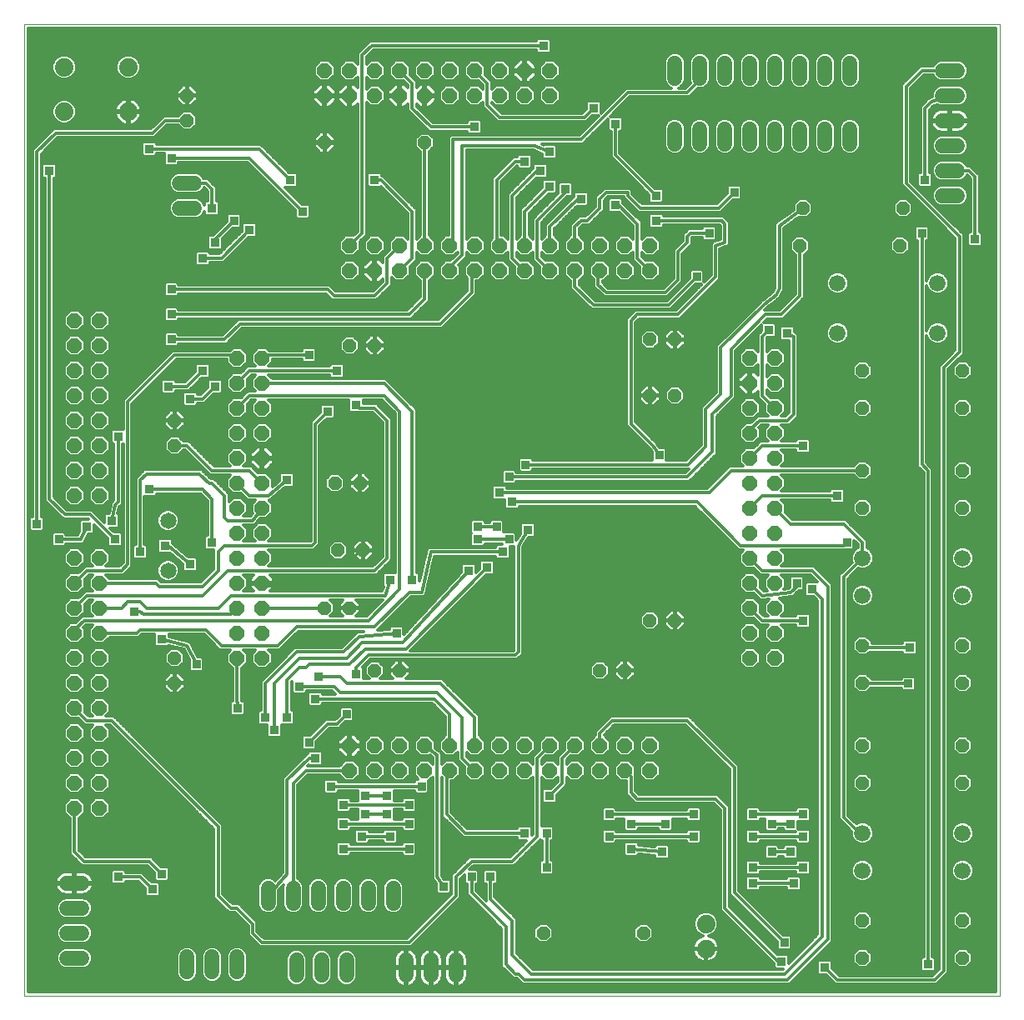
<source format=gbl>
G75*
G70*
%OFA0B0*%
%FSLAX24Y24*%
%IPPOS*%
%LPD*%
%AMOC8*
5,1,8,0,0,1.08239X$1,22.5*
%
%ADD10C,0.0000*%
%ADD11C,0.0600*%
%ADD12OC8,0.0520*%
%ADD13OC8,0.0600*%
%ADD14C,0.0650*%
%ADD15C,0.0740*%
%ADD16C,0.0660*%
%ADD17R,0.0356X0.0356*%
%ADD18C,0.0120*%
D10*
X000160Y000930D02*
X000160Y039800D01*
X039152Y039800D01*
X039152Y000930D01*
X000160Y000930D01*
D11*
X001860Y002430D02*
X002460Y002430D01*
X002460Y003430D02*
X001860Y003430D01*
X001860Y004430D02*
X002460Y004430D01*
X002460Y005430D02*
X001860Y005430D01*
X006660Y002480D02*
X006660Y001880D01*
X007660Y001880D02*
X007660Y002480D01*
X008660Y002480D02*
X008660Y001880D01*
X011035Y001755D02*
X011035Y002355D01*
X012035Y002355D02*
X012035Y001755D01*
X013035Y001755D02*
X013035Y002355D01*
X012910Y004630D02*
X012910Y005230D01*
X011910Y005230D02*
X011910Y004630D01*
X010910Y004630D02*
X010910Y005230D01*
X009910Y005230D02*
X009910Y004630D01*
X013910Y004630D02*
X013910Y005230D01*
X014910Y005230D02*
X014910Y004630D01*
X015410Y002355D02*
X015410Y001755D01*
X016410Y001755D02*
X016410Y002355D01*
X017410Y002355D02*
X017410Y001755D01*
X006960Y032430D02*
X006360Y032430D01*
X006360Y033430D02*
X006960Y033430D01*
X026160Y035005D02*
X026160Y035605D01*
X027160Y035605D02*
X027160Y035005D01*
X028160Y035005D02*
X028160Y035605D01*
X029160Y035605D02*
X029160Y035005D01*
X030160Y035005D02*
X030160Y035605D01*
X031160Y035605D02*
X031160Y035005D01*
X032160Y035005D02*
X032160Y035605D01*
X033160Y035605D02*
X033160Y035005D01*
X033160Y037630D02*
X033160Y038230D01*
X032160Y038230D02*
X032160Y037630D01*
X031160Y037630D02*
X031160Y038230D01*
X030160Y038230D02*
X030160Y037630D01*
X029160Y037630D02*
X029160Y038230D01*
X028160Y038230D02*
X028160Y037630D01*
X027160Y037630D02*
X027160Y038230D01*
X026160Y038230D02*
X026160Y037630D01*
X036860Y037930D02*
X037460Y037930D01*
X037460Y036930D02*
X036860Y036930D01*
X036860Y035930D02*
X037460Y035930D01*
X037460Y034930D02*
X036860Y034930D01*
X036860Y033930D02*
X037460Y033930D01*
X037460Y032930D02*
X036860Y032930D01*
D12*
X035285Y032430D03*
X035160Y030930D03*
X031160Y030930D03*
X031285Y032430D03*
X026160Y027180D03*
X025160Y027180D03*
X025160Y024930D03*
X026160Y024930D03*
X033660Y024430D03*
X033660Y025930D03*
X033660Y021930D03*
X033660Y020430D03*
X037660Y020430D03*
X037660Y021930D03*
X037660Y024430D03*
X037660Y025930D03*
X037660Y014930D03*
X037660Y013430D03*
X037660Y010930D03*
X037660Y009430D03*
X033660Y009430D03*
X033660Y010930D03*
X033660Y013430D03*
X033660Y014930D03*
X026160Y015930D03*
X025160Y015930D03*
X024160Y013930D03*
X023160Y013930D03*
X015160Y013930D03*
X014160Y013930D03*
X013160Y016430D03*
X012160Y016430D03*
X012700Y018750D03*
X013700Y018750D03*
X013580Y021430D03*
X012580Y021430D03*
X013160Y026930D03*
X014160Y026930D03*
X012160Y035055D03*
X016160Y035055D03*
X006660Y035930D03*
X006660Y036930D03*
X006160Y023930D03*
X006160Y022930D03*
X006160Y014430D03*
X006160Y013430D03*
X020910Y003430D03*
X024910Y003430D03*
X033660Y003930D03*
X033660Y002430D03*
X037660Y002430D03*
X037660Y003930D03*
D13*
X030160Y014430D03*
X029160Y014430D03*
X029160Y015430D03*
X030160Y015430D03*
X030160Y016430D03*
X029160Y016430D03*
X029160Y017430D03*
X030160Y017430D03*
X030160Y018430D03*
X029160Y018430D03*
X029160Y019430D03*
X030160Y019430D03*
X030160Y020430D03*
X029160Y020430D03*
X029160Y021430D03*
X030160Y021430D03*
X030160Y022430D03*
X029160Y022430D03*
X029160Y023430D03*
X030160Y023430D03*
X030160Y024430D03*
X029160Y024430D03*
X029160Y025430D03*
X030160Y025430D03*
X030160Y026430D03*
X029160Y026430D03*
X025160Y029930D03*
X024160Y029930D03*
X023160Y029930D03*
X022160Y029930D03*
X021160Y029930D03*
X020160Y029930D03*
X019160Y029930D03*
X018160Y029930D03*
X017160Y029930D03*
X016160Y029930D03*
X015160Y029930D03*
X014160Y029930D03*
X013160Y029930D03*
X013160Y030930D03*
X014160Y030930D03*
X015160Y030930D03*
X016160Y030930D03*
X017160Y030930D03*
X018160Y030930D03*
X019160Y030930D03*
X020160Y030930D03*
X021160Y030930D03*
X022160Y030930D03*
X023160Y030930D03*
X024160Y030930D03*
X025160Y030930D03*
X021160Y036930D03*
X020160Y036930D03*
X020160Y037930D03*
X021160Y037930D03*
X019160Y037930D03*
X019160Y036930D03*
X018160Y036930D03*
X018160Y037930D03*
X017160Y037930D03*
X017160Y036930D03*
X016160Y036930D03*
X016160Y037930D03*
X015160Y037930D03*
X015160Y036930D03*
X014160Y036930D03*
X014160Y037930D03*
X013160Y037930D03*
X013160Y036930D03*
X012160Y036930D03*
X012160Y037930D03*
X003160Y027930D03*
X003160Y026930D03*
X003160Y025930D03*
X003160Y024930D03*
X003160Y023930D03*
X003160Y022930D03*
X003160Y021930D03*
X003160Y020930D03*
X002160Y020930D03*
X002160Y021930D03*
X002160Y022930D03*
X002160Y023930D03*
X002160Y024930D03*
X002160Y025930D03*
X002160Y026930D03*
X002160Y027930D03*
X008660Y026430D03*
X009660Y026430D03*
X009660Y025430D03*
X009660Y024430D03*
X008660Y024430D03*
X008660Y025430D03*
X008660Y023430D03*
X008660Y022430D03*
X009660Y022430D03*
X009660Y023430D03*
X009660Y021430D03*
X009660Y020430D03*
X008660Y020430D03*
X008660Y021430D03*
X008660Y019430D03*
X008660Y018430D03*
X009660Y018430D03*
X009660Y019430D03*
X009660Y017430D03*
X009660Y016430D03*
X008660Y016430D03*
X008660Y017430D03*
X008660Y015430D03*
X008660Y014430D03*
X009660Y014430D03*
X009660Y015430D03*
X013160Y010930D03*
X013160Y009930D03*
X014160Y009930D03*
X015160Y009930D03*
X016160Y009930D03*
X017160Y009930D03*
X018160Y009930D03*
X019160Y009930D03*
X020160Y009930D03*
X021160Y009930D03*
X022160Y009930D03*
X023160Y009930D03*
X024160Y009930D03*
X025160Y009930D03*
X025160Y010930D03*
X024160Y010930D03*
X023160Y010930D03*
X022160Y010930D03*
X021160Y010930D03*
X020160Y010930D03*
X019160Y010930D03*
X018160Y010930D03*
X017160Y010930D03*
X016160Y010930D03*
X015160Y010930D03*
X014160Y010930D03*
X003160Y010430D03*
X003160Y011430D03*
X002160Y011430D03*
X002160Y010430D03*
X002160Y009430D03*
X002160Y008430D03*
X003160Y008430D03*
X003160Y009430D03*
X003160Y012430D03*
X003160Y013430D03*
X002160Y013430D03*
X002160Y012430D03*
X002160Y014430D03*
X002160Y015430D03*
X003160Y015430D03*
X003160Y014430D03*
X003160Y016430D03*
X003160Y017430D03*
X002160Y017430D03*
X002160Y016430D03*
X002160Y018430D03*
X003160Y018430D03*
D14*
X005910Y017930D03*
X005910Y019930D03*
D15*
X004315Y036290D03*
X004315Y038070D03*
X001755Y038070D03*
X001755Y036290D03*
X027410Y003805D03*
X027410Y002805D03*
D16*
X033660Y005930D03*
X033660Y007430D03*
X037660Y007430D03*
X037660Y005930D03*
X037660Y016930D03*
X037660Y018430D03*
X033660Y018430D03*
X033660Y016930D03*
X032660Y027430D03*
X032660Y029430D03*
X036660Y029430D03*
X036660Y027430D03*
D17*
X038160Y031180D03*
X036035Y031430D03*
X036160Y033555D03*
X030660Y027430D03*
X029910Y027555D03*
X027035Y029680D03*
X027535Y031430D03*
X028535Y033055D03*
X025410Y032930D03*
X025410Y031930D03*
X023785Y032555D03*
X022410Y032805D03*
X021785Y033180D03*
X021160Y033305D03*
X020785Y033930D03*
X020160Y034305D03*
X021160Y034680D03*
X022910Y036430D03*
X023785Y035805D03*
X020910Y038930D03*
X018160Y035680D03*
X014160Y033555D03*
X011285Y032305D03*
X010785Y033555D03*
X009160Y031555D03*
X008535Y031930D03*
X007660Y032430D03*
X007785Y031055D03*
X007285Y030430D03*
X006035Y029180D03*
X006035Y028180D03*
X006035Y027180D03*
X007285Y025930D03*
X007785Y025305D03*
X006785Y024805D03*
X005910Y025305D03*
X003910Y023305D03*
X005160Y021180D03*
X003660Y019930D03*
X003785Y019180D03*
X004785Y018680D03*
X005785Y018930D03*
X006785Y018180D03*
X007660Y019055D03*
X010660Y021555D03*
X012285Y024305D03*
X013410Y024555D03*
X012660Y025930D03*
X011535Y026555D03*
X017149Y021021D03*
X018285Y019680D03*
X018275Y019180D03*
X017800Y018990D03*
X017140Y019050D03*
X017410Y018120D03*
X017910Y017930D03*
X018660Y018055D03*
X019285Y018680D03*
X019535Y019180D03*
X019035Y019680D03*
X019660Y020680D03*
X019160Y021055D03*
X019535Y021680D03*
X020200Y022170D03*
X020285Y019555D03*
X017350Y014930D03*
X016285Y015055D03*
X015035Y015430D03*
X013410Y013805D03*
X011910Y013680D03*
X011160Y013305D03*
X011785Y012805D03*
X010660Y012055D03*
X010160Y011555D03*
X009785Y012055D03*
X008680Y012430D03*
X007035Y014180D03*
X005660Y015180D03*
X004535Y016305D03*
X001535Y019180D03*
X000660Y019805D03*
X002660Y019680D03*
X011035Y018305D03*
X014260Y017250D03*
X014785Y017555D03*
X015660Y017555D03*
X013035Y012180D03*
X011535Y011055D03*
X011785Y010430D03*
X012410Y009305D03*
X012910Y008555D03*
X012910Y007805D03*
X013660Y007305D03*
X013785Y008180D03*
X013785Y008930D03*
X014660Y008930D03*
X014660Y008180D03*
X014785Y007305D03*
X015535Y006805D03*
X015535Y007805D03*
X015535Y008555D03*
X016035Y009305D03*
X012910Y006805D03*
X016910Y005305D03*
X018035Y005680D03*
X018785Y005680D03*
X020160Y007430D03*
X021035Y007430D03*
X021035Y006055D03*
X023535Y007305D03*
X023535Y008180D03*
X024410Y007805D03*
X024410Y006805D03*
X025660Y006680D03*
X025785Y007805D03*
X026910Y008180D03*
X026910Y007305D03*
X029285Y007305D03*
X029285Y008180D03*
X030035Y007805D03*
X030785Y007805D03*
X031285Y008180D03*
X031285Y007305D03*
X030785Y006680D03*
X031285Y006055D03*
X030910Y005430D03*
X030035Y006680D03*
X029285Y006055D03*
X029285Y005430D03*
X030535Y003055D03*
X030410Y002305D03*
X032160Y002055D03*
X036285Y002180D03*
X035500Y013410D03*
X035560Y014850D03*
X031660Y017180D03*
X031035Y017430D03*
X031285Y015930D03*
X033035Y019055D03*
X032660Y020930D03*
X031285Y022930D03*
X025535Y022555D03*
X021160Y008930D03*
X005660Y005805D03*
X005285Y005180D03*
X003910Y005680D03*
X001160Y033930D03*
X005160Y034805D03*
X006035Y034430D03*
D18*
X009160Y034430D01*
X011285Y032305D01*
X011583Y032333D02*
X013480Y032333D01*
X013480Y032451D02*
X011583Y032451D01*
X011583Y032533D02*
X011513Y032603D01*
X011241Y032603D01*
X010588Y033257D01*
X011013Y033257D01*
X011083Y033328D01*
X011083Y033783D01*
X011013Y033853D01*
X010741Y033853D01*
X009610Y034985D01*
X005458Y034985D01*
X005458Y035033D01*
X005388Y035103D01*
X004932Y035103D01*
X004862Y035033D01*
X004862Y034578D01*
X004932Y034507D01*
X005388Y034507D01*
X005458Y034578D01*
X005458Y034625D01*
X005737Y034625D01*
X005737Y034203D01*
X005807Y034132D01*
X006263Y034132D01*
X006333Y034203D01*
X006333Y034250D01*
X009085Y034250D01*
X010987Y032349D01*
X010987Y032078D01*
X011057Y032007D01*
X011513Y032007D01*
X011583Y032078D01*
X011583Y032533D01*
X011546Y032570D02*
X013480Y032570D01*
X013480Y032688D02*
X011156Y032688D01*
X011038Y032807D02*
X013480Y032807D01*
X013480Y032925D02*
X010919Y032925D01*
X010801Y033044D02*
X013480Y033044D01*
X013480Y033162D02*
X010682Y033162D01*
X010410Y032925D02*
X007840Y032925D01*
X007840Y032807D02*
X010529Y032807D01*
X010647Y032688D02*
X007928Y032688D01*
X007958Y032658D02*
X007888Y032728D01*
X007840Y032728D01*
X007840Y033255D01*
X007735Y033360D01*
X007485Y033610D01*
X007340Y033610D01*
X007316Y033668D01*
X007198Y033786D01*
X007044Y033850D01*
X006276Y033850D01*
X006122Y033786D01*
X006004Y033668D01*
X005940Y033514D01*
X005940Y033347D01*
X006004Y033192D01*
X006122Y033074D01*
X006276Y033010D01*
X007044Y033010D01*
X007198Y033074D01*
X007316Y033192D01*
X007339Y033247D01*
X007480Y033106D01*
X007480Y032728D01*
X007432Y032728D01*
X007362Y032658D01*
X007362Y032558D01*
X007316Y032668D01*
X007198Y032786D01*
X007044Y032850D01*
X006276Y032850D01*
X006122Y032786D01*
X006004Y032668D01*
X005940Y032514D01*
X005940Y032347D01*
X006004Y032192D01*
X006122Y032074D01*
X006276Y032010D01*
X007044Y032010D01*
X007198Y032074D01*
X007316Y032192D01*
X007362Y032303D01*
X007362Y032203D01*
X007432Y032132D01*
X007888Y032132D01*
X007958Y032203D01*
X007958Y032658D01*
X007958Y032570D02*
X010766Y032570D01*
X010884Y032451D02*
X007958Y032451D01*
X007958Y032333D02*
X010987Y032333D01*
X010987Y032214D02*
X008777Y032214D01*
X008763Y032228D02*
X008307Y032228D01*
X008237Y032158D01*
X008237Y031887D01*
X007704Y031353D01*
X007557Y031353D01*
X007487Y031283D01*
X007487Y030828D01*
X007557Y030757D01*
X008013Y030757D01*
X008083Y030828D01*
X008083Y031224D01*
X008491Y031632D01*
X008763Y031632D01*
X008833Y031703D01*
X008833Y032158D01*
X008763Y032228D01*
X008833Y032096D02*
X010987Y032096D01*
X011583Y032096D02*
X013480Y032096D01*
X013480Y032214D02*
X011583Y032214D01*
X011036Y033281D02*
X013480Y033281D01*
X013480Y033399D02*
X011083Y033399D01*
X011083Y033518D02*
X013480Y033518D01*
X013480Y033636D02*
X011083Y033636D01*
X011083Y033755D02*
X013480Y033755D01*
X013480Y033873D02*
X010721Y033873D01*
X010603Y033992D02*
X013480Y033992D01*
X013480Y034110D02*
X010484Y034110D01*
X010366Y034229D02*
X013480Y034229D01*
X013480Y034347D02*
X010247Y034347D01*
X010129Y034466D02*
X013480Y034466D01*
X013480Y034584D02*
X010010Y034584D01*
X009892Y034703D02*
X011918Y034703D01*
X011986Y034635D02*
X012140Y034635D01*
X012140Y035035D01*
X012180Y035035D01*
X012180Y034635D01*
X012334Y034635D01*
X012580Y034881D01*
X012580Y035035D01*
X012180Y035035D01*
X012180Y035075D01*
X012580Y035075D01*
X012580Y035229D01*
X012334Y035475D01*
X012180Y035475D01*
X012180Y035075D01*
X012140Y035075D01*
X012140Y035035D01*
X011740Y035035D01*
X011740Y034881D01*
X011986Y034635D01*
X012140Y034703D02*
X012180Y034703D01*
X012180Y034821D02*
X012140Y034821D01*
X012140Y034940D02*
X012180Y034940D01*
X012180Y035058D02*
X013480Y035058D01*
X013480Y034940D02*
X012580Y034940D01*
X012520Y034821D02*
X013480Y034821D01*
X013480Y034703D02*
X012402Y034703D01*
X012140Y035058D02*
X005433Y035058D01*
X005360Y035250D02*
X005860Y035750D01*
X006303Y035750D01*
X006503Y035550D01*
X006817Y035550D01*
X007040Y035773D01*
X007040Y036088D01*
X006817Y036310D01*
X006503Y036310D01*
X006303Y036110D01*
X005710Y036110D01*
X005605Y036005D01*
X005210Y035610D01*
X001335Y035610D01*
X001230Y035505D01*
X000480Y034755D01*
X000480Y020103D01*
X000432Y020103D01*
X000362Y020033D01*
X000362Y019578D01*
X000432Y019507D01*
X000888Y019507D01*
X000958Y019578D01*
X000958Y020033D01*
X000888Y020103D01*
X000840Y020103D01*
X000840Y034606D01*
X001485Y035250D01*
X005360Y035250D01*
X005405Y035295D02*
X011806Y035295D01*
X011740Y035229D02*
X011986Y035475D01*
X012140Y035475D01*
X012140Y035075D01*
X011740Y035075D01*
X011740Y035229D01*
X011740Y035177D02*
X001411Y035177D01*
X001293Y035058D02*
X004887Y035058D01*
X004862Y034940D02*
X001174Y034940D01*
X001056Y034821D02*
X004862Y034821D01*
X004862Y034703D02*
X000937Y034703D01*
X000840Y034584D02*
X004862Y034584D01*
X005160Y034805D02*
X009535Y034805D01*
X010785Y033555D01*
X010292Y033044D02*
X007840Y033044D01*
X007840Y033162D02*
X010173Y033162D01*
X010055Y033281D02*
X007814Y033281D01*
X007695Y033399D02*
X009936Y033399D01*
X009818Y033518D02*
X007577Y033518D01*
X007410Y033430D02*
X007660Y033180D01*
X007660Y032430D01*
X007362Y032570D02*
X007357Y032570D01*
X007392Y032688D02*
X007296Y032688D01*
X007148Y032807D02*
X007480Y032807D01*
X007480Y032925D02*
X001340Y032925D01*
X001340Y032807D02*
X006172Y032807D01*
X006024Y032688D02*
X001340Y032688D01*
X001340Y032570D02*
X005963Y032570D01*
X005940Y032451D02*
X001340Y032451D01*
X001340Y032333D02*
X005946Y032333D01*
X005995Y032214D02*
X001340Y032214D01*
X001340Y032096D02*
X006100Y032096D01*
X006195Y033044D02*
X001340Y033044D01*
X001340Y033162D02*
X006034Y033162D01*
X005967Y033281D02*
X001340Y033281D01*
X001340Y033399D02*
X005940Y033399D01*
X005942Y033518D02*
X001340Y033518D01*
X001340Y033632D02*
X001388Y033632D01*
X001458Y033703D01*
X001458Y034158D01*
X001388Y034228D01*
X000932Y034228D01*
X000862Y034158D01*
X000862Y033703D01*
X000932Y033632D01*
X000980Y033632D01*
X000980Y020731D01*
X001605Y020106D01*
X001710Y020000D01*
X002710Y020000D01*
X002732Y019978D01*
X002432Y019978D01*
X002362Y019908D01*
X002362Y019487D01*
X002299Y019360D01*
X001833Y019360D01*
X001833Y019408D01*
X001763Y019478D01*
X001307Y019478D01*
X001237Y019408D01*
X001237Y018953D01*
X001307Y018882D01*
X001763Y018882D01*
X001833Y018953D01*
X001833Y019000D01*
X002368Y019000D01*
X002396Y018986D01*
X002439Y019000D01*
X002485Y019000D01*
X002507Y019023D01*
X002538Y019033D01*
X002558Y019074D01*
X002590Y019106D01*
X002590Y019138D01*
X002712Y019382D01*
X002888Y019382D01*
X002958Y019453D01*
X002958Y019753D01*
X003487Y019224D01*
X003487Y018953D01*
X003557Y018882D01*
X004013Y018882D01*
X004083Y018953D01*
X004083Y019408D01*
X004013Y019478D01*
X003741Y019478D01*
X003588Y019632D01*
X003888Y019632D01*
X003958Y019703D01*
X003958Y020158D01*
X003901Y020216D01*
X003951Y020467D01*
X004090Y020606D01*
X004090Y023007D01*
X004105Y023007D01*
X004105Y018255D01*
X003960Y018110D01*
X003434Y018110D01*
X003580Y018256D01*
X003580Y018604D01*
X003334Y018850D01*
X002986Y018850D01*
X002740Y018604D01*
X002740Y018256D01*
X002886Y018110D01*
X002585Y018110D01*
X002480Y018005D01*
X002325Y017850D01*
X001986Y017850D01*
X001740Y017604D01*
X001740Y017256D01*
X001986Y017010D01*
X002334Y017010D01*
X002580Y017256D01*
X002580Y017596D01*
X002735Y017750D01*
X002886Y017750D01*
X002740Y017604D01*
X002740Y017256D01*
X002886Y017110D01*
X002585Y017110D01*
X002480Y017005D01*
X002325Y016850D01*
X001986Y016850D01*
X001740Y016604D01*
X001740Y016256D01*
X001986Y016010D01*
X002334Y016010D01*
X002580Y016256D01*
X002580Y016596D01*
X002735Y016750D01*
X002886Y016750D01*
X002740Y016604D01*
X002740Y016256D01*
X002886Y016110D01*
X002460Y016110D01*
X002355Y016005D01*
X002200Y015850D01*
X001986Y015850D01*
X001740Y015604D01*
X001740Y015256D01*
X001986Y015010D01*
X002334Y015010D01*
X002580Y015256D01*
X002580Y015604D01*
X002522Y015663D01*
X002610Y015750D01*
X002886Y015750D01*
X002740Y015604D01*
X002740Y015256D01*
X002986Y015010D01*
X003334Y015010D01*
X003574Y015250D01*
X004735Y015250D01*
X004860Y015375D01*
X005362Y015375D01*
X005362Y014953D01*
X005432Y014882D01*
X005888Y014882D01*
X005932Y014927D01*
X006536Y014776D01*
X006737Y014374D01*
X006737Y013953D01*
X006807Y013882D01*
X007263Y013882D01*
X007333Y013953D01*
X007333Y014408D01*
X007263Y014478D01*
X007087Y014478D01*
X006851Y014951D01*
X006853Y014959D01*
X006818Y015017D01*
X006788Y015078D01*
X006780Y015080D01*
X006776Y015087D01*
X006710Y015103D01*
X006646Y015125D01*
X006639Y015121D01*
X005958Y015291D01*
X005958Y015375D01*
X007335Y015375D01*
X007855Y014856D01*
X007960Y014750D01*
X008386Y014750D01*
X008240Y014604D01*
X008240Y014256D01*
X008480Y014016D01*
X008480Y013001D01*
X008477Y012998D01*
X008480Y012927D01*
X008480Y012856D01*
X008483Y012853D01*
X008488Y012728D01*
X008452Y012728D01*
X008382Y012658D01*
X008382Y012203D01*
X008452Y012132D01*
X008908Y012132D01*
X008978Y012203D01*
X008978Y012658D01*
X008908Y012728D01*
X008848Y012728D01*
X008840Y012934D01*
X008840Y014016D01*
X009080Y014256D01*
X009080Y014604D01*
X008934Y014750D01*
X009386Y014750D01*
X009240Y014604D01*
X009240Y014256D01*
X009486Y014010D01*
X009834Y014010D01*
X010080Y014256D01*
X010080Y014604D01*
X009934Y014750D01*
X010360Y014750D01*
X011110Y015500D01*
X013708Y015500D01*
X013528Y015485D01*
X013460Y015485D01*
X013454Y015479D01*
X013446Y015479D01*
X013402Y015427D01*
X012835Y014860D01*
X010960Y014860D01*
X010855Y014755D01*
X009605Y013505D01*
X009605Y012353D01*
X009557Y012353D01*
X009487Y012283D01*
X009487Y011828D01*
X009557Y011757D01*
X009862Y011757D01*
X009862Y011328D01*
X009932Y011257D01*
X010388Y011257D01*
X010458Y011328D01*
X010458Y011757D01*
X010888Y011757D01*
X010958Y011828D01*
X010958Y012283D01*
X010888Y012353D01*
X010840Y012353D01*
X010840Y013481D01*
X010862Y013503D01*
X010862Y013078D01*
X010932Y013007D01*
X011388Y013007D01*
X011458Y013078D01*
X011458Y013125D01*
X012460Y013125D01*
X012600Y012985D01*
X012083Y012985D01*
X012083Y013033D01*
X012013Y013103D01*
X011557Y013103D01*
X011487Y013033D01*
X011487Y012578D01*
X011557Y012507D01*
X012013Y012507D01*
X012083Y012578D01*
X012083Y012625D01*
X016460Y012625D01*
X016980Y012106D01*
X016980Y011344D01*
X016740Y011104D01*
X016740Y010756D01*
X016986Y010510D01*
X017334Y010510D01*
X017480Y010656D01*
X017480Y010356D01*
X017740Y010096D01*
X017740Y009756D01*
X017986Y009510D01*
X018334Y009510D01*
X018580Y009756D01*
X018580Y010104D01*
X018334Y010350D01*
X017995Y010350D01*
X017840Y010505D01*
X017840Y010656D01*
X017986Y010510D01*
X018334Y010510D01*
X018580Y010756D01*
X018580Y011104D01*
X018340Y011344D01*
X018340Y012130D01*
X018235Y012235D01*
X016860Y013610D01*
X022943Y013610D01*
X023003Y013550D02*
X023317Y013550D01*
X023540Y013773D01*
X023540Y014088D01*
X023317Y014310D01*
X023003Y014310D01*
X022780Y014088D01*
X022780Y013773D01*
X023003Y013550D01*
X022825Y013728D02*
X015552Y013728D01*
X015580Y013756D02*
X015580Y013910D01*
X015180Y013910D01*
X015180Y013950D01*
X015580Y013950D01*
X015580Y014104D01*
X015334Y014350D01*
X015180Y014350D01*
X015180Y013950D01*
X015140Y013950D01*
X015140Y013910D01*
X014740Y013910D01*
X014740Y013756D01*
X014886Y013610D01*
X014377Y013610D01*
X014540Y013773D01*
X014540Y014088D01*
X014317Y014310D01*
X014003Y014310D01*
X013780Y014088D01*
X013780Y013773D01*
X013943Y013610D01*
X013708Y013610D01*
X013708Y014033D01*
X013675Y014066D01*
X013985Y014375D01*
X019860Y014375D01*
X019985Y014500D01*
X020090Y014606D01*
X020090Y018880D01*
X020316Y019257D01*
X020513Y019257D01*
X020583Y019328D01*
X020583Y019783D01*
X020513Y019853D01*
X020057Y019853D01*
X019987Y019783D01*
X019987Y019408D01*
X019833Y019152D01*
X019833Y019408D01*
X019763Y019478D01*
X019333Y019478D01*
X019333Y019908D01*
X019263Y019978D01*
X018807Y019978D01*
X018737Y019908D01*
X018737Y019860D01*
X018583Y019860D01*
X018583Y019908D01*
X018513Y019978D01*
X018057Y019978D01*
X017987Y019908D01*
X017987Y019453D01*
X018004Y019435D01*
X017977Y019408D01*
X017977Y018953D01*
X018047Y018882D01*
X018503Y018882D01*
X018573Y018953D01*
X018573Y019000D01*
X019237Y019000D01*
X019237Y018978D01*
X019057Y018978D01*
X018987Y018908D01*
X018987Y018860D01*
X016430Y018860D01*
X016378Y018873D01*
X016358Y018860D01*
X016335Y018860D01*
X016297Y018822D01*
X016251Y018793D01*
X016246Y018771D01*
X016230Y018755D01*
X016230Y018701D01*
X015958Y017523D01*
X015958Y017783D01*
X015888Y017853D01*
X015840Y017853D01*
X015840Y024380D01*
X014715Y025505D01*
X014610Y025610D01*
X010074Y025610D01*
X009934Y025750D01*
X012362Y025750D01*
X012362Y025703D01*
X012432Y025632D01*
X012888Y025632D01*
X012958Y025703D01*
X012958Y026158D01*
X012888Y026228D01*
X012432Y026228D01*
X012362Y026158D01*
X012362Y026110D01*
X009934Y026110D01*
X010080Y026256D01*
X010080Y026375D01*
X011237Y026375D01*
X011237Y026328D01*
X011307Y026257D01*
X011763Y026257D01*
X011833Y026328D01*
X011833Y026783D01*
X011763Y026853D01*
X011307Y026853D01*
X011237Y026783D01*
X011237Y026735D01*
X009949Y026735D01*
X009834Y026850D01*
X009486Y026850D01*
X009240Y026604D01*
X009240Y026256D01*
X009386Y026110D01*
X009085Y026110D01*
X008825Y025850D01*
X008486Y025850D01*
X008240Y025604D01*
X008240Y025256D01*
X008486Y025010D01*
X008834Y025010D01*
X009080Y025256D01*
X009080Y025596D01*
X009235Y025750D01*
X009386Y025750D01*
X009240Y025604D01*
X009240Y025256D01*
X009386Y025110D01*
X009085Y025110D01*
X008825Y024850D01*
X008486Y024850D01*
X008240Y024604D01*
X008240Y024256D01*
X008486Y024010D01*
X008834Y024010D01*
X009080Y024256D01*
X009080Y024596D01*
X009235Y024750D01*
X009386Y024750D01*
X009240Y024604D01*
X009240Y024256D01*
X009486Y024010D01*
X009834Y024010D01*
X010080Y024256D01*
X010080Y024604D01*
X009934Y024750D01*
X013112Y024750D01*
X013112Y024328D01*
X013182Y024257D01*
X013454Y024257D01*
X013460Y024250D01*
X014085Y024250D01*
X014480Y023856D01*
X014480Y018505D01*
X014085Y018110D01*
X009934Y018110D01*
X010080Y018256D01*
X010080Y018604D01*
X009934Y018750D01*
X011735Y018750D01*
X011860Y018875D01*
X011965Y018981D01*
X011965Y023731D01*
X012241Y024007D01*
X012513Y024007D01*
X012583Y024078D01*
X012583Y024533D01*
X012513Y024603D01*
X012057Y024603D01*
X011987Y024533D01*
X011987Y024262D01*
X011605Y023880D01*
X011605Y019130D01*
X011585Y019110D01*
X009934Y019110D01*
X010080Y019256D01*
X010080Y019604D01*
X009834Y019850D01*
X009486Y019850D01*
X009240Y019604D01*
X009240Y019256D01*
X009386Y019110D01*
X008934Y019110D01*
X009080Y019256D01*
X009080Y019604D01*
X008934Y019750D01*
X009225Y019750D01*
X009237Y019742D01*
X009298Y019750D01*
X009360Y019750D01*
X009370Y019761D01*
X009384Y019763D01*
X009421Y019812D01*
X009465Y019856D01*
X009465Y019870D01*
X009570Y020010D01*
X009834Y020010D01*
X010080Y020256D01*
X010080Y020604D01*
X009937Y020747D01*
X009968Y020744D01*
X009975Y020750D01*
X009985Y020750D01*
X010032Y020797D01*
X010583Y021257D01*
X010888Y021257D01*
X010958Y021328D01*
X010958Y021783D01*
X010888Y021853D01*
X010432Y021853D01*
X010362Y021783D01*
X010362Y021541D01*
X010080Y021306D01*
X010080Y021604D01*
X009834Y021850D01*
X009495Y021850D01*
X009235Y022110D01*
X008934Y022110D01*
X009080Y022256D01*
X009080Y022604D01*
X008834Y022850D01*
X008486Y022850D01*
X008240Y022604D01*
X008240Y022256D01*
X008386Y022110D01*
X007735Y022110D01*
X006735Y023110D01*
X006517Y023110D01*
X006317Y023310D01*
X006003Y023310D01*
X005780Y023088D01*
X005780Y022773D01*
X006003Y022550D01*
X006317Y022550D01*
X006517Y022750D01*
X006585Y022750D01*
X007480Y021856D01*
X007585Y021750D01*
X008386Y021750D01*
X008240Y021604D01*
X008240Y021256D01*
X008486Y021010D01*
X008825Y021010D01*
X008980Y020856D01*
X009085Y020750D01*
X009386Y020750D01*
X009240Y020604D01*
X009240Y020256D01*
X009277Y020220D01*
X009195Y020110D01*
X008934Y020110D01*
X009080Y020256D01*
X009080Y020604D01*
X008834Y020850D01*
X008486Y020850D01*
X008340Y020704D01*
X008340Y021005D01*
X008235Y021110D01*
X007735Y021610D01*
X007610Y021610D01*
X007235Y021985D01*
X004960Y021985D01*
X004855Y021880D01*
X004605Y021630D01*
X004605Y018978D01*
X004557Y018978D01*
X004487Y018908D01*
X004487Y018453D01*
X004557Y018382D01*
X005013Y018382D01*
X005083Y018453D01*
X005083Y018908D01*
X005013Y018978D01*
X004965Y018978D01*
X004965Y020882D01*
X005388Y020882D01*
X005458Y020953D01*
X005458Y021000D01*
X007210Y021000D01*
X007480Y020731D01*
X007480Y019353D01*
X007432Y019353D01*
X007362Y019283D01*
X007362Y018828D01*
X007432Y018757D01*
X007732Y018757D01*
X007730Y018755D01*
X007730Y018005D01*
X007210Y017485D01*
X005610Y017485D01*
X005485Y017610D01*
X003574Y017610D01*
X003434Y017750D01*
X004110Y017750D01*
X004360Y018000D01*
X004465Y018106D01*
X004465Y024606D01*
X006235Y026375D01*
X008240Y026375D01*
X008240Y026256D01*
X008486Y026010D01*
X008834Y026010D01*
X009080Y026256D01*
X009080Y026604D01*
X008834Y026850D01*
X008486Y026850D01*
X008371Y026735D01*
X006085Y026735D01*
X005980Y026630D01*
X004105Y024755D01*
X004105Y023603D01*
X003682Y023603D01*
X003612Y023533D01*
X003612Y023078D01*
X003682Y023007D01*
X003730Y023007D01*
X003730Y020755D01*
X003670Y020695D01*
X003623Y020664D01*
X003619Y020644D01*
X003605Y020630D01*
X003605Y020573D01*
X003536Y020228D01*
X003432Y020228D01*
X003362Y020158D01*
X003362Y019858D01*
X002860Y020360D01*
X001860Y020360D01*
X001340Y020880D01*
X001340Y033632D01*
X001392Y033636D02*
X005991Y033636D01*
X006091Y033755D02*
X001458Y033755D01*
X001458Y033873D02*
X009462Y033873D01*
X009581Y033755D02*
X007229Y033755D01*
X007329Y033636D02*
X009699Y033636D01*
X009344Y033992D02*
X001458Y033992D01*
X001458Y034110D02*
X009225Y034110D01*
X009107Y034229D02*
X006333Y034229D01*
X005737Y034229D02*
X000840Y034229D01*
X000840Y034347D02*
X005737Y034347D01*
X005737Y034466D02*
X000840Y034466D01*
X000660Y034680D02*
X001410Y035430D01*
X005285Y035430D01*
X005785Y035930D01*
X006660Y035930D01*
X006402Y035651D02*
X005760Y035651D01*
X005642Y035532D02*
X013480Y035532D01*
X013480Y035414D02*
X012395Y035414D01*
X012514Y035295D02*
X013480Y035295D01*
X013480Y035177D02*
X012580Y035177D01*
X012180Y035177D02*
X012140Y035177D01*
X012140Y035295D02*
X012180Y035295D01*
X012180Y035414D02*
X012140Y035414D01*
X011925Y035414D02*
X005523Y035414D01*
X005251Y035651D02*
X000320Y035651D01*
X000320Y035769D02*
X004216Y035769D01*
X004191Y035773D02*
X004273Y035760D01*
X004275Y035760D01*
X004275Y036250D01*
X004355Y036250D01*
X004355Y035760D01*
X004357Y035760D01*
X004439Y035773D01*
X004518Y035799D01*
X004593Y035837D01*
X004660Y035886D01*
X004719Y035945D01*
X004768Y036013D01*
X004806Y036087D01*
X004832Y036166D01*
X004845Y036249D01*
X004845Y036250D01*
X004355Y036250D01*
X004355Y036330D01*
X004845Y036330D01*
X004845Y036332D01*
X004832Y036414D01*
X004806Y036494D01*
X004768Y036568D01*
X004719Y036636D01*
X004660Y036695D01*
X004593Y036744D01*
X004518Y036782D01*
X004439Y036807D01*
X004357Y036820D01*
X004355Y036820D01*
X004355Y036330D01*
X004275Y036330D01*
X004275Y036250D01*
X003785Y036250D01*
X003785Y036249D01*
X003798Y036166D01*
X003824Y036087D01*
X003862Y036013D01*
X003911Y035945D01*
X003970Y035886D01*
X004037Y035837D01*
X004112Y035799D01*
X004191Y035773D01*
X004275Y035769D02*
X004355Y035769D01*
X004414Y035769D02*
X005370Y035769D01*
X005488Y035888D02*
X004662Y035888D01*
X004764Y036006D02*
X005607Y036006D01*
X006279Y036717D02*
X004629Y036717D01*
X004746Y036599D02*
X006397Y036599D01*
X006486Y036510D02*
X006240Y036756D01*
X006240Y036910D01*
X006640Y036910D01*
X006680Y036910D01*
X006680Y036510D01*
X006834Y036510D01*
X007080Y036756D01*
X007080Y036910D01*
X006680Y036910D01*
X006680Y036950D01*
X007080Y036950D01*
X007080Y037104D01*
X006834Y037350D01*
X006680Y037350D01*
X006680Y036950D01*
X006640Y036950D01*
X006640Y036910D01*
X006640Y036510D01*
X006486Y036510D01*
X006640Y036599D02*
X006680Y036599D01*
X006680Y036717D02*
X006640Y036717D01*
X006640Y036836D02*
X006680Y036836D01*
X006680Y036954D02*
X006640Y036954D01*
X006640Y036950D02*
X006640Y037350D01*
X006486Y037350D01*
X006240Y037104D01*
X006240Y036950D01*
X006640Y036950D01*
X006640Y037073D02*
X006680Y037073D01*
X006680Y037191D02*
X006640Y037191D01*
X006640Y037310D02*
X006680Y037310D01*
X006874Y037310D02*
X011889Y037310D01*
X011969Y037390D02*
X011700Y037121D01*
X011700Y036970D01*
X012120Y036970D01*
X012120Y036890D01*
X012200Y036890D01*
X012200Y036470D01*
X012351Y036470D01*
X012620Y036740D01*
X012620Y036890D01*
X012200Y036890D01*
X012200Y036970D01*
X012620Y036970D01*
X012620Y037121D01*
X012351Y037390D01*
X012200Y037390D01*
X012200Y036970D01*
X012120Y036970D01*
X012120Y037390D01*
X011969Y037390D01*
X011986Y037510D02*
X012334Y037510D01*
X012580Y037756D01*
X012580Y038104D01*
X012334Y038350D01*
X011986Y038350D01*
X011740Y038104D01*
X011740Y037756D01*
X011986Y037510D01*
X011949Y037547D02*
X000320Y037547D01*
X000320Y037665D02*
X001467Y037665D01*
X001477Y037655D02*
X001658Y037580D01*
X001852Y037580D01*
X002033Y037655D01*
X002170Y037793D01*
X002245Y037973D01*
X002245Y038168D01*
X002170Y038348D01*
X002033Y038486D01*
X001852Y038560D01*
X001658Y038560D01*
X001477Y038486D01*
X001340Y038348D01*
X001265Y038168D01*
X001265Y037973D01*
X001340Y037793D01*
X001477Y037655D01*
X001348Y037784D02*
X000320Y037784D01*
X000320Y037902D02*
X001294Y037902D01*
X001265Y038021D02*
X000320Y038021D01*
X000320Y038139D02*
X001265Y038139D01*
X001302Y038258D02*
X000320Y038258D01*
X000320Y038376D02*
X001368Y038376D01*
X001500Y038495D02*
X000320Y038495D01*
X000320Y038613D02*
X013480Y038613D01*
X013480Y038630D02*
X013480Y038204D01*
X013334Y038350D01*
X012986Y038350D01*
X012740Y038104D01*
X012740Y037756D01*
X012986Y037510D01*
X013334Y037510D01*
X013480Y037656D01*
X013480Y037261D01*
X013351Y037390D01*
X013200Y037390D01*
X013200Y036970D01*
X013120Y036970D01*
X013120Y036890D01*
X013200Y036890D01*
X013200Y036470D01*
X013351Y036470D01*
X013480Y036600D01*
X013480Y031505D01*
X013325Y031350D01*
X012986Y031350D01*
X012740Y031104D01*
X012740Y030756D01*
X012986Y030510D01*
X013334Y030510D01*
X013580Y030756D01*
X013580Y031096D01*
X013840Y031356D01*
X013840Y036656D01*
X013986Y036510D01*
X014334Y036510D01*
X014580Y036756D01*
X014580Y037104D01*
X014334Y037350D01*
X013986Y037350D01*
X013840Y037204D01*
X013840Y037656D01*
X013986Y037510D01*
X014334Y037510D01*
X014580Y037756D01*
X014580Y038104D01*
X014334Y038350D01*
X013986Y038350D01*
X013840Y038204D01*
X013840Y038481D01*
X014110Y038750D01*
X020612Y038750D01*
X020612Y038703D01*
X020682Y038632D01*
X021138Y038632D01*
X021208Y038703D01*
X021208Y039158D01*
X021138Y039228D01*
X020682Y039228D01*
X020612Y039158D01*
X020612Y039110D01*
X013960Y039110D01*
X013585Y038735D01*
X013480Y038630D01*
X013480Y038495D02*
X004570Y038495D01*
X004593Y038486D02*
X004412Y038560D01*
X004218Y038560D01*
X004037Y038486D01*
X003900Y038348D01*
X003825Y038168D01*
X003825Y037973D01*
X003900Y037793D01*
X004037Y037655D01*
X004218Y037580D01*
X004412Y037580D01*
X004593Y037655D01*
X004730Y037793D01*
X004805Y037973D01*
X004805Y038168D01*
X004730Y038348D01*
X004593Y038486D01*
X004702Y038376D02*
X013480Y038376D01*
X013480Y038258D02*
X013426Y038258D01*
X013660Y038555D02*
X013660Y031430D01*
X013160Y030930D01*
X013580Y030911D02*
X013740Y030911D01*
X013740Y031029D02*
X013580Y031029D01*
X013632Y031148D02*
X013784Y031148D01*
X013740Y031104D02*
X013740Y030756D01*
X013986Y030510D01*
X014334Y030510D01*
X014580Y030756D01*
X014580Y031104D01*
X014334Y031350D01*
X013986Y031350D01*
X013740Y031104D01*
X013751Y031266D02*
X013902Y031266D01*
X013840Y031385D02*
X015480Y031385D01*
X015480Y031503D02*
X013840Y031503D01*
X013840Y031622D02*
X015480Y031622D01*
X015480Y031740D02*
X013840Y031740D01*
X013840Y031859D02*
X015480Y031859D01*
X015480Y031977D02*
X013840Y031977D01*
X013840Y032096D02*
X015480Y032096D01*
X015480Y032214D02*
X013840Y032214D01*
X013840Y032333D02*
X015378Y032333D01*
X015480Y032231D02*
X015480Y031204D01*
X015334Y031350D01*
X014986Y031350D01*
X014740Y031104D01*
X014740Y030765D01*
X014480Y030505D01*
X014480Y030261D01*
X014351Y030390D01*
X014200Y030390D01*
X014200Y029970D01*
X014120Y029970D01*
X014120Y029890D01*
X014200Y029890D01*
X014200Y029470D01*
X014351Y029470D01*
X014480Y029600D01*
X014480Y029505D01*
X014085Y029110D01*
X012610Y029110D01*
X012360Y029360D01*
X006333Y029360D01*
X006333Y029408D01*
X006263Y029478D01*
X005807Y029478D01*
X005737Y029408D01*
X005737Y028953D01*
X005807Y028882D01*
X006263Y028882D01*
X006333Y028953D01*
X006333Y029000D01*
X012210Y029000D01*
X012355Y028856D01*
X012460Y028750D01*
X014235Y028750D01*
X014735Y029250D01*
X014840Y029356D01*
X014840Y029656D01*
X014986Y029510D01*
X015334Y029510D01*
X015580Y029756D01*
X015580Y030096D01*
X015840Y030356D01*
X015840Y030656D01*
X015986Y030510D01*
X016334Y030510D01*
X016580Y030756D01*
X016580Y031104D01*
X016340Y031344D01*
X016340Y034698D01*
X016540Y034898D01*
X016540Y035213D01*
X016317Y035435D01*
X016003Y035435D01*
X015780Y035213D01*
X015780Y034898D01*
X015980Y034698D01*
X015980Y031344D01*
X015840Y031204D01*
X015840Y032380D01*
X015735Y032485D01*
X015735Y032485D01*
X014485Y033735D01*
X014458Y033735D01*
X014458Y033783D01*
X014388Y033853D01*
X013932Y033853D01*
X013862Y033783D01*
X013862Y033328D01*
X013932Y033257D01*
X014388Y033257D01*
X014421Y033290D01*
X015480Y032231D01*
X015660Y032305D02*
X015660Y030430D01*
X015160Y029930D01*
X015580Y029963D02*
X015740Y029963D01*
X015740Y030081D02*
X015580Y030081D01*
X015684Y030200D02*
X015836Y030200D01*
X015803Y030318D02*
X015954Y030318D01*
X015986Y030350D02*
X015740Y030104D01*
X015740Y029756D01*
X015980Y029516D01*
X015980Y028880D01*
X015460Y028360D01*
X006333Y028360D01*
X006333Y028408D01*
X006263Y028478D01*
X005807Y028478D01*
X005737Y028408D01*
X005737Y027953D01*
X005807Y027882D01*
X006263Y027882D01*
X006333Y027953D01*
X006333Y028000D01*
X015610Y028000D01*
X016235Y028625D01*
X016340Y028731D01*
X016340Y029516D01*
X016580Y029756D01*
X016580Y030104D01*
X016334Y030350D01*
X015986Y030350D01*
X015840Y030437D02*
X017287Y030437D01*
X017334Y030510D02*
X016986Y030510D01*
X016740Y030756D01*
X016740Y031104D01*
X016986Y031350D01*
X017105Y031350D01*
X017105Y035255D01*
X017210Y035360D01*
X022335Y035360D01*
X023107Y036132D01*
X022866Y036132D01*
X022715Y035981D01*
X022610Y035875D01*
X019085Y035875D01*
X018585Y036375D01*
X018480Y036481D01*
X018480Y036656D01*
X018334Y036510D01*
X017986Y036510D01*
X017740Y036756D01*
X017740Y037104D01*
X017986Y037350D01*
X018334Y037350D01*
X018480Y037204D01*
X018480Y037356D01*
X018325Y037510D01*
X017986Y037510D01*
X017740Y037756D01*
X017740Y038104D01*
X017986Y038350D01*
X018334Y038350D01*
X018580Y038104D01*
X018580Y037765D01*
X018840Y037505D01*
X018840Y037204D01*
X018986Y037350D01*
X019334Y037350D01*
X019580Y037104D01*
X019580Y036756D01*
X019334Y036510D01*
X018986Y036510D01*
X018840Y036656D01*
X018840Y036630D01*
X019235Y036235D01*
X022460Y036235D01*
X022612Y036387D01*
X022612Y036658D01*
X022682Y036728D01*
X023138Y036728D01*
X023208Y036658D01*
X023208Y036233D01*
X024210Y037235D01*
X026016Y037235D01*
X025922Y037274D01*
X025804Y037392D01*
X025740Y037547D01*
X021371Y037547D01*
X021334Y037510D02*
X021580Y037756D01*
X021580Y038104D01*
X021334Y038350D01*
X020986Y038350D01*
X020740Y038104D01*
X020740Y037756D01*
X020986Y037510D01*
X021334Y037510D01*
X021334Y037350D02*
X020986Y037350D01*
X020740Y037104D01*
X020740Y036756D01*
X020986Y036510D01*
X021334Y036510D01*
X021580Y036756D01*
X021580Y037104D01*
X021334Y037350D01*
X021374Y037310D02*
X025886Y037310D01*
X025789Y037428D02*
X018840Y037428D01*
X018840Y037310D02*
X018946Y037310D01*
X018986Y037510D02*
X019334Y037510D01*
X019580Y037756D01*
X019580Y038104D01*
X019334Y038350D01*
X018986Y038350D01*
X018740Y038104D01*
X018740Y037756D01*
X018986Y037510D01*
X018949Y037547D02*
X018798Y037547D01*
X018831Y037665D02*
X018679Y037665D01*
X018740Y037784D02*
X018580Y037784D01*
X018580Y037902D02*
X018740Y037902D01*
X018740Y038021D02*
X018580Y038021D01*
X018545Y038139D02*
X018775Y038139D01*
X018894Y038258D02*
X018426Y038258D01*
X018160Y037930D02*
X018660Y037430D01*
X018660Y036555D01*
X019160Y036055D01*
X022535Y036055D01*
X022910Y036430D01*
X023208Y036480D02*
X023456Y036480D01*
X023574Y036599D02*
X023208Y036599D01*
X023149Y036717D02*
X023693Y036717D01*
X023811Y036836D02*
X021580Y036836D01*
X021580Y036954D02*
X023930Y036954D01*
X024048Y037073D02*
X021580Y037073D01*
X021493Y037191D02*
X024167Y037191D01*
X024285Y037055D02*
X022410Y035180D01*
X017285Y035180D01*
X017285Y031055D01*
X017160Y030930D01*
X016740Y030911D02*
X016580Y030911D01*
X016580Y031029D02*
X016740Y031029D01*
X016784Y031148D02*
X016536Y031148D01*
X016418Y031266D02*
X016902Y031266D01*
X017105Y031385D02*
X016340Y031385D01*
X016340Y031503D02*
X017105Y031503D01*
X017105Y031622D02*
X016340Y031622D01*
X016340Y031740D02*
X017105Y031740D01*
X017105Y031859D02*
X016340Y031859D01*
X016340Y031977D02*
X017105Y031977D01*
X017105Y032096D02*
X016340Y032096D01*
X016340Y032214D02*
X017105Y032214D01*
X017105Y032333D02*
X016340Y032333D01*
X016340Y032451D02*
X017105Y032451D01*
X017105Y032570D02*
X016340Y032570D01*
X016340Y032688D02*
X017105Y032688D01*
X017105Y032807D02*
X016340Y032807D01*
X016340Y032925D02*
X017105Y032925D01*
X017105Y033044D02*
X016340Y033044D01*
X016340Y033162D02*
X017105Y033162D01*
X017105Y033281D02*
X016340Y033281D01*
X016340Y033399D02*
X017105Y033399D01*
X017105Y033518D02*
X016340Y033518D01*
X016340Y033636D02*
X017105Y033636D01*
X017105Y033755D02*
X016340Y033755D01*
X016340Y033873D02*
X017105Y033873D01*
X017105Y033992D02*
X016340Y033992D01*
X016340Y034110D02*
X017105Y034110D01*
X017105Y034229D02*
X016340Y034229D01*
X016340Y034347D02*
X017105Y034347D01*
X017105Y034466D02*
X016340Y034466D01*
X016340Y034584D02*
X017105Y034584D01*
X017105Y034703D02*
X016345Y034703D01*
X016463Y034821D02*
X017105Y034821D01*
X017105Y034940D02*
X016540Y034940D01*
X016540Y035058D02*
X017105Y035058D01*
X017105Y035177D02*
X016540Y035177D01*
X016457Y035295D02*
X017146Y035295D01*
X017660Y034930D02*
X020535Y034930D01*
X021160Y034680D01*
X021458Y034703D02*
X023605Y034703D01*
X023605Y034821D02*
X021458Y034821D01*
X021458Y034908D02*
X021388Y034978D01*
X020932Y034978D01*
X020923Y034969D01*
X020845Y035000D01*
X022485Y035000D01*
X022590Y035106D01*
X023487Y036003D01*
X023487Y035578D01*
X023557Y035507D01*
X023605Y035507D01*
X023605Y034481D01*
X023710Y034375D01*
X025112Y032974D01*
X025112Y032703D01*
X025182Y032632D01*
X025638Y032632D01*
X025708Y032703D01*
X025708Y033158D01*
X025638Y033228D01*
X025366Y033228D01*
X023965Y034630D01*
X023965Y035507D01*
X024013Y035507D01*
X024083Y035578D01*
X024083Y036033D01*
X024013Y036103D01*
X023588Y036103D01*
X024360Y036875D01*
X026735Y036875D01*
X026840Y036981D01*
X027072Y037212D01*
X027076Y037210D01*
X027244Y037210D01*
X027398Y037274D01*
X027516Y037392D01*
X027580Y037547D01*
X027740Y037547D01*
X027804Y037392D01*
X027922Y037274D01*
X028076Y037210D01*
X028244Y037210D01*
X028398Y037274D01*
X028516Y037392D01*
X028580Y037547D01*
X028740Y037547D01*
X028804Y037392D01*
X028922Y037274D01*
X029076Y037210D01*
X029244Y037210D01*
X029398Y037274D01*
X029516Y037392D01*
X029580Y037547D01*
X029740Y037547D01*
X029804Y037392D01*
X029922Y037274D01*
X030076Y037210D01*
X030244Y037210D01*
X030398Y037274D01*
X030516Y037392D01*
X030580Y037547D01*
X030740Y037547D01*
X030804Y037392D01*
X030922Y037274D01*
X031076Y037210D01*
X031244Y037210D01*
X031398Y037274D01*
X031516Y037392D01*
X031580Y037547D01*
X031740Y037547D01*
X031804Y037392D01*
X031922Y037274D01*
X032076Y037210D01*
X032244Y037210D01*
X032398Y037274D01*
X032516Y037392D01*
X032580Y037547D01*
X032740Y037547D01*
X032804Y037392D01*
X032922Y037274D01*
X033076Y037210D01*
X033244Y037210D01*
X033398Y037274D01*
X033516Y037392D01*
X033580Y037547D01*
X035397Y037547D01*
X035516Y037665D02*
X033580Y037665D01*
X033580Y037547D02*
X033580Y038314D01*
X033516Y038468D01*
X033398Y038586D01*
X033244Y038650D01*
X033076Y038650D01*
X032922Y038586D01*
X032804Y038468D01*
X032740Y038314D01*
X032740Y037547D01*
X032740Y037665D02*
X032580Y037665D01*
X032580Y037547D02*
X032580Y038314D01*
X032516Y038468D01*
X032398Y038586D01*
X032244Y038650D01*
X032076Y038650D01*
X031922Y038586D01*
X031804Y038468D01*
X031740Y038314D01*
X031740Y037547D01*
X031740Y037665D02*
X031580Y037665D01*
X031580Y037547D02*
X031580Y038314D01*
X031516Y038468D01*
X031398Y038586D01*
X031244Y038650D01*
X031076Y038650D01*
X030922Y038586D01*
X030804Y038468D01*
X030740Y038314D01*
X030740Y037547D01*
X030740Y037665D02*
X030580Y037665D01*
X030580Y037547D02*
X030580Y038314D01*
X030516Y038468D01*
X030398Y038586D01*
X030244Y038650D01*
X030076Y038650D01*
X029922Y038586D01*
X029804Y038468D01*
X029740Y038314D01*
X029740Y037547D01*
X029740Y037665D02*
X029580Y037665D01*
X029580Y037547D02*
X029580Y038314D01*
X029516Y038468D01*
X029398Y038586D01*
X029244Y038650D01*
X029076Y038650D01*
X028922Y038586D01*
X028804Y038468D01*
X028740Y038314D01*
X028740Y037547D01*
X028740Y037665D02*
X028580Y037665D01*
X028580Y037547D02*
X028580Y038314D01*
X028516Y038468D01*
X028398Y038586D01*
X028244Y038650D01*
X028076Y038650D01*
X027922Y038586D01*
X027804Y038468D01*
X027740Y038314D01*
X027740Y037547D01*
X027740Y037665D02*
X027580Y037665D01*
X027580Y037547D02*
X027580Y038314D01*
X027516Y038468D01*
X027398Y038586D01*
X027244Y038650D01*
X027076Y038650D01*
X026922Y038586D01*
X026804Y038468D01*
X026740Y038314D01*
X026740Y037547D01*
X026580Y037547D01*
X026580Y038314D01*
X026516Y038468D01*
X026398Y038586D01*
X026244Y038650D01*
X026076Y038650D01*
X025922Y038586D01*
X025804Y038468D01*
X025740Y038314D01*
X025740Y037547D01*
X025740Y037665D02*
X021489Y037665D01*
X021580Y037784D02*
X025740Y037784D01*
X025740Y037902D02*
X021580Y037902D01*
X021580Y038021D02*
X025740Y038021D01*
X025740Y038139D02*
X021545Y038139D01*
X021426Y038258D02*
X025740Y038258D01*
X025766Y038376D02*
X020364Y038376D01*
X020351Y038390D02*
X020200Y038390D01*
X020200Y037970D01*
X020620Y037970D01*
X020620Y038121D01*
X020351Y038390D01*
X020200Y038376D02*
X020120Y038376D01*
X020120Y038390D02*
X019969Y038390D01*
X019700Y038121D01*
X019700Y037970D01*
X020120Y037970D01*
X020120Y037890D01*
X020200Y037890D01*
X020200Y037470D01*
X020351Y037470D01*
X020620Y037740D01*
X020620Y037890D01*
X020200Y037890D01*
X020200Y037970D01*
X020120Y037970D01*
X020120Y038390D01*
X020120Y038258D02*
X020200Y038258D01*
X020200Y038139D02*
X020120Y038139D01*
X020120Y038021D02*
X020200Y038021D01*
X020200Y037902D02*
X020740Y037902D01*
X020740Y037784D02*
X020620Y037784D01*
X020546Y037665D02*
X020831Y037665D01*
X020949Y037547D02*
X020427Y037547D01*
X020334Y037350D02*
X019986Y037350D01*
X019740Y037104D01*
X019740Y036756D01*
X019986Y036510D01*
X020334Y036510D01*
X020580Y036756D01*
X020580Y037104D01*
X020334Y037350D01*
X020374Y037310D02*
X020946Y037310D01*
X020827Y037191D02*
X020493Y037191D01*
X020580Y037073D02*
X020740Y037073D01*
X020740Y036954D02*
X020580Y036954D01*
X020580Y036836D02*
X020740Y036836D01*
X020779Y036717D02*
X020541Y036717D01*
X020423Y036599D02*
X020897Y036599D01*
X021423Y036599D02*
X022612Y036599D01*
X022612Y036480D02*
X018989Y036480D01*
X018897Y036599D02*
X018871Y036599D01*
X019108Y036362D02*
X022587Y036362D01*
X022469Y036243D02*
X019226Y036243D01*
X018954Y036006D02*
X016338Y036006D01*
X016220Y036125D02*
X018836Y036125D01*
X018717Y036243D02*
X016101Y036243D01*
X015983Y036362D02*
X018599Y036362D01*
X018480Y036480D02*
X016361Y036480D01*
X016351Y036470D02*
X016620Y036740D01*
X016620Y036890D01*
X016200Y036890D01*
X016200Y036470D01*
X016351Y036470D01*
X016200Y036480D02*
X016120Y036480D01*
X016120Y036470D02*
X016120Y036890D01*
X016200Y036890D01*
X016200Y036970D01*
X016620Y036970D01*
X016620Y037121D01*
X016351Y037390D01*
X016200Y037390D01*
X016200Y036970D01*
X016120Y036970D01*
X016120Y037390D01*
X015969Y037390D01*
X015840Y037261D01*
X015840Y037505D01*
X015580Y037765D01*
X015580Y038104D01*
X015334Y038350D01*
X014986Y038350D01*
X014740Y038104D01*
X014740Y037756D01*
X014986Y037510D01*
X015325Y037510D01*
X015480Y037356D01*
X015480Y037261D01*
X015351Y037390D01*
X015200Y037390D01*
X015200Y036970D01*
X015120Y036970D01*
X015120Y036890D01*
X015200Y036890D01*
X015200Y036470D01*
X015351Y036470D01*
X015480Y036600D01*
X015480Y036356D01*
X015585Y036250D01*
X016335Y035500D01*
X017862Y035500D01*
X017862Y035453D01*
X017932Y035382D01*
X018388Y035382D01*
X018458Y035453D01*
X018458Y035908D01*
X018388Y035978D01*
X017932Y035978D01*
X017862Y035908D01*
X017862Y035860D01*
X016485Y035860D01*
X015840Y036505D01*
X015840Y036600D01*
X015969Y036470D01*
X016120Y036470D01*
X016120Y036599D02*
X016200Y036599D01*
X016200Y036717D02*
X016120Y036717D01*
X016120Y036836D02*
X016200Y036836D01*
X016200Y036954D02*
X016740Y036954D01*
X016740Y036836D02*
X016620Y036836D01*
X016598Y036717D02*
X016779Y036717D01*
X016740Y036756D02*
X016986Y036510D01*
X017334Y036510D01*
X017580Y036756D01*
X017580Y037104D01*
X017334Y037350D01*
X016986Y037350D01*
X016740Y037104D01*
X016740Y036756D01*
X016897Y036599D02*
X016479Y036599D01*
X016620Y037073D02*
X016740Y037073D01*
X016827Y037191D02*
X016549Y037191D01*
X016431Y037310D02*
X016946Y037310D01*
X016986Y037510D02*
X017334Y037510D01*
X017580Y037756D01*
X017580Y038104D01*
X017334Y038350D01*
X016986Y038350D01*
X016740Y038104D01*
X016740Y037756D01*
X016986Y037510D01*
X016949Y037547D02*
X016371Y037547D01*
X016334Y037510D02*
X016580Y037756D01*
X016580Y038104D01*
X016334Y038350D01*
X015986Y038350D01*
X015740Y038104D01*
X015740Y037756D01*
X015986Y037510D01*
X016334Y037510D01*
X016489Y037665D02*
X016831Y037665D01*
X016740Y037784D02*
X016580Y037784D01*
X016580Y037902D02*
X016740Y037902D01*
X016740Y038021D02*
X016580Y038021D01*
X016545Y038139D02*
X016775Y038139D01*
X016894Y038258D02*
X016426Y038258D01*
X015894Y038258D02*
X015426Y038258D01*
X015545Y038139D02*
X015775Y038139D01*
X015740Y038021D02*
X015580Y038021D01*
X015580Y037902D02*
X015740Y037902D01*
X015740Y037784D02*
X015580Y037784D01*
X015679Y037665D02*
X015831Y037665D01*
X015798Y037547D02*
X015949Y037547D01*
X015840Y037428D02*
X018407Y037428D01*
X018374Y037310D02*
X018480Y037310D01*
X017946Y037310D02*
X017374Y037310D01*
X017493Y037191D02*
X017827Y037191D01*
X017740Y037073D02*
X017580Y037073D01*
X017580Y036954D02*
X017740Y036954D01*
X017740Y036836D02*
X017580Y036836D01*
X017541Y036717D02*
X017779Y036717D01*
X017897Y036599D02*
X017423Y036599D01*
X017862Y035888D02*
X016457Y035888D01*
X016410Y035680D02*
X015660Y036430D01*
X015660Y037430D01*
X015160Y037930D01*
X014740Y037902D02*
X014580Y037902D01*
X014580Y037784D02*
X014740Y037784D01*
X014831Y037665D02*
X014489Y037665D01*
X014371Y037547D02*
X014949Y037547D01*
X014969Y037390D02*
X014700Y037121D01*
X014700Y036970D01*
X015120Y036970D01*
X015120Y037390D01*
X014969Y037390D01*
X014889Y037310D02*
X014374Y037310D01*
X014493Y037191D02*
X014771Y037191D01*
X014700Y037073D02*
X014580Y037073D01*
X014580Y036954D02*
X015120Y036954D01*
X015120Y036890D02*
X014700Y036890D01*
X014700Y036740D01*
X014969Y036470D01*
X015120Y036470D01*
X015120Y036890D01*
X015120Y036836D02*
X015200Y036836D01*
X015200Y036717D02*
X015120Y036717D01*
X015120Y036599D02*
X015200Y036599D01*
X015200Y036480D02*
X015120Y036480D01*
X014959Y036480D02*
X013840Y036480D01*
X013840Y036362D02*
X015480Y036362D01*
X015480Y036480D02*
X015361Y036480D01*
X015479Y036599D02*
X015480Y036599D01*
X015840Y036599D02*
X015841Y036599D01*
X015864Y036480D02*
X015959Y036480D01*
X015711Y036125D02*
X013840Y036125D01*
X013840Y036243D02*
X015592Y036243D01*
X015829Y036006D02*
X013840Y036006D01*
X013840Y035888D02*
X015948Y035888D01*
X016066Y035769D02*
X013840Y035769D01*
X013840Y035651D02*
X016185Y035651D01*
X016303Y035532D02*
X013840Y035532D01*
X013840Y035414D02*
X015981Y035414D01*
X015863Y035295D02*
X013840Y035295D01*
X013840Y035177D02*
X015780Y035177D01*
X015780Y035058D02*
X013840Y035058D01*
X013840Y034940D02*
X015780Y034940D01*
X015857Y034821D02*
X013840Y034821D01*
X013840Y034703D02*
X015975Y034703D01*
X015980Y034584D02*
X013840Y034584D01*
X013840Y034466D02*
X015980Y034466D01*
X015980Y034347D02*
X013840Y034347D01*
X013840Y034229D02*
X015980Y034229D01*
X015980Y034110D02*
X013840Y034110D01*
X013840Y033992D02*
X015980Y033992D01*
X015980Y033873D02*
X013840Y033873D01*
X013840Y033755D02*
X013862Y033755D01*
X013862Y033636D02*
X013840Y033636D01*
X013840Y033518D02*
X013862Y033518D01*
X013862Y033399D02*
X013840Y033399D01*
X013840Y033281D02*
X013909Y033281D01*
X013840Y033162D02*
X014548Y033162D01*
X014667Y033044D02*
X013840Y033044D01*
X013840Y032925D02*
X014785Y032925D01*
X014904Y032807D02*
X013840Y032807D01*
X013840Y032688D02*
X015022Y032688D01*
X015141Y032570D02*
X013840Y032570D01*
X013840Y032451D02*
X015259Y032451D01*
X015531Y032688D02*
X015980Y032688D01*
X015980Y032570D02*
X015650Y032570D01*
X015768Y032451D02*
X015980Y032451D01*
X015980Y032333D02*
X015840Y032333D01*
X015840Y032214D02*
X015980Y032214D01*
X015980Y032096D02*
X015840Y032096D01*
X015840Y031977D02*
X015980Y031977D01*
X015980Y031859D02*
X015840Y031859D01*
X015840Y031740D02*
X015980Y031740D01*
X015980Y031622D02*
X015840Y031622D01*
X015840Y031503D02*
X015980Y031503D01*
X015980Y031385D02*
X015840Y031385D01*
X015840Y031266D02*
X015902Y031266D01*
X015480Y031266D02*
X015418Y031266D01*
X015160Y030930D02*
X014660Y030430D01*
X014660Y029430D01*
X014160Y028930D01*
X012535Y028930D01*
X012285Y029180D01*
X006035Y029180D01*
X005737Y029133D02*
X001340Y029133D01*
X001340Y029015D02*
X005737Y029015D01*
X005793Y028896D02*
X001340Y028896D01*
X001340Y028778D02*
X012433Y028778D01*
X012314Y028896D02*
X006277Y028896D01*
X006319Y028422D02*
X015522Y028422D01*
X015641Y028541D02*
X001340Y028541D01*
X001340Y028659D02*
X015759Y028659D01*
X015878Y028778D02*
X014262Y028778D01*
X014381Y028896D02*
X015980Y028896D01*
X015980Y029015D02*
X014499Y029015D01*
X014618Y029133D02*
X015980Y029133D01*
X015980Y029252D02*
X014736Y029252D01*
X014840Y029370D02*
X015980Y029370D01*
X015980Y029489D02*
X014840Y029489D01*
X014840Y029607D02*
X014889Y029607D01*
X014464Y029489D02*
X014369Y029489D01*
X014346Y029370D02*
X006333Y029370D01*
X005737Y029370D02*
X001340Y029370D01*
X001340Y029252D02*
X005737Y029252D01*
X005751Y028422D02*
X001340Y028422D01*
X001340Y028304D02*
X001940Y028304D01*
X001986Y028350D02*
X001740Y028104D01*
X001740Y027756D01*
X001986Y027510D01*
X002334Y027510D01*
X002580Y027756D01*
X002580Y028104D01*
X002334Y028350D01*
X001986Y028350D01*
X001821Y028185D02*
X001340Y028185D01*
X001340Y028067D02*
X001740Y028067D01*
X001740Y027948D02*
X001340Y027948D01*
X001340Y027830D02*
X001740Y027830D01*
X001785Y027711D02*
X001340Y027711D01*
X001340Y027593D02*
X001903Y027593D01*
X001986Y027350D02*
X001740Y027104D01*
X001740Y026756D01*
X001986Y026510D01*
X002334Y026510D01*
X002580Y026756D01*
X002580Y027104D01*
X002334Y027350D01*
X001986Y027350D01*
X001873Y027237D02*
X001340Y027237D01*
X001340Y027119D02*
X001755Y027119D01*
X001740Y027000D02*
X001340Y027000D01*
X001340Y026882D02*
X001740Y026882D01*
X001740Y026763D02*
X001340Y026763D01*
X001340Y026645D02*
X001851Y026645D01*
X001970Y026526D02*
X001340Y026526D01*
X001340Y026408D02*
X005758Y026408D01*
X005876Y026526D02*
X003350Y026526D01*
X003334Y026510D02*
X003580Y026756D01*
X003580Y027104D01*
X003334Y027350D01*
X002986Y027350D01*
X002740Y027104D01*
X002740Y026756D01*
X002986Y026510D01*
X003334Y026510D01*
X003334Y026350D02*
X002986Y026350D01*
X002740Y026104D01*
X002740Y025756D01*
X002986Y025510D01*
X003334Y025510D01*
X003580Y025756D01*
X003580Y026104D01*
X003334Y026350D01*
X003395Y026289D02*
X005639Y026289D01*
X005521Y026171D02*
X003513Y026171D01*
X003580Y026052D02*
X005402Y026052D01*
X005284Y025934D02*
X003580Y025934D01*
X003580Y025815D02*
X005165Y025815D01*
X005047Y025697D02*
X003521Y025697D01*
X003402Y025578D02*
X004928Y025578D01*
X004810Y025460D02*
X001340Y025460D01*
X001340Y025578D02*
X001918Y025578D01*
X001986Y025510D02*
X001740Y025756D01*
X001740Y026104D01*
X001986Y026350D01*
X002334Y026350D01*
X002580Y026104D01*
X002580Y025756D01*
X002334Y025510D01*
X001986Y025510D01*
X001986Y025350D02*
X001740Y025104D01*
X001740Y024756D01*
X001986Y024510D01*
X002334Y024510D01*
X002580Y024756D01*
X002580Y025104D01*
X002334Y025350D01*
X001986Y025350D01*
X001977Y025341D02*
X001340Y025341D01*
X001340Y025223D02*
X001859Y025223D01*
X001740Y025104D02*
X001340Y025104D01*
X001340Y024986D02*
X001740Y024986D01*
X001740Y024867D02*
X001340Y024867D01*
X001340Y024749D02*
X001747Y024749D01*
X001866Y024630D02*
X001340Y024630D01*
X001340Y024512D02*
X001984Y024512D01*
X001986Y024350D02*
X001740Y024104D01*
X001740Y023756D01*
X001986Y023510D01*
X002334Y023510D01*
X002580Y023756D01*
X002580Y024104D01*
X002334Y024350D01*
X001986Y024350D01*
X001911Y024275D02*
X001340Y024275D01*
X001340Y024393D02*
X004105Y024393D01*
X004105Y024275D02*
X003409Y024275D01*
X003334Y024350D02*
X002986Y024350D01*
X002740Y024104D01*
X002740Y023756D01*
X002986Y023510D01*
X003334Y023510D01*
X003580Y023756D01*
X003580Y024104D01*
X003334Y024350D01*
X003334Y024510D02*
X002986Y024510D01*
X002740Y024756D01*
X002740Y025104D01*
X002986Y025350D01*
X003334Y025350D01*
X003580Y025104D01*
X003580Y024756D01*
X003334Y024510D01*
X003336Y024512D02*
X004105Y024512D01*
X004105Y024630D02*
X003454Y024630D01*
X003573Y024749D02*
X004105Y024749D01*
X004217Y024867D02*
X003580Y024867D01*
X003580Y024986D02*
X004336Y024986D01*
X004454Y025104D02*
X003580Y025104D01*
X003461Y025223D02*
X004573Y025223D01*
X004691Y025341D02*
X003343Y025341D01*
X002977Y025341D02*
X002343Y025341D01*
X002461Y025223D02*
X002859Y025223D01*
X002740Y025104D02*
X002580Y025104D01*
X002580Y024986D02*
X002740Y024986D01*
X002740Y024867D02*
X002580Y024867D01*
X002573Y024749D02*
X002747Y024749D01*
X002866Y024630D02*
X002454Y024630D01*
X002336Y024512D02*
X002984Y024512D01*
X002911Y024275D02*
X002409Y024275D01*
X002528Y024156D02*
X002792Y024156D01*
X002740Y024038D02*
X002580Y024038D01*
X002580Y023919D02*
X002740Y023919D01*
X002740Y023801D02*
X002580Y023801D01*
X002506Y023682D02*
X002814Y023682D01*
X002932Y023564D02*
X002388Y023564D01*
X002334Y023350D02*
X002580Y023104D01*
X002580Y022756D01*
X002334Y022510D01*
X001986Y022510D01*
X001740Y022756D01*
X001740Y023104D01*
X001986Y023350D01*
X002334Y023350D01*
X002357Y023327D02*
X002963Y023327D01*
X002986Y023350D02*
X002740Y023104D01*
X002740Y022756D01*
X002986Y022510D01*
X003334Y022510D01*
X003580Y022756D01*
X003580Y023104D01*
X003334Y023350D01*
X002986Y023350D01*
X002844Y023208D02*
X002476Y023208D01*
X002580Y023090D02*
X002740Y023090D01*
X002740Y022971D02*
X002580Y022971D01*
X002580Y022853D02*
X002740Y022853D01*
X002762Y022734D02*
X002558Y022734D01*
X002440Y022616D02*
X002880Y022616D01*
X002986Y022350D02*
X002740Y022104D01*
X002740Y021756D01*
X002986Y021510D01*
X003334Y021510D01*
X003580Y021756D01*
X003580Y022104D01*
X003334Y022350D01*
X002986Y022350D01*
X002896Y022260D02*
X002424Y022260D01*
X002334Y022350D02*
X002580Y022104D01*
X002580Y021756D01*
X002334Y021510D01*
X001986Y021510D01*
X001740Y021756D01*
X001740Y022104D01*
X001986Y022350D01*
X002334Y022350D01*
X002542Y022142D02*
X002778Y022142D01*
X002740Y022023D02*
X002580Y022023D01*
X002580Y021905D02*
X002740Y021905D01*
X002740Y021786D02*
X002580Y021786D01*
X002492Y021668D02*
X002828Y021668D01*
X002947Y021549D02*
X002373Y021549D01*
X002334Y021350D02*
X002580Y021104D01*
X002580Y020756D01*
X002334Y020510D01*
X001986Y020510D01*
X001740Y020756D01*
X001740Y021104D01*
X001986Y021350D01*
X002334Y021350D01*
X002372Y021312D02*
X002948Y021312D01*
X002986Y021350D02*
X002740Y021104D01*
X002740Y020756D01*
X002986Y020510D01*
X003334Y020510D01*
X003580Y020756D01*
X003580Y021104D01*
X003334Y021350D01*
X002986Y021350D01*
X002830Y021194D02*
X002490Y021194D01*
X002580Y021075D02*
X002740Y021075D01*
X002740Y020957D02*
X002580Y020957D01*
X002580Y020838D02*
X002740Y020838D01*
X002776Y020720D02*
X002544Y020720D01*
X002425Y020601D02*
X002895Y020601D01*
X002974Y020246D02*
X003540Y020246D01*
X003563Y020364D02*
X001856Y020364D01*
X001737Y020483D02*
X003587Y020483D01*
X003605Y020601D02*
X003425Y020601D01*
X003544Y020720D02*
X003695Y020720D01*
X003730Y020838D02*
X003580Y020838D01*
X003580Y020957D02*
X003730Y020957D01*
X003730Y021075D02*
X003580Y021075D01*
X003490Y021194D02*
X003730Y021194D01*
X003730Y021312D02*
X003372Y021312D01*
X003373Y021549D02*
X003730Y021549D01*
X003730Y021431D02*
X001340Y021431D01*
X001340Y021549D02*
X001947Y021549D01*
X001828Y021668D02*
X001340Y021668D01*
X001340Y021786D02*
X001740Y021786D01*
X001740Y021905D02*
X001340Y021905D01*
X001340Y022023D02*
X001740Y022023D01*
X001778Y022142D02*
X001340Y022142D01*
X001340Y022260D02*
X001896Y022260D01*
X001880Y022616D02*
X001340Y022616D01*
X001340Y022734D02*
X001762Y022734D01*
X001740Y022853D02*
X001340Y022853D01*
X001340Y022971D02*
X001740Y022971D01*
X001740Y023090D02*
X001340Y023090D01*
X001340Y023208D02*
X001844Y023208D01*
X001963Y023327D02*
X001340Y023327D01*
X001340Y023445D02*
X003612Y023445D01*
X003612Y023327D02*
X003357Y023327D01*
X003476Y023208D02*
X003612Y023208D01*
X003612Y023090D02*
X003580Y023090D01*
X003580Y022971D02*
X003730Y022971D01*
X003730Y022853D02*
X003580Y022853D01*
X003558Y022734D02*
X003730Y022734D01*
X003730Y022616D02*
X003440Y022616D01*
X003730Y022497D02*
X001340Y022497D01*
X001340Y022379D02*
X003730Y022379D01*
X003730Y022260D02*
X003424Y022260D01*
X003542Y022142D02*
X003730Y022142D01*
X003730Y022023D02*
X003580Y022023D01*
X003580Y021905D02*
X003730Y021905D01*
X003730Y021786D02*
X003580Y021786D01*
X003492Y021668D02*
X003730Y021668D01*
X004090Y021668D02*
X004105Y021668D01*
X004090Y021786D02*
X004105Y021786D01*
X004090Y021905D02*
X004105Y021905D01*
X004090Y022023D02*
X004105Y022023D01*
X004090Y022142D02*
X004105Y022142D01*
X004090Y022260D02*
X004105Y022260D01*
X004090Y022379D02*
X004105Y022379D01*
X004090Y022497D02*
X004105Y022497D01*
X004090Y022616D02*
X004105Y022616D01*
X004090Y022734D02*
X004105Y022734D01*
X004090Y022853D02*
X004105Y022853D01*
X004090Y022971D02*
X004105Y022971D01*
X004465Y022971D02*
X005780Y022971D01*
X005780Y022853D02*
X004465Y022853D01*
X004465Y022734D02*
X005819Y022734D01*
X005937Y022616D02*
X004465Y022616D01*
X004465Y022497D02*
X006838Y022497D01*
X006957Y022379D02*
X004465Y022379D01*
X004465Y022260D02*
X007075Y022260D01*
X007194Y022142D02*
X004465Y022142D01*
X004465Y022023D02*
X007312Y022023D01*
X007315Y021905D02*
X007431Y021905D01*
X007434Y021786D02*
X007549Y021786D01*
X007552Y021668D02*
X008304Y021668D01*
X008240Y021549D02*
X007796Y021549D01*
X007914Y021431D02*
X008240Y021431D01*
X008240Y021312D02*
X008033Y021312D01*
X008151Y021194D02*
X008302Y021194D01*
X008270Y021075D02*
X008421Y021075D01*
X008340Y020957D02*
X008879Y020957D01*
X008846Y020838D02*
X008997Y020838D01*
X008964Y020720D02*
X009356Y020720D01*
X009240Y020601D02*
X009080Y020601D01*
X009080Y020483D02*
X009240Y020483D01*
X009240Y020364D02*
X009080Y020364D01*
X009070Y020246D02*
X009250Y020246D01*
X009208Y020127D02*
X008951Y020127D01*
X009285Y019930D02*
X008285Y019930D01*
X008160Y020055D01*
X008160Y020930D01*
X007660Y021430D01*
X007535Y021430D01*
X007160Y021805D01*
X005035Y021805D01*
X004785Y021555D01*
X004785Y018680D01*
X005083Y018705D02*
X005487Y018705D01*
X005487Y018703D02*
X005557Y018632D01*
X005981Y018632D01*
X006487Y018199D01*
X006487Y017953D01*
X006557Y017882D01*
X007013Y017882D01*
X007083Y017953D01*
X007083Y018408D01*
X007013Y018478D01*
X006714Y018478D01*
X006083Y019019D01*
X006083Y019158D01*
X006013Y019228D01*
X005557Y019228D01*
X005487Y019158D01*
X005487Y018703D01*
X005487Y018824D02*
X005083Y018824D01*
X005049Y018942D02*
X005487Y018942D01*
X005487Y019061D02*
X004965Y019061D01*
X004965Y019179D02*
X005508Y019179D01*
X005785Y018930D02*
X005910Y018930D01*
X006785Y018180D01*
X007083Y018231D02*
X007730Y018231D01*
X007730Y018113D02*
X007083Y018113D01*
X007083Y017994D02*
X007719Y017994D01*
X007601Y017876D02*
X006355Y017876D01*
X006355Y017842D02*
X006287Y017678D01*
X006162Y017553D01*
X005999Y017485D01*
X005821Y017485D01*
X005658Y017553D01*
X005533Y017678D01*
X005465Y017842D01*
X005465Y018019D01*
X005533Y018182D01*
X005658Y018308D01*
X005821Y018375D01*
X005999Y018375D01*
X006162Y018308D01*
X006287Y018182D01*
X006355Y018019D01*
X006355Y017842D01*
X006320Y017757D02*
X007482Y017757D01*
X007364Y017639D02*
X006248Y017639D01*
X006083Y017520D02*
X007245Y017520D01*
X007285Y017305D02*
X007910Y017930D01*
X007910Y018680D01*
X008160Y018930D01*
X011660Y018930D01*
X011785Y019055D01*
X011785Y023805D01*
X012285Y024305D01*
X012583Y024275D02*
X013165Y024275D01*
X013112Y024393D02*
X012583Y024393D01*
X012583Y024512D02*
X013112Y024512D01*
X013112Y024630D02*
X010054Y024630D01*
X010080Y024512D02*
X011987Y024512D01*
X011987Y024393D02*
X010080Y024393D01*
X010080Y024275D02*
X011987Y024275D01*
X011881Y024156D02*
X009980Y024156D01*
X009862Y024038D02*
X011763Y024038D01*
X011644Y023919D02*
X006180Y023919D01*
X006180Y023910D02*
X006180Y023950D01*
X006580Y023950D01*
X006580Y024104D01*
X006334Y024350D01*
X006180Y024350D01*
X006180Y023950D01*
X006140Y023950D01*
X006140Y023910D01*
X006180Y023910D01*
X006180Y023510D01*
X006334Y023510D01*
X006580Y023756D01*
X006580Y023910D01*
X006180Y023910D01*
X006140Y023910D02*
X006140Y023510D01*
X005986Y023510D01*
X005740Y023756D01*
X005740Y023910D01*
X006140Y023910D01*
X006140Y023919D02*
X004465Y023919D01*
X004465Y023801D02*
X005740Y023801D01*
X005814Y023682D02*
X004465Y023682D01*
X004465Y023564D02*
X005932Y023564D01*
X006140Y023564D02*
X006180Y023564D01*
X006180Y023682D02*
X006140Y023682D01*
X006140Y023801D02*
X006180Y023801D01*
X006140Y023950D02*
X005740Y023950D01*
X005740Y024104D01*
X005986Y024350D01*
X006140Y024350D01*
X006140Y023950D01*
X006140Y024038D02*
X006180Y024038D01*
X006180Y024156D02*
X006140Y024156D01*
X006140Y024275D02*
X006180Y024275D01*
X006409Y024275D02*
X008240Y024275D01*
X008240Y024393D02*
X004465Y024393D01*
X004465Y024275D02*
X005911Y024275D01*
X005792Y024156D02*
X004465Y024156D01*
X004465Y024038D02*
X005740Y024038D01*
X006528Y024156D02*
X008340Y024156D01*
X008458Y024038D02*
X006580Y024038D01*
X006580Y023801D02*
X008437Y023801D01*
X008486Y023850D02*
X008240Y023604D01*
X008240Y023256D01*
X008486Y023010D01*
X008834Y023010D01*
X009080Y023256D01*
X009080Y023604D01*
X008834Y023850D01*
X008486Y023850D01*
X008318Y023682D02*
X006506Y023682D01*
X006388Y023564D02*
X008240Y023564D01*
X008240Y023445D02*
X004465Y023445D01*
X004465Y023327D02*
X008240Y023327D01*
X008288Y023208D02*
X006419Y023208D01*
X006755Y023090D02*
X008406Y023090D01*
X008370Y022734D02*
X007111Y022734D01*
X007229Y022616D02*
X008252Y022616D01*
X008240Y022497D02*
X007348Y022497D01*
X007466Y022379D02*
X008240Y022379D01*
X008240Y022260D02*
X007585Y022260D01*
X007703Y022142D02*
X008354Y022142D01*
X008966Y022142D02*
X009298Y022142D01*
X009322Y022023D02*
X009416Y022023D01*
X009469Y021970D02*
X009200Y022240D01*
X009200Y022390D01*
X009620Y022390D01*
X009700Y022390D01*
X009700Y021970D01*
X009851Y021970D01*
X010120Y022240D01*
X010120Y022390D01*
X009700Y022390D01*
X009700Y022470D01*
X010120Y022470D01*
X010120Y022621D01*
X009851Y022890D01*
X009700Y022890D01*
X009700Y022470D01*
X009620Y022470D01*
X009620Y022390D01*
X009620Y021970D01*
X009469Y021970D01*
X009440Y021905D02*
X011605Y021905D01*
X011605Y022023D02*
X009904Y022023D01*
X010022Y022142D02*
X011605Y022142D01*
X011605Y022260D02*
X010120Y022260D01*
X010120Y022379D02*
X011605Y022379D01*
X011605Y022497D02*
X010120Y022497D01*
X010120Y022616D02*
X011605Y022616D01*
X011605Y022734D02*
X010006Y022734D01*
X009888Y022853D02*
X011605Y022853D01*
X011605Y022971D02*
X006874Y022971D01*
X006992Y022853D02*
X009432Y022853D01*
X009469Y022890D02*
X009200Y022621D01*
X009200Y022470D01*
X009620Y022470D01*
X009620Y022890D01*
X009469Y022890D01*
X009486Y023010D02*
X009834Y023010D01*
X010080Y023256D01*
X010080Y023604D01*
X009834Y023850D01*
X009486Y023850D01*
X009240Y023604D01*
X009240Y023256D01*
X009486Y023010D01*
X009406Y023090D02*
X008914Y023090D01*
X009032Y023208D02*
X009288Y023208D01*
X009240Y023327D02*
X009080Y023327D01*
X009080Y023445D02*
X009240Y023445D01*
X009240Y023564D02*
X009080Y023564D01*
X009002Y023682D02*
X009318Y023682D01*
X009437Y023801D02*
X008883Y023801D01*
X008862Y024038D02*
X009458Y024038D01*
X009340Y024156D02*
X008980Y024156D01*
X009080Y024275D02*
X009240Y024275D01*
X009240Y024393D02*
X009080Y024393D01*
X009080Y024512D02*
X009240Y024512D01*
X009266Y024630D02*
X009115Y024630D01*
X009233Y024749D02*
X009385Y024749D01*
X009160Y024930D02*
X008660Y024430D01*
X008385Y024749D02*
X007483Y024749D01*
X007365Y024630D02*
X008266Y024630D01*
X008240Y024512D02*
X007017Y024512D01*
X007013Y024507D02*
X007083Y024578D01*
X007083Y024625D01*
X007360Y024625D01*
X007741Y025007D01*
X008013Y025007D01*
X008083Y025078D01*
X008083Y025533D01*
X008013Y025603D01*
X007557Y025603D01*
X007487Y025533D01*
X007487Y025262D01*
X007210Y024985D01*
X007083Y024985D01*
X007083Y025033D01*
X007013Y025103D01*
X006557Y025103D01*
X006487Y025033D01*
X006487Y024578D01*
X006557Y024507D01*
X007013Y024507D01*
X006785Y024805D02*
X007285Y024805D01*
X007785Y025305D01*
X008083Y025341D02*
X008240Y025341D01*
X008240Y025460D02*
X008083Y025460D01*
X008038Y025578D02*
X008240Y025578D01*
X008333Y025697D02*
X007577Y025697D01*
X007583Y025703D02*
X007583Y026158D01*
X007513Y026228D01*
X007057Y026228D01*
X006987Y026158D01*
X006987Y025887D01*
X006585Y025485D01*
X006208Y025485D01*
X006208Y025533D01*
X006138Y025603D01*
X005682Y025603D01*
X005612Y025533D01*
X005612Y025078D01*
X005682Y025007D01*
X006138Y025007D01*
X006208Y025078D01*
X006208Y025125D01*
X006735Y025125D01*
X007241Y025632D01*
X007513Y025632D01*
X007583Y025703D01*
X007583Y025815D02*
X008451Y025815D01*
X008444Y026052D02*
X007583Y026052D01*
X007583Y025934D02*
X008909Y025934D01*
X008876Y026052D02*
X009027Y026052D01*
X008995Y026171D02*
X009325Y026171D01*
X009240Y026289D02*
X009080Y026289D01*
X009080Y026408D02*
X009240Y026408D01*
X009240Y026526D02*
X009080Y026526D01*
X009039Y026645D02*
X009281Y026645D01*
X009399Y026763D02*
X008921Y026763D01*
X008660Y026430D02*
X008535Y026555D01*
X006160Y026555D01*
X004285Y024680D01*
X004285Y018180D01*
X004035Y017930D01*
X002660Y017930D01*
X002160Y017430D01*
X002580Y017402D02*
X002740Y017402D01*
X002740Y017520D02*
X002580Y017520D01*
X002623Y017639D02*
X002775Y017639D01*
X002740Y017283D02*
X002580Y017283D01*
X002489Y017165D02*
X002831Y017165D01*
X002660Y016930D02*
X007285Y016930D01*
X008285Y017930D01*
X014160Y017930D01*
X014660Y018430D01*
X014660Y023930D01*
X014160Y024430D01*
X013535Y024430D01*
X013410Y024555D01*
X013708Y024610D02*
X013708Y024750D01*
X014460Y024750D01*
X014980Y024231D01*
X014980Y017853D01*
X014557Y017853D01*
X014487Y017783D01*
X014487Y017328D01*
X014512Y017302D01*
X014450Y017110D01*
X009991Y017110D01*
X010120Y017240D01*
X010120Y017390D01*
X009700Y017390D01*
X009700Y017470D01*
X010120Y017470D01*
X010120Y017621D01*
X009991Y017750D01*
X014235Y017750D01*
X014735Y018250D01*
X014840Y018356D01*
X014840Y024005D01*
X014235Y024610D01*
X013708Y024610D01*
X013708Y024630D02*
X014580Y024630D01*
X014699Y024512D02*
X014333Y024512D01*
X014452Y024393D02*
X014817Y024393D01*
X014936Y024275D02*
X014570Y024275D01*
X014689Y024156D02*
X014980Y024156D01*
X014980Y024038D02*
X014807Y024038D01*
X014840Y023919D02*
X014980Y023919D01*
X014980Y023801D02*
X014840Y023801D01*
X014840Y023682D02*
X014980Y023682D01*
X014980Y023564D02*
X014840Y023564D01*
X014840Y023445D02*
X014980Y023445D01*
X014980Y023327D02*
X014840Y023327D01*
X014840Y023208D02*
X014980Y023208D01*
X014980Y023090D02*
X014840Y023090D01*
X014840Y022971D02*
X014980Y022971D01*
X014980Y022853D02*
X014840Y022853D01*
X014840Y022734D02*
X014980Y022734D01*
X014980Y022616D02*
X014840Y022616D01*
X014840Y022497D02*
X014980Y022497D01*
X014980Y022379D02*
X014840Y022379D01*
X014840Y022260D02*
X014980Y022260D01*
X014980Y022142D02*
X014840Y022142D01*
X014840Y022023D02*
X014980Y022023D01*
X014980Y021905D02*
X014840Y021905D01*
X014840Y021786D02*
X014980Y021786D01*
X014980Y021668D02*
X014840Y021668D01*
X014840Y021549D02*
X014980Y021549D01*
X014980Y021431D02*
X014840Y021431D01*
X014840Y021312D02*
X014980Y021312D01*
X014980Y021194D02*
X014840Y021194D01*
X014840Y021075D02*
X014980Y021075D01*
X014980Y020957D02*
X014840Y020957D01*
X014840Y020838D02*
X014980Y020838D01*
X014980Y020720D02*
X014840Y020720D01*
X014840Y020601D02*
X014980Y020601D01*
X014980Y020483D02*
X014840Y020483D01*
X014840Y020364D02*
X014980Y020364D01*
X014980Y020246D02*
X014840Y020246D01*
X014840Y020127D02*
X014980Y020127D01*
X014980Y020009D02*
X014840Y020009D01*
X014840Y019890D02*
X014980Y019890D01*
X014980Y019772D02*
X014840Y019772D01*
X014840Y019653D02*
X014980Y019653D01*
X014980Y019535D02*
X014840Y019535D01*
X014840Y019416D02*
X014980Y019416D01*
X014980Y019298D02*
X014840Y019298D01*
X014840Y019179D02*
X014980Y019179D01*
X014980Y019061D02*
X014840Y019061D01*
X014840Y018942D02*
X014980Y018942D01*
X014980Y018824D02*
X014840Y018824D01*
X014840Y018705D02*
X014980Y018705D01*
X014980Y018587D02*
X014840Y018587D01*
X014840Y018468D02*
X014980Y018468D01*
X014980Y018350D02*
X014834Y018350D01*
X014716Y018231D02*
X014980Y018231D01*
X014980Y018113D02*
X014597Y018113D01*
X014479Y017994D02*
X014980Y017994D01*
X014980Y017876D02*
X014360Y017876D01*
X014242Y017757D02*
X014487Y017757D01*
X014487Y017639D02*
X010102Y017639D01*
X010120Y017520D02*
X014487Y017520D01*
X014487Y017402D02*
X009700Y017402D01*
X009660Y017430D02*
X009780Y017310D01*
X014260Y017250D01*
X014467Y017165D02*
X010045Y017165D01*
X010120Y017283D02*
X014506Y017283D01*
X014580Y016930D02*
X014785Y017555D01*
X015160Y017180D02*
X015160Y024305D01*
X014535Y024930D01*
X009160Y024930D01*
X009079Y025104D02*
X008928Y025104D01*
X008961Y024986D02*
X007720Y024986D01*
X007602Y024867D02*
X008842Y024867D01*
X009047Y025223D02*
X009273Y025223D01*
X009240Y025341D02*
X009080Y025341D01*
X009080Y025460D02*
X009240Y025460D01*
X009240Y025578D02*
X009080Y025578D01*
X009181Y025697D02*
X009333Y025697D01*
X009160Y025930D02*
X008660Y025430D01*
X008392Y025104D02*
X008083Y025104D01*
X008083Y025223D02*
X008273Y025223D01*
X007487Y025341D02*
X006951Y025341D01*
X006832Y025223D02*
X007448Y025223D01*
X007329Y025104D02*
X006208Y025104D01*
X006487Y024986D02*
X004845Y024986D01*
X004727Y024867D02*
X006487Y024867D01*
X006487Y024749D02*
X004608Y024749D01*
X004490Y024630D02*
X006487Y024630D01*
X006553Y024512D02*
X004465Y024512D01*
X004105Y024156D02*
X003528Y024156D01*
X003580Y024038D02*
X004105Y024038D01*
X004105Y023919D02*
X003580Y023919D01*
X003580Y023801D02*
X004105Y023801D01*
X004105Y023682D02*
X003506Y023682D01*
X003388Y023564D02*
X003643Y023564D01*
X003910Y023305D02*
X003910Y020680D01*
X003785Y020555D01*
X003660Y019930D01*
X003958Y019890D02*
X004105Y019890D01*
X004105Y019772D02*
X003958Y019772D01*
X003909Y019653D02*
X004105Y019653D01*
X004105Y019535D02*
X003685Y019535D01*
X003413Y019298D02*
X002670Y019298D01*
X002611Y019179D02*
X003487Y019179D01*
X003487Y019061D02*
X002552Y019061D01*
X002410Y019180D02*
X002660Y019680D01*
X002958Y019653D02*
X003057Y019653D01*
X002958Y019535D02*
X003176Y019535D01*
X003294Y019416D02*
X002922Y019416D01*
X002410Y019180D02*
X001535Y019180D01*
X001237Y019179D02*
X000320Y019179D01*
X000320Y019061D02*
X001237Y019061D01*
X001247Y018942D02*
X000320Y018942D01*
X000320Y018824D02*
X001960Y018824D01*
X001986Y018850D02*
X001740Y018604D01*
X001740Y018256D01*
X001986Y018010D01*
X002334Y018010D01*
X002580Y018256D01*
X002580Y018604D01*
X002334Y018850D01*
X001986Y018850D01*
X001823Y018942D02*
X003497Y018942D01*
X003360Y018824D02*
X004105Y018824D01*
X004105Y018942D02*
X004073Y018942D01*
X004083Y019061D02*
X004105Y019061D01*
X004105Y019179D02*
X004083Y019179D01*
X004083Y019298D02*
X004105Y019298D01*
X004105Y019416D02*
X004075Y019416D01*
X003785Y019180D02*
X002785Y020180D01*
X001785Y020180D01*
X001160Y020805D01*
X001160Y033930D01*
X000862Y033873D02*
X000840Y033873D01*
X000840Y033755D02*
X000862Y033755D01*
X000840Y033636D02*
X000928Y033636D01*
X000980Y033518D02*
X000840Y033518D01*
X000840Y033399D02*
X000980Y033399D01*
X000980Y033281D02*
X000840Y033281D01*
X000840Y033162D02*
X000980Y033162D01*
X000980Y033044D02*
X000840Y033044D01*
X000840Y032925D02*
X000980Y032925D01*
X000980Y032807D02*
X000840Y032807D01*
X000840Y032688D02*
X000980Y032688D01*
X000980Y032570D02*
X000840Y032570D01*
X000840Y032451D02*
X000980Y032451D01*
X000980Y032333D02*
X000840Y032333D01*
X000840Y032214D02*
X000980Y032214D01*
X000980Y032096D02*
X000840Y032096D01*
X000840Y031977D02*
X000980Y031977D01*
X000980Y031859D02*
X000840Y031859D01*
X000840Y031740D02*
X000980Y031740D01*
X000980Y031622D02*
X000840Y031622D01*
X000840Y031503D02*
X000980Y031503D01*
X000980Y031385D02*
X000840Y031385D01*
X000840Y031266D02*
X000980Y031266D01*
X000980Y031148D02*
X000840Y031148D01*
X000840Y031029D02*
X000980Y031029D01*
X000980Y030911D02*
X000840Y030911D01*
X000840Y030792D02*
X000980Y030792D01*
X000980Y030674D02*
X000840Y030674D01*
X000840Y030555D02*
X000980Y030555D01*
X000980Y030437D02*
X000840Y030437D01*
X000840Y030318D02*
X000980Y030318D01*
X000980Y030200D02*
X000840Y030200D01*
X000840Y030081D02*
X000980Y030081D01*
X000980Y029963D02*
X000840Y029963D01*
X000840Y029844D02*
X000980Y029844D01*
X000980Y029726D02*
X000840Y029726D01*
X000840Y029607D02*
X000980Y029607D01*
X000980Y029489D02*
X000840Y029489D01*
X000840Y029370D02*
X000980Y029370D01*
X000980Y029252D02*
X000840Y029252D01*
X000840Y029133D02*
X000980Y029133D01*
X000980Y029015D02*
X000840Y029015D01*
X000840Y028896D02*
X000980Y028896D01*
X000980Y028778D02*
X000840Y028778D01*
X000840Y028659D02*
X000980Y028659D01*
X000980Y028541D02*
X000840Y028541D01*
X000840Y028422D02*
X000980Y028422D01*
X000980Y028304D02*
X000840Y028304D01*
X000840Y028185D02*
X000980Y028185D01*
X000980Y028067D02*
X000840Y028067D01*
X000840Y027948D02*
X000980Y027948D01*
X000980Y027830D02*
X000840Y027830D01*
X000840Y027711D02*
X000980Y027711D01*
X000980Y027593D02*
X000840Y027593D01*
X000840Y027474D02*
X000980Y027474D01*
X000980Y027356D02*
X000840Y027356D01*
X000840Y027237D02*
X000980Y027237D01*
X000980Y027119D02*
X000840Y027119D01*
X000840Y027000D02*
X000980Y027000D01*
X000980Y026882D02*
X000840Y026882D01*
X000840Y026763D02*
X000980Y026763D01*
X000980Y026645D02*
X000840Y026645D01*
X000840Y026526D02*
X000980Y026526D01*
X000980Y026408D02*
X000840Y026408D01*
X000840Y026289D02*
X000980Y026289D01*
X000980Y026171D02*
X000840Y026171D01*
X000840Y026052D02*
X000980Y026052D01*
X000980Y025934D02*
X000840Y025934D01*
X000840Y025815D02*
X000980Y025815D01*
X000980Y025697D02*
X000840Y025697D01*
X000840Y025578D02*
X000980Y025578D01*
X000980Y025460D02*
X000840Y025460D01*
X000840Y025341D02*
X000980Y025341D01*
X000980Y025223D02*
X000840Y025223D01*
X000840Y025104D02*
X000980Y025104D01*
X000980Y024986D02*
X000840Y024986D01*
X000840Y024867D02*
X000980Y024867D01*
X000980Y024749D02*
X000840Y024749D01*
X000840Y024630D02*
X000980Y024630D01*
X000980Y024512D02*
X000840Y024512D01*
X000840Y024393D02*
X000980Y024393D01*
X000980Y024275D02*
X000840Y024275D01*
X000840Y024156D02*
X000980Y024156D01*
X000980Y024038D02*
X000840Y024038D01*
X000840Y023919D02*
X000980Y023919D01*
X000980Y023801D02*
X000840Y023801D01*
X000840Y023682D02*
X000980Y023682D01*
X000980Y023564D02*
X000840Y023564D01*
X000840Y023445D02*
X000980Y023445D01*
X000980Y023327D02*
X000840Y023327D01*
X000840Y023208D02*
X000980Y023208D01*
X000980Y023090D02*
X000840Y023090D01*
X000840Y022971D02*
X000980Y022971D01*
X000980Y022853D02*
X000840Y022853D01*
X000840Y022734D02*
X000980Y022734D01*
X000980Y022616D02*
X000840Y022616D01*
X000840Y022497D02*
X000980Y022497D01*
X000980Y022379D02*
X000840Y022379D01*
X000840Y022260D02*
X000980Y022260D01*
X000980Y022142D02*
X000840Y022142D01*
X000840Y022023D02*
X000980Y022023D01*
X000980Y021905D02*
X000840Y021905D01*
X000840Y021786D02*
X000980Y021786D01*
X000980Y021668D02*
X000840Y021668D01*
X000840Y021549D02*
X000980Y021549D01*
X000980Y021431D02*
X000840Y021431D01*
X000840Y021312D02*
X000980Y021312D01*
X000980Y021194D02*
X000840Y021194D01*
X000840Y021075D02*
X000980Y021075D01*
X000980Y020957D02*
X000840Y020957D01*
X000840Y020838D02*
X000980Y020838D01*
X000991Y020720D02*
X000840Y020720D01*
X000840Y020601D02*
X001109Y020601D01*
X001228Y020483D02*
X000840Y020483D01*
X000840Y020364D02*
X001346Y020364D01*
X001465Y020246D02*
X000840Y020246D01*
X000840Y020127D02*
X001583Y020127D01*
X001702Y020009D02*
X000958Y020009D01*
X000958Y019890D02*
X002362Y019890D01*
X002362Y019772D02*
X000958Y019772D01*
X000958Y019653D02*
X002362Y019653D01*
X002362Y019535D02*
X000915Y019535D01*
X001245Y019416D02*
X000320Y019416D01*
X000320Y019298D02*
X001237Y019298D01*
X001825Y019416D02*
X002327Y019416D01*
X002360Y018824D02*
X002960Y018824D01*
X002841Y018705D02*
X002479Y018705D01*
X002580Y018587D02*
X002740Y018587D01*
X002740Y018468D02*
X002580Y018468D01*
X002580Y018350D02*
X002740Y018350D01*
X002765Y018231D02*
X002555Y018231D01*
X002437Y018113D02*
X002883Y018113D01*
X002469Y017994D02*
X000320Y017994D01*
X000320Y017876D02*
X002351Y017876D01*
X001893Y017757D02*
X000320Y017757D01*
X000320Y017639D02*
X001775Y017639D01*
X001740Y017520D02*
X000320Y017520D01*
X000320Y017402D02*
X001740Y017402D01*
X001740Y017283D02*
X000320Y017283D01*
X000320Y017165D02*
X001831Y017165D01*
X001950Y017046D02*
X000320Y017046D01*
X000320Y016928D02*
X002403Y016928D01*
X002370Y017046D02*
X002521Y017046D01*
X002660Y016930D02*
X002160Y016430D01*
X002580Y016454D02*
X002740Y016454D01*
X002740Y016572D02*
X002580Y016572D01*
X002675Y016691D02*
X002827Y016691D01*
X002740Y016335D02*
X002580Y016335D01*
X002541Y016217D02*
X002779Y016217D01*
X002448Y016098D02*
X002422Y016098D01*
X002330Y015980D02*
X000320Y015980D01*
X000320Y016098D02*
X001898Y016098D01*
X001779Y016217D02*
X000320Y016217D01*
X000320Y016335D02*
X001740Y016335D01*
X001740Y016454D02*
X000320Y016454D01*
X000320Y016572D02*
X001740Y016572D01*
X001827Y016691D02*
X000320Y016691D01*
X000320Y016809D02*
X001945Y016809D01*
X002211Y015861D02*
X000320Y015861D01*
X000320Y015743D02*
X001879Y015743D01*
X001760Y015624D02*
X000320Y015624D01*
X000320Y015506D02*
X001740Y015506D01*
X001740Y015387D02*
X000320Y015387D01*
X000320Y015269D02*
X001740Y015269D01*
X001846Y015150D02*
X000320Y015150D01*
X000320Y015032D02*
X001965Y015032D01*
X001986Y014850D02*
X001740Y014604D01*
X001740Y014256D01*
X001986Y014010D01*
X002334Y014010D01*
X002580Y014256D01*
X002580Y014604D01*
X002334Y014850D01*
X001986Y014850D01*
X001931Y014795D02*
X000320Y014795D01*
X000320Y014913D02*
X005401Y014913D01*
X005362Y015032D02*
X003355Y015032D01*
X003474Y015150D02*
X005362Y015150D01*
X005362Y015269D02*
X004753Y015269D01*
X004660Y015430D02*
X004785Y015555D01*
X007410Y015555D01*
X008035Y014930D01*
X010285Y014930D01*
X011035Y015680D01*
X014160Y015680D01*
X015535Y017055D01*
X016035Y017055D01*
X016410Y018680D01*
X019285Y018680D01*
X019583Y018705D02*
X019730Y018705D01*
X019730Y018587D02*
X019583Y018587D01*
X019583Y018468D02*
X019730Y018468D01*
X019730Y018350D02*
X018891Y018350D01*
X018888Y018353D02*
X018432Y018353D01*
X018362Y018283D01*
X018362Y018012D01*
X018208Y017858D01*
X018208Y018158D01*
X018138Y018228D01*
X017682Y018228D01*
X017612Y018158D01*
X017612Y017871D01*
X015333Y015375D01*
X015333Y015658D01*
X015263Y015728D01*
X014807Y015728D01*
X014737Y015658D01*
X014737Y015586D01*
X014282Y015548D01*
X015610Y016875D01*
X016015Y016875D01*
X016067Y016863D01*
X016087Y016875D01*
X016110Y016875D01*
X016148Y016914D01*
X016194Y016942D01*
X016199Y016965D01*
X016215Y016981D01*
X016215Y017035D01*
X016553Y018500D01*
X018987Y018500D01*
X018987Y018453D01*
X019057Y018382D01*
X019513Y018382D01*
X019583Y018453D01*
X019583Y018882D01*
X019730Y018882D01*
X019730Y014755D01*
X019710Y014735D01*
X015595Y014735D01*
X018616Y017757D01*
X018888Y017757D01*
X018958Y017828D01*
X018958Y018283D01*
X018888Y018353D01*
X018958Y018231D02*
X019730Y018231D01*
X019730Y018113D02*
X018958Y018113D01*
X018958Y017994D02*
X019730Y017994D01*
X019730Y017876D02*
X018958Y017876D01*
X018888Y017757D02*
X019730Y017757D01*
X019730Y017639D02*
X018498Y017639D01*
X018380Y017520D02*
X019730Y017520D01*
X019730Y017402D02*
X018261Y017402D01*
X018143Y017283D02*
X019730Y017283D01*
X019730Y017165D02*
X018024Y017165D01*
X017906Y017046D02*
X019730Y017046D01*
X019730Y016928D02*
X017787Y016928D01*
X017669Y016809D02*
X019730Y016809D01*
X019730Y016691D02*
X017550Y016691D01*
X017432Y016572D02*
X019730Y016572D01*
X019730Y016454D02*
X017313Y016454D01*
X017195Y016335D02*
X019730Y016335D01*
X019730Y016217D02*
X017076Y016217D01*
X016958Y016098D02*
X019730Y016098D01*
X019730Y015980D02*
X016839Y015980D01*
X016721Y015861D02*
X019730Y015861D01*
X019730Y015743D02*
X016602Y015743D01*
X016484Y015624D02*
X019730Y015624D01*
X019730Y015506D02*
X016365Y015506D01*
X016247Y015387D02*
X019730Y015387D01*
X019730Y015269D02*
X016128Y015269D01*
X016010Y015150D02*
X019730Y015150D01*
X019730Y015032D02*
X015891Y015032D01*
X015773Y014913D02*
X019730Y014913D01*
X019730Y014795D02*
X015654Y014795D01*
X015410Y014805D02*
X018660Y018055D01*
X018362Y018113D02*
X018208Y018113D01*
X018208Y017994D02*
X018344Y017994D01*
X018226Y017876D02*
X018208Y017876D01*
X017910Y017930D02*
X015285Y015055D01*
X013660Y015055D01*
X013035Y014430D01*
X011160Y014430D01*
X010160Y013430D01*
X010160Y011555D01*
X010458Y011595D02*
X011820Y011595D01*
X011702Y011477D02*
X010458Y011477D01*
X010458Y011358D02*
X011583Y011358D01*
X011579Y011353D02*
X011307Y011353D01*
X011237Y011283D01*
X011237Y010828D01*
X011307Y010757D01*
X011763Y010757D01*
X011833Y010828D01*
X011833Y011099D01*
X012360Y011625D01*
X012735Y011625D01*
X012991Y011882D01*
X013263Y011882D01*
X013333Y011953D01*
X013333Y012408D01*
X013263Y012478D01*
X012807Y012478D01*
X012737Y012408D01*
X012737Y012137D01*
X012585Y011985D01*
X012210Y011985D01*
X012105Y011880D01*
X011579Y011353D01*
X011535Y011055D02*
X012285Y011805D01*
X012660Y011805D01*
X013035Y012180D01*
X013333Y012188D02*
X016898Y012188D01*
X016980Y012069D02*
X013333Y012069D01*
X013331Y011951D02*
X016980Y011951D01*
X016980Y011832D02*
X012942Y011832D01*
X012823Y011714D02*
X016980Y011714D01*
X016980Y011595D02*
X012330Y011595D01*
X012211Y011477D02*
X016980Y011477D01*
X016980Y011358D02*
X013383Y011358D01*
X013351Y011390D02*
X013620Y011121D01*
X013620Y010970D01*
X013200Y010970D01*
X013200Y010890D01*
X013200Y010470D01*
X013351Y010470D01*
X013620Y010740D01*
X013620Y010890D01*
X013200Y010890D01*
X013120Y010890D01*
X013120Y010470D01*
X012969Y010470D01*
X012700Y010740D01*
X012700Y010890D01*
X013120Y010890D01*
X013120Y010970D01*
X012700Y010970D01*
X012700Y011121D01*
X012969Y011390D01*
X013120Y011390D01*
X013120Y010970D01*
X013200Y010970D01*
X013200Y011390D01*
X013351Y011390D01*
X013200Y011358D02*
X013120Y011358D01*
X013120Y011240D02*
X013200Y011240D01*
X013200Y011121D02*
X013120Y011121D01*
X013120Y011003D02*
X013200Y011003D01*
X013200Y010884D02*
X013120Y010884D01*
X013120Y010766D02*
X013200Y010766D01*
X013200Y010647D02*
X013120Y010647D01*
X013120Y010529D02*
X013200Y010529D01*
X013409Y010529D02*
X013968Y010529D01*
X013986Y010510D02*
X014334Y010510D01*
X014580Y010756D01*
X014580Y011104D01*
X014334Y011350D01*
X013986Y011350D01*
X013740Y011104D01*
X013740Y010756D01*
X013986Y010510D01*
X013986Y010350D02*
X013740Y010104D01*
X013740Y009756D01*
X013986Y009510D01*
X014334Y009510D01*
X014580Y009756D01*
X014580Y010104D01*
X014334Y010350D01*
X013986Y010350D01*
X013928Y010292D02*
X013392Y010292D01*
X013334Y010350D02*
X013580Y010104D01*
X013580Y009756D01*
X013334Y009510D01*
X012986Y009510D01*
X012746Y009750D01*
X011485Y009750D01*
X011090Y009356D01*
X011090Y005610D01*
X011148Y005586D01*
X011266Y005468D01*
X011330Y005314D01*
X011330Y004547D01*
X011266Y004392D01*
X011148Y004274D01*
X010994Y004210D01*
X010826Y004210D01*
X010672Y004274D01*
X010554Y004392D01*
X010490Y004547D01*
X010490Y005314D01*
X010503Y005346D01*
X010330Y005144D01*
X010330Y004547D01*
X010266Y004392D01*
X010148Y004274D01*
X009994Y004210D01*
X009826Y004210D01*
X009672Y004274D01*
X009554Y004392D01*
X009490Y004547D01*
X009490Y005314D01*
X009554Y005468D01*
X009672Y005586D01*
X009826Y005650D01*
X009994Y005650D01*
X010148Y005586D01*
X010195Y005539D01*
X010480Y005872D01*
X010480Y009630D01*
X010585Y009735D01*
X010585Y009735D01*
X011355Y010505D01*
X011355Y010505D01*
X011460Y010610D01*
X011487Y010610D01*
X011487Y010658D01*
X011557Y010728D01*
X012013Y010728D01*
X012083Y010658D01*
X012083Y010203D01*
X012013Y010132D01*
X011557Y010132D01*
X011524Y010165D01*
X011470Y010110D01*
X012746Y010110D01*
X012986Y010350D01*
X013334Y010350D01*
X013511Y010173D02*
X013809Y010173D01*
X013740Y010055D02*
X013580Y010055D01*
X013580Y009936D02*
X013740Y009936D01*
X013740Y009818D02*
X013580Y009818D01*
X013523Y009699D02*
X013797Y009699D01*
X013916Y009581D02*
X013404Y009581D01*
X013160Y009930D02*
X011410Y009930D01*
X010910Y009430D01*
X010910Y004930D01*
X011330Y004959D02*
X011490Y004959D01*
X011490Y004841D02*
X011330Y004841D01*
X011330Y004722D02*
X011490Y004722D01*
X011490Y004604D02*
X011330Y004604D01*
X011305Y004485D02*
X011515Y004485D01*
X011490Y004547D02*
X011554Y004392D01*
X011672Y004274D01*
X011826Y004210D01*
X011994Y004210D01*
X012148Y004274D01*
X012266Y004392D01*
X012330Y004547D01*
X012330Y005314D01*
X012266Y005468D01*
X012148Y005586D01*
X011994Y005650D01*
X011826Y005650D01*
X011672Y005586D01*
X011554Y005468D01*
X011490Y005314D01*
X011490Y004547D01*
X011580Y004367D02*
X011240Y004367D01*
X011085Y004248D02*
X011735Y004248D01*
X012085Y004248D02*
X012735Y004248D01*
X012672Y004274D02*
X012826Y004210D01*
X012994Y004210D01*
X013148Y004274D01*
X013266Y004392D01*
X013330Y004547D01*
X013330Y005314D01*
X013266Y005468D01*
X013148Y005586D01*
X012994Y005650D01*
X012826Y005650D01*
X012672Y005586D01*
X012554Y005468D01*
X012490Y005314D01*
X012490Y004547D01*
X012554Y004392D01*
X012672Y004274D01*
X012580Y004367D02*
X012240Y004367D01*
X012305Y004485D02*
X012515Y004485D01*
X012490Y004604D02*
X012330Y004604D01*
X012330Y004722D02*
X012490Y004722D01*
X012490Y004841D02*
X012330Y004841D01*
X012330Y004959D02*
X012490Y004959D01*
X012490Y005078D02*
X012330Y005078D01*
X012330Y005196D02*
X012490Y005196D01*
X012490Y005315D02*
X012330Y005315D01*
X012281Y005433D02*
X012539Y005433D01*
X012638Y005552D02*
X012182Y005552D01*
X011638Y005552D02*
X011182Y005552D01*
X011090Y005670D02*
X016474Y005670D01*
X016469Y005643D02*
X016480Y005626D01*
X016480Y005606D01*
X016520Y005566D01*
X016612Y005428D01*
X016612Y005078D01*
X015330Y005078D01*
X015330Y005196D02*
X016612Y005196D01*
X016612Y005078D02*
X016682Y005007D01*
X017138Y005007D01*
X017208Y005078D01*
X017230Y005078D01*
X017208Y005078D02*
X017208Y005533D01*
X017138Y005603D01*
X016928Y005603D01*
X016840Y005735D01*
X016840Y009656D01*
X016855Y009641D01*
X016855Y008106D01*
X016960Y008000D01*
X017710Y007250D01*
X019862Y007250D01*
X019862Y007203D01*
X019932Y007132D01*
X020232Y007132D01*
X019585Y006485D01*
X017960Y006485D01*
X017855Y006380D01*
X017230Y005755D01*
X017230Y005005D01*
X015460Y003235D01*
X009735Y003235D01*
X009465Y003505D01*
X009465Y003880D01*
X009360Y003985D01*
X008735Y004610D01*
X008485Y004610D01*
X008090Y005005D01*
X008090Y007755D01*
X007985Y007860D01*
X003735Y012110D01*
X003434Y012110D01*
X003580Y012256D01*
X003580Y012604D01*
X003334Y012850D01*
X002986Y012850D01*
X002740Y012604D01*
X002740Y012256D01*
X002886Y012110D01*
X002735Y012110D01*
X002580Y012265D01*
X002580Y012604D01*
X002334Y012850D01*
X001986Y012850D01*
X001740Y012604D01*
X001740Y012256D01*
X001986Y012010D01*
X002325Y012010D01*
X002480Y011856D01*
X002585Y011750D01*
X002886Y011750D01*
X002740Y011604D01*
X002740Y011256D01*
X002986Y011010D01*
X003334Y011010D01*
X003580Y011256D01*
X003580Y011604D01*
X003434Y011750D01*
X003585Y011750D01*
X007730Y007606D01*
X007730Y004856D01*
X008230Y004356D01*
X008335Y004250D01*
X008585Y004250D01*
X009105Y003731D01*
X009105Y003356D01*
X009480Y002981D01*
X009585Y002875D01*
X015610Y002875D01*
X017485Y004750D01*
X017590Y004856D01*
X017590Y005606D01*
X017737Y005753D01*
X017737Y005453D01*
X017807Y005382D01*
X017855Y005382D01*
X017855Y004981D01*
X019230Y003606D01*
X019230Y002106D01*
X019605Y001731D01*
X019710Y001625D01*
X019835Y001625D01*
X019980Y001481D01*
X020085Y001375D01*
X030735Y001375D01*
X032360Y003000D01*
X032465Y003106D01*
X032465Y017380D01*
X031840Y018005D01*
X031735Y018110D01*
X030434Y018110D01*
X030580Y018256D01*
X030580Y018604D01*
X030434Y018750D01*
X032985Y018750D01*
X032991Y018757D01*
X033263Y018757D01*
X033333Y018828D01*
X033333Y019128D01*
X033480Y018981D01*
X033480Y018843D01*
X033405Y018812D01*
X033279Y018685D01*
X033210Y018520D01*
X033210Y018341D01*
X033241Y018266D01*
X032730Y017755D01*
X032730Y007981D01*
X032835Y007875D01*
X033210Y007501D01*
X033210Y007341D01*
X033279Y007175D01*
X033405Y007049D01*
X033570Y006980D01*
X033750Y006980D01*
X033915Y007049D01*
X034041Y007175D01*
X034110Y007341D01*
X034110Y007520D01*
X034041Y007685D01*
X033915Y007812D01*
X033750Y007880D01*
X033570Y007880D01*
X033407Y007813D01*
X033090Y008130D01*
X033090Y017606D01*
X033496Y018011D01*
X033570Y017980D01*
X033750Y017980D01*
X033915Y018049D01*
X034041Y018175D01*
X034110Y018341D01*
X034110Y018520D01*
X034041Y018685D01*
X033915Y018812D01*
X033840Y018843D01*
X033840Y019130D01*
X033090Y019880D01*
X032985Y019985D01*
X030860Y019985D01*
X030580Y020265D01*
X030580Y020604D01*
X030434Y020750D01*
X032362Y020750D01*
X032362Y020703D01*
X032432Y020632D01*
X032888Y020632D01*
X032958Y020703D01*
X032958Y021158D01*
X032888Y021228D01*
X032432Y021228D01*
X032362Y021158D01*
X032362Y021110D01*
X030434Y021110D01*
X030580Y021256D01*
X030580Y021604D01*
X030434Y021750D01*
X033303Y021750D01*
X033503Y021550D01*
X033817Y021550D01*
X034040Y021773D01*
X034040Y022088D01*
X033817Y022310D01*
X033503Y022310D01*
X033303Y022110D01*
X030434Y022110D01*
X030580Y022256D01*
X030580Y022604D01*
X030434Y022750D01*
X030987Y022750D01*
X030987Y022703D01*
X031057Y022632D01*
X031513Y022632D01*
X031583Y022703D01*
X031583Y023158D01*
X031513Y023228D01*
X031057Y023228D01*
X030987Y023158D01*
X030987Y023110D01*
X030434Y023110D01*
X030580Y023256D01*
X030580Y023604D01*
X030434Y023750D01*
X030735Y023750D01*
X030985Y024000D01*
X031090Y024106D01*
X031090Y027263D01*
X031104Y027292D01*
X031090Y027335D01*
X031090Y027380D01*
X031067Y027403D01*
X031057Y027433D01*
X031017Y027453D01*
X030985Y027485D01*
X030958Y027485D01*
X030958Y027658D01*
X030888Y027728D01*
X030432Y027728D01*
X030362Y027658D01*
X030362Y027203D01*
X030432Y027132D01*
X030730Y027132D01*
X030730Y024255D01*
X030585Y024110D01*
X030434Y024110D01*
X030580Y024256D01*
X030580Y024604D01*
X030334Y024850D01*
X029995Y024850D01*
X029840Y025005D01*
X029840Y025156D01*
X029986Y025010D01*
X030334Y025010D01*
X030580Y025256D01*
X030580Y025604D01*
X030334Y025850D01*
X029986Y025850D01*
X029840Y025704D01*
X029840Y026156D01*
X029986Y026010D01*
X030334Y026010D01*
X030580Y026256D01*
X030580Y026604D01*
X030334Y026850D01*
X029986Y026850D01*
X029840Y026704D01*
X029840Y027231D01*
X029866Y027257D01*
X030138Y027257D01*
X030208Y027328D01*
X030208Y027783D01*
X030138Y027853D01*
X029713Y027853D01*
X029860Y028000D01*
X030485Y028000D01*
X031235Y028750D01*
X031340Y028856D01*
X031340Y030573D01*
X031540Y030773D01*
X031540Y031088D01*
X031317Y031310D01*
X031003Y031310D01*
X030780Y031088D01*
X030780Y030773D01*
X030980Y030573D01*
X030980Y029005D01*
X030335Y028360D01*
X029765Y028360D01*
X029860Y028456D01*
X030302Y028805D01*
X030344Y028819D01*
X030359Y028849D01*
X030385Y028870D01*
X030390Y028914D01*
X030483Y029104D01*
X030515Y029136D01*
X030515Y029169D01*
X030529Y029198D01*
X030515Y029240D01*
X030515Y031639D01*
X031104Y032074D01*
X031128Y032050D01*
X031442Y032050D01*
X031665Y032273D01*
X031665Y032588D01*
X031442Y032810D01*
X031128Y032810D01*
X030905Y032588D01*
X030905Y032374D01*
X030276Y031910D01*
X030260Y031910D01*
X030217Y031867D01*
X030168Y031831D01*
X030166Y031816D01*
X030155Y031805D01*
X030155Y031744D01*
X030146Y031684D01*
X030155Y031671D01*
X030155Y029252D01*
X030071Y029081D01*
X029678Y028770D01*
X029665Y028770D01*
X029620Y028725D01*
X029570Y028685D01*
X029569Y028673D01*
X027820Y026925D01*
X027820Y025065D01*
X027220Y024465D01*
X027220Y022965D01*
X026605Y022350D01*
X025833Y022350D01*
X025833Y022783D01*
X025763Y022853D01*
X027108Y022853D01*
X027220Y022971D02*
X025474Y022971D01*
X025465Y022985D02*
X025465Y023005D01*
X025425Y023045D01*
X025393Y023092D01*
X025374Y023096D01*
X024590Y023880D01*
X024590Y027856D01*
X024735Y028000D01*
X026360Y028000D01*
X027860Y029500D01*
X027965Y029606D01*
X027965Y030801D01*
X028189Y030875D01*
X028235Y030875D01*
X028257Y030898D01*
X028288Y030908D01*
X028308Y030949D01*
X028340Y030981D01*
X028340Y031013D01*
X028354Y031042D01*
X028340Y031085D01*
X028340Y031880D01*
X028215Y032005D01*
X028110Y032110D01*
X025708Y032110D01*
X025708Y032158D01*
X025638Y032228D01*
X025182Y032228D01*
X025112Y032158D01*
X025112Y031703D01*
X025182Y031632D01*
X025638Y031632D01*
X025708Y031703D01*
X025708Y031750D01*
X027960Y031750D01*
X027980Y031731D01*
X027980Y031185D01*
X027756Y031110D01*
X027710Y031110D01*
X027688Y031088D01*
X027657Y031078D01*
X027637Y031037D01*
X027605Y031005D01*
X027605Y030973D01*
X027591Y030944D01*
X027605Y030901D01*
X027605Y029755D01*
X027333Y029483D01*
X027333Y029908D01*
X027263Y029978D01*
X026807Y029978D01*
X026737Y029908D01*
X026737Y029637D01*
X025835Y028735D01*
X022985Y028735D01*
X022340Y029380D01*
X022340Y029516D01*
X022580Y029756D01*
X022580Y030104D01*
X022334Y030350D01*
X021986Y030350D01*
X021740Y030104D01*
X021740Y029756D01*
X021980Y029516D01*
X021980Y029231D01*
X022730Y028481D01*
X022730Y028481D01*
X022835Y028375D01*
X025985Y028375D01*
X026991Y029382D01*
X027232Y029382D01*
X026210Y028360D01*
X024585Y028360D01*
X024480Y028255D01*
X024230Y028005D01*
X024230Y023731D01*
X024335Y023625D01*
X025145Y022816D01*
X025237Y022678D01*
X025237Y022350D01*
X020498Y022350D01*
X020498Y022398D01*
X020428Y022468D01*
X019972Y022468D01*
X019902Y022398D01*
X019902Y021943D01*
X019972Y021872D01*
X020428Y021872D01*
X020498Y021943D01*
X020498Y021990D01*
X026715Y021990D01*
X026585Y021860D01*
X019833Y021860D01*
X019833Y021908D01*
X019763Y021978D01*
X019307Y021978D01*
X019237Y021908D01*
X019237Y021453D01*
X019307Y021382D01*
X019763Y021382D01*
X019833Y021453D01*
X019833Y021500D01*
X026735Y021500D01*
X027735Y022500D01*
X027840Y022606D01*
X027840Y024106D01*
X028485Y024750D01*
X028590Y024856D01*
X028590Y026731D01*
X029612Y027753D01*
X029612Y027512D01*
X029480Y027380D01*
X029480Y026704D01*
X029334Y026850D01*
X028986Y026850D01*
X028740Y026604D01*
X028740Y026256D01*
X028986Y026010D01*
X029334Y026010D01*
X029480Y026156D01*
X029480Y025761D01*
X029351Y025890D01*
X029200Y025890D01*
X029200Y025470D01*
X029120Y025470D01*
X029120Y025390D01*
X029200Y025390D01*
X029200Y024970D01*
X029351Y024970D01*
X029480Y025100D01*
X029480Y024856D01*
X029585Y024750D01*
X029740Y024596D01*
X029740Y024256D01*
X029886Y024110D01*
X029460Y024110D01*
X029355Y024005D01*
X029200Y023850D01*
X028986Y023850D01*
X028740Y023604D01*
X028740Y023256D01*
X028986Y023010D01*
X029334Y023010D01*
X029580Y023256D01*
X029580Y023604D01*
X029522Y023663D01*
X029610Y023750D01*
X029886Y023750D01*
X029740Y023604D01*
X029740Y023256D01*
X029886Y023110D01*
X029585Y023110D01*
X029325Y022850D01*
X028986Y022850D01*
X028740Y022604D01*
X028740Y022256D01*
X028886Y022110D01*
X028335Y022110D01*
X028230Y022005D01*
X027460Y021235D01*
X019458Y021235D01*
X019458Y021283D01*
X019388Y021353D01*
X018932Y021353D01*
X018862Y021283D01*
X018862Y020828D01*
X018932Y020757D01*
X019362Y020757D01*
X019362Y020453D01*
X019432Y020382D01*
X019888Y020382D01*
X019958Y020453D01*
X019958Y020500D01*
X026960Y020500D01*
X028605Y018856D01*
X028710Y018750D01*
X028886Y018750D01*
X028740Y018604D01*
X028740Y018256D01*
X028986Y018010D01*
X029325Y018010D01*
X029585Y017750D01*
X029886Y017750D01*
X029740Y017604D01*
X029740Y017256D01*
X029862Y017134D01*
X029726Y017119D01*
X029580Y017265D01*
X029580Y017604D01*
X029334Y017850D01*
X028986Y017850D01*
X028740Y017604D01*
X028740Y017256D01*
X028986Y017010D01*
X029325Y017010D01*
X029488Y016848D01*
X029489Y016836D01*
X029540Y016796D01*
X029585Y016750D01*
X029597Y016750D01*
X029606Y016743D01*
X029670Y016750D01*
X029735Y016750D01*
X029743Y016758D01*
X029913Y016777D01*
X029740Y016604D01*
X029740Y016256D01*
X029886Y016110D01*
X029735Y016110D01*
X029580Y016265D01*
X029580Y016604D01*
X029334Y016850D01*
X028986Y016850D01*
X028740Y016604D01*
X028740Y016256D01*
X028986Y016010D01*
X029325Y016010D01*
X029585Y015750D01*
X029886Y015750D01*
X029740Y015604D01*
X029740Y015256D01*
X029986Y015010D01*
X030334Y015010D01*
X030580Y015256D01*
X030580Y015604D01*
X030434Y015750D01*
X030987Y015750D01*
X030987Y015703D01*
X031057Y015632D01*
X031513Y015632D01*
X031583Y015703D01*
X031583Y016158D01*
X031513Y016228D01*
X031057Y016228D01*
X030987Y016158D01*
X030987Y016110D01*
X030434Y016110D01*
X030580Y016256D01*
X030580Y016604D01*
X030358Y016827D01*
X030795Y016875D01*
X030860Y016875D01*
X030868Y016883D01*
X030879Y016885D01*
X030919Y016935D01*
X031116Y017132D01*
X031263Y017132D01*
X031333Y017203D01*
X031333Y017658D01*
X031263Y017728D01*
X030807Y017728D01*
X030737Y017658D01*
X030737Y017262D01*
X030702Y017227D01*
X030532Y017208D01*
X030580Y017256D01*
X030580Y017604D01*
X030434Y017750D01*
X031585Y017750D01*
X031857Y017478D01*
X031432Y017478D01*
X031362Y017408D01*
X031362Y016953D01*
X031432Y016882D01*
X031704Y016882D01*
X031855Y016731D01*
X031855Y003380D01*
X030708Y002233D01*
X030708Y002533D01*
X030638Y002603D01*
X030241Y002603D01*
X028340Y004505D01*
X028340Y008505D01*
X028235Y008610D01*
X027860Y008985D01*
X024735Y008985D01*
X024590Y009130D01*
X024590Y009755D01*
X024580Y009765D01*
X024580Y010104D01*
X024334Y010350D01*
X023986Y010350D01*
X023740Y010104D01*
X023740Y009756D01*
X023986Y009510D01*
X024230Y009510D01*
X024230Y008981D01*
X024480Y008731D01*
X024585Y008625D01*
X027710Y008625D01*
X027980Y008356D01*
X027980Y004356D01*
X030105Y002231D01*
X030112Y002224D01*
X030112Y002078D01*
X030182Y002007D01*
X030482Y002007D01*
X030460Y001985D01*
X020485Y001985D01*
X019840Y002630D01*
X019840Y004005D01*
X019735Y004110D01*
X018965Y004880D01*
X018965Y005382D01*
X019013Y005382D01*
X019083Y005453D01*
X019083Y005908D01*
X019013Y005978D01*
X018557Y005978D01*
X018487Y005908D01*
X018487Y005453D01*
X018557Y005382D01*
X018605Y005382D01*
X018605Y004740D01*
X018215Y005130D01*
X018215Y005382D01*
X018263Y005382D01*
X018333Y005453D01*
X018333Y005908D01*
X018263Y005978D01*
X017963Y005978D01*
X018110Y006125D01*
X019735Y006125D01*
X020735Y007125D01*
X020774Y007165D01*
X020807Y007132D01*
X020855Y007132D01*
X020855Y006353D01*
X020807Y006353D01*
X020737Y006283D01*
X020737Y005828D01*
X020807Y005757D01*
X021263Y005757D01*
X021333Y005828D01*
X021333Y006283D01*
X021263Y006353D01*
X021215Y006353D01*
X021215Y007132D01*
X021263Y007132D01*
X021333Y007203D01*
X021333Y007658D01*
X021263Y007728D01*
X020840Y007728D01*
X020840Y009656D01*
X020986Y009510D01*
X021334Y009510D01*
X021480Y009656D01*
X021480Y009505D01*
X021204Y009228D01*
X020932Y009228D01*
X020862Y009158D01*
X020862Y008703D01*
X020932Y008632D01*
X021388Y008632D01*
X021458Y008703D01*
X021458Y008974D01*
X021840Y009356D01*
X021840Y009656D01*
X021986Y009510D01*
X022334Y009510D01*
X022580Y009756D01*
X022580Y010104D01*
X022334Y010350D01*
X021986Y010350D01*
X021840Y010204D01*
X021840Y010356D01*
X021995Y010510D01*
X022334Y010510D01*
X022580Y010756D01*
X022580Y011104D01*
X022334Y011350D01*
X021986Y011350D01*
X021740Y011104D01*
X021740Y010765D01*
X021480Y010505D01*
X021480Y010204D01*
X021334Y010350D01*
X020986Y010350D01*
X020840Y010204D01*
X020840Y010356D01*
X020995Y010510D01*
X021334Y010510D01*
X021580Y010756D01*
X021580Y011104D01*
X021334Y011350D01*
X020986Y011350D01*
X020740Y011104D01*
X020740Y010765D01*
X020480Y010505D01*
X020480Y010204D01*
X020334Y010350D01*
X019986Y010350D01*
X019740Y010104D01*
X019740Y009756D01*
X019986Y009510D01*
X020334Y009510D01*
X020480Y009656D01*
X020480Y007380D01*
X020458Y007358D01*
X020458Y007658D01*
X020388Y007728D01*
X019932Y007728D01*
X019862Y007658D01*
X019862Y007610D01*
X017860Y007610D01*
X017215Y008255D01*
X017215Y009510D01*
X017334Y009510D01*
X017580Y009756D01*
X017580Y010104D01*
X017334Y010350D01*
X016986Y010350D01*
X016840Y010204D01*
X016840Y010495D01*
X016849Y010507D01*
X016840Y010568D01*
X016840Y010630D01*
X016830Y010640D01*
X016828Y010655D01*
X016778Y010692D01*
X016735Y010735D01*
X016720Y010735D01*
X016580Y010840D01*
X016580Y011104D01*
X016334Y011350D01*
X015986Y011350D01*
X015740Y011104D01*
X015740Y010756D01*
X015986Y010510D01*
X016334Y010510D01*
X016371Y010547D01*
X016480Y010465D01*
X016480Y010204D01*
X016334Y010350D01*
X015986Y010350D01*
X015740Y010104D01*
X015740Y009756D01*
X015893Y009603D01*
X015807Y009603D01*
X015737Y009533D01*
X015737Y009485D01*
X012708Y009485D01*
X012708Y009533D01*
X012638Y009603D01*
X012182Y009603D01*
X012112Y009533D01*
X012112Y009078D01*
X012182Y009007D01*
X012638Y009007D01*
X012708Y009078D01*
X012708Y009125D01*
X013487Y009125D01*
X013487Y008735D01*
X013208Y008735D01*
X013208Y008783D01*
X013138Y008853D01*
X012682Y008853D01*
X012612Y008783D01*
X012612Y008328D01*
X012682Y008257D01*
X013138Y008257D01*
X013208Y008328D01*
X013208Y008375D01*
X013487Y008375D01*
X013487Y007985D01*
X013208Y007985D01*
X013208Y008033D01*
X013138Y008103D01*
X012682Y008103D01*
X012612Y008033D01*
X012612Y007578D01*
X012682Y007507D01*
X013138Y007507D01*
X013208Y007578D01*
X013208Y007625D01*
X015237Y007625D01*
X015237Y007578D01*
X015307Y007507D01*
X015763Y007507D01*
X015833Y007578D01*
X015833Y008033D01*
X015763Y008103D01*
X015307Y008103D01*
X015237Y008033D01*
X015237Y007985D01*
X014958Y007985D01*
X014958Y008375D01*
X015237Y008375D01*
X015237Y008328D01*
X015307Y008257D01*
X015763Y008257D01*
X015833Y008328D01*
X015833Y008783D01*
X015763Y008853D01*
X015307Y008853D01*
X015237Y008783D01*
X015237Y008735D01*
X014958Y008735D01*
X014958Y009125D01*
X015737Y009125D01*
X015737Y009078D01*
X015807Y009007D01*
X016263Y009007D01*
X016333Y009078D01*
X016333Y009510D01*
X016334Y009510D01*
X016480Y009656D01*
X016480Y005698D01*
X016469Y005643D01*
X016529Y005552D02*
X015182Y005552D01*
X015148Y005586D02*
X014994Y005650D01*
X014826Y005650D01*
X014672Y005586D01*
X014554Y005468D01*
X014490Y005314D01*
X014490Y004547D01*
X014554Y004392D01*
X014672Y004274D01*
X014826Y004210D01*
X014994Y004210D01*
X015148Y004274D01*
X015266Y004392D01*
X015330Y004547D01*
X015330Y005314D01*
X015266Y005468D01*
X015148Y005586D01*
X015281Y005433D02*
X016608Y005433D01*
X016612Y005315D02*
X015330Y005315D01*
X015330Y004959D02*
X017184Y004959D01*
X017066Y004841D02*
X015330Y004841D01*
X015330Y004722D02*
X016947Y004722D01*
X016829Y004604D02*
X015330Y004604D01*
X015305Y004485D02*
X016710Y004485D01*
X016592Y004367D02*
X015240Y004367D01*
X015085Y004248D02*
X016473Y004248D01*
X016355Y004130D02*
X009215Y004130D01*
X009097Y004248D02*
X009735Y004248D01*
X009580Y004367D02*
X008978Y004367D01*
X008860Y004485D02*
X009515Y004485D01*
X009490Y004604D02*
X008741Y004604D01*
X008660Y004430D02*
X009285Y003805D01*
X009285Y003430D01*
X009660Y003055D01*
X015535Y003055D01*
X017410Y004930D01*
X017410Y005680D01*
X018035Y006305D01*
X019660Y006305D01*
X020660Y007305D01*
X020660Y010430D01*
X021160Y010930D01*
X021471Y010647D02*
X021622Y010647D01*
X021580Y010766D02*
X021740Y010766D01*
X021740Y010884D02*
X021580Y010884D01*
X021580Y011003D02*
X021740Y011003D01*
X021757Y011121D02*
X021563Y011121D01*
X021444Y011240D02*
X021876Y011240D01*
X022160Y010930D02*
X021660Y010430D01*
X021660Y009430D01*
X021160Y008930D01*
X020862Y008988D02*
X020840Y008988D01*
X020840Y008870D02*
X020862Y008870D01*
X020862Y008751D02*
X020840Y008751D01*
X020840Y008633D02*
X020932Y008633D01*
X020840Y008514D02*
X027821Y008514D01*
X027940Y008396D02*
X027208Y008396D01*
X027208Y008408D02*
X027138Y008478D01*
X026682Y008478D01*
X026612Y008408D01*
X026612Y008360D01*
X023833Y008360D01*
X023833Y008408D01*
X023763Y008478D01*
X023307Y008478D01*
X023237Y008408D01*
X023237Y007953D01*
X023307Y007882D01*
X023763Y007882D01*
X023833Y007953D01*
X023833Y008000D01*
X024112Y008000D01*
X024112Y007578D01*
X024182Y007507D01*
X024638Y007507D01*
X024708Y007578D01*
X024708Y007625D01*
X025487Y007625D01*
X025487Y007578D01*
X025557Y007507D01*
X026013Y007507D01*
X026083Y007578D01*
X026083Y008000D01*
X026612Y008000D01*
X026612Y007953D01*
X026682Y007882D01*
X027138Y007882D01*
X027208Y007953D01*
X027208Y008408D01*
X027208Y008277D02*
X027980Y008277D01*
X027980Y008159D02*
X027208Y008159D01*
X027208Y008040D02*
X027980Y008040D01*
X027980Y007922D02*
X027177Y007922D01*
X027138Y007603D02*
X026682Y007603D01*
X026612Y007533D01*
X026612Y007485D01*
X023833Y007485D01*
X023833Y007533D01*
X023763Y007603D01*
X023307Y007603D01*
X023237Y007533D01*
X023237Y007078D01*
X023307Y007007D01*
X023763Y007007D01*
X023833Y007078D01*
X023833Y007125D01*
X026612Y007125D01*
X026612Y007078D01*
X026682Y007007D01*
X027138Y007007D01*
X027208Y007078D01*
X027208Y007533D01*
X027138Y007603D01*
X027175Y007566D02*
X027980Y007566D01*
X027980Y007448D02*
X027208Y007448D01*
X027208Y007329D02*
X027980Y007329D01*
X027980Y007211D02*
X027208Y007211D01*
X027208Y007092D02*
X027980Y007092D01*
X027980Y006974D02*
X025892Y006974D01*
X025888Y006978D02*
X025432Y006978D01*
X025362Y006908D01*
X025362Y006891D01*
X024708Y006956D01*
X024708Y007033D01*
X024638Y007103D01*
X024182Y007103D01*
X024112Y007033D01*
X024112Y006578D01*
X024182Y006507D01*
X024638Y006507D01*
X024708Y006578D01*
X024708Y006595D01*
X025362Y006529D01*
X025362Y006453D01*
X025432Y006382D01*
X025888Y006382D01*
X025958Y006453D01*
X025958Y006908D01*
X025888Y006978D01*
X025958Y006855D02*
X027980Y006855D01*
X027980Y006737D02*
X025958Y006737D01*
X025958Y006618D02*
X027980Y006618D01*
X027980Y006500D02*
X025958Y006500D01*
X025660Y006680D02*
X024410Y006805D01*
X024112Y006855D02*
X021215Y006855D01*
X021215Y006737D02*
X024112Y006737D01*
X024112Y006618D02*
X021215Y006618D01*
X021215Y006500D02*
X025362Y006500D01*
X025428Y006974D02*
X024708Y006974D01*
X024649Y007092D02*
X026612Y007092D01*
X026910Y007305D02*
X023535Y007305D01*
X023237Y007329D02*
X021333Y007329D01*
X021333Y007211D02*
X023237Y007211D01*
X023237Y007092D02*
X021215Y007092D01*
X021215Y006974D02*
X024112Y006974D01*
X024171Y007092D02*
X023833Y007092D01*
X023800Y007566D02*
X024123Y007566D01*
X024112Y007685D02*
X021306Y007685D01*
X021333Y007566D02*
X023270Y007566D01*
X023237Y007448D02*
X021333Y007448D01*
X021035Y007430D02*
X021035Y006055D01*
X021333Y006026D02*
X027980Y006026D01*
X027980Y006144D02*
X021333Y006144D01*
X021333Y006263D02*
X027980Y006263D01*
X027980Y006381D02*
X021215Y006381D01*
X020855Y006381D02*
X019991Y006381D01*
X020109Y006500D02*
X020855Y006500D01*
X020855Y006618D02*
X020228Y006618D01*
X020346Y006737D02*
X020855Y006737D01*
X020855Y006855D02*
X020465Y006855D01*
X020583Y006974D02*
X020855Y006974D01*
X020855Y007092D02*
X020702Y007092D01*
X020480Y007448D02*
X020458Y007448D01*
X020458Y007566D02*
X020480Y007566D01*
X020480Y007685D02*
X020431Y007685D01*
X020480Y007803D02*
X017667Y007803D01*
X017785Y007685D02*
X019889Y007685D01*
X020160Y007430D02*
X017785Y007430D01*
X017035Y008180D01*
X017035Y009805D01*
X017160Y009930D01*
X017580Y009936D02*
X017740Y009936D01*
X017740Y009818D02*
X017580Y009818D01*
X017523Y009699D02*
X017797Y009699D01*
X017916Y009581D02*
X017404Y009581D01*
X017215Y009462D02*
X020480Y009462D01*
X020480Y009344D02*
X017215Y009344D01*
X017215Y009225D02*
X020480Y009225D01*
X020480Y009107D02*
X017215Y009107D01*
X017215Y008988D02*
X020480Y008988D01*
X020480Y008870D02*
X017215Y008870D01*
X017215Y008751D02*
X020480Y008751D01*
X020480Y008633D02*
X017215Y008633D01*
X017215Y008514D02*
X020480Y008514D01*
X020480Y008396D02*
X017215Y008396D01*
X017215Y008277D02*
X020480Y008277D01*
X020480Y008159D02*
X017311Y008159D01*
X017430Y008040D02*
X020480Y008040D01*
X020480Y007922D02*
X017548Y007922D01*
X017276Y007685D02*
X016840Y007685D01*
X016840Y007803D02*
X017157Y007803D01*
X017039Y007922D02*
X016840Y007922D01*
X016840Y008040D02*
X016920Y008040D01*
X016855Y008159D02*
X016840Y008159D01*
X016840Y008277D02*
X016855Y008277D01*
X016840Y008396D02*
X016855Y008396D01*
X016840Y008514D02*
X016855Y008514D01*
X016840Y008633D02*
X016855Y008633D01*
X016840Y008751D02*
X016855Y008751D01*
X016840Y008870D02*
X016855Y008870D01*
X016840Y008988D02*
X016855Y008988D01*
X016840Y009107D02*
X016855Y009107D01*
X016840Y009225D02*
X016855Y009225D01*
X016840Y009344D02*
X016855Y009344D01*
X016840Y009462D02*
X016855Y009462D01*
X016840Y009581D02*
X016855Y009581D01*
X016480Y009581D02*
X016404Y009581D01*
X016333Y009462D02*
X016480Y009462D01*
X016480Y009344D02*
X016333Y009344D01*
X016333Y009225D02*
X016480Y009225D01*
X016480Y009107D02*
X016333Y009107D01*
X016480Y008988D02*
X014958Y008988D01*
X014958Y008870D02*
X016480Y008870D01*
X016480Y008751D02*
X015833Y008751D01*
X015833Y008633D02*
X016480Y008633D01*
X016480Y008514D02*
X015833Y008514D01*
X015833Y008396D02*
X016480Y008396D01*
X016480Y008277D02*
X015783Y008277D01*
X015826Y008040D02*
X016480Y008040D01*
X016480Y007922D02*
X015833Y007922D01*
X015833Y007803D02*
X016480Y007803D01*
X016480Y007685D02*
X015833Y007685D01*
X015822Y007566D02*
X016480Y007566D01*
X016480Y007448D02*
X015083Y007448D01*
X015083Y007533D02*
X015013Y007603D01*
X014557Y007603D01*
X014487Y007533D01*
X014487Y007485D01*
X013958Y007485D01*
X013958Y007533D01*
X013888Y007603D01*
X013432Y007603D01*
X013362Y007533D01*
X013362Y007078D01*
X013432Y007007D01*
X013888Y007007D01*
X013958Y007078D01*
X013958Y007125D01*
X014487Y007125D01*
X014487Y007078D01*
X014557Y007007D01*
X015013Y007007D01*
X015083Y007078D01*
X015083Y007533D01*
X015050Y007566D02*
X015248Y007566D01*
X015083Y007329D02*
X016480Y007329D01*
X016480Y007211D02*
X015083Y007211D01*
X015083Y007092D02*
X015296Y007092D01*
X015307Y007103D02*
X015237Y007033D01*
X015237Y006985D01*
X013208Y006985D01*
X013208Y007033D01*
X013138Y007103D01*
X012682Y007103D01*
X012612Y007033D01*
X012612Y006578D01*
X012682Y006507D01*
X013138Y006507D01*
X013208Y006578D01*
X013208Y006625D01*
X015237Y006625D01*
X015237Y006578D01*
X015307Y006507D01*
X015763Y006507D01*
X015833Y006578D01*
X015833Y007033D01*
X015763Y007103D01*
X015307Y007103D01*
X015535Y006805D02*
X012910Y006805D01*
X012612Y006855D02*
X011090Y006855D01*
X011090Y006737D02*
X012612Y006737D01*
X012612Y006618D02*
X011090Y006618D01*
X011090Y006500D02*
X016480Y006500D01*
X016480Y006618D02*
X015833Y006618D01*
X015833Y006737D02*
X016480Y006737D01*
X016480Y006855D02*
X015833Y006855D01*
X015833Y006974D02*
X016480Y006974D01*
X016480Y007092D02*
X015774Y007092D01*
X015237Y006618D02*
X013208Y006618D01*
X013149Y007092D02*
X013362Y007092D01*
X013362Y007211D02*
X011090Y007211D01*
X011090Y007329D02*
X013362Y007329D01*
X013362Y007448D02*
X011090Y007448D01*
X011090Y007566D02*
X012623Y007566D01*
X012612Y007685D02*
X011090Y007685D01*
X011090Y007803D02*
X012612Y007803D01*
X012612Y007922D02*
X011090Y007922D01*
X011090Y008040D02*
X012619Y008040D01*
X012662Y008277D02*
X011090Y008277D01*
X011090Y008159D02*
X013487Y008159D01*
X013487Y008277D02*
X013158Y008277D01*
X013201Y008040D02*
X013487Y008040D01*
X013785Y008180D02*
X014660Y008180D01*
X014958Y008159D02*
X016480Y008159D01*
X016840Y007566D02*
X017394Y007566D01*
X017513Y007448D02*
X016840Y007448D01*
X016840Y007329D02*
X017631Y007329D01*
X016840Y007211D02*
X019862Y007211D01*
X020074Y006974D02*
X016840Y006974D01*
X016840Y007092D02*
X020192Y007092D01*
X019955Y006855D02*
X016840Y006855D01*
X016840Y006737D02*
X019837Y006737D01*
X019718Y006618D02*
X016840Y006618D01*
X016840Y006500D02*
X019600Y006500D01*
X019872Y006263D02*
X020737Y006263D01*
X020737Y006144D02*
X019754Y006144D01*
X019083Y005907D02*
X020737Y005907D01*
X020737Y006026D02*
X018010Y006026D01*
X018333Y005907D02*
X018487Y005907D01*
X018487Y005789D02*
X018333Y005789D01*
X018333Y005670D02*
X018487Y005670D01*
X018487Y005552D02*
X018333Y005552D01*
X018314Y005433D02*
X018506Y005433D01*
X018605Y005315D02*
X018215Y005315D01*
X018215Y005196D02*
X018605Y005196D01*
X018605Y005078D02*
X018267Y005078D01*
X018386Y004959D02*
X018605Y004959D01*
X018605Y004841D02*
X018504Y004841D01*
X018785Y004805D02*
X019660Y003930D01*
X019660Y002555D01*
X020410Y001805D01*
X030535Y001805D01*
X032035Y003305D01*
X032035Y016805D01*
X031660Y017180D01*
X031362Y017165D02*
X031295Y017165D01*
X031333Y017283D02*
X031362Y017283D01*
X031362Y017402D02*
X031333Y017402D01*
X031333Y017520D02*
X031815Y017520D01*
X031697Y017639D02*
X031333Y017639D01*
X031035Y017430D02*
X031035Y017305D01*
X030785Y017055D01*
X029660Y016930D01*
X029160Y017430D01*
X029580Y017402D02*
X029740Y017402D01*
X029740Y017520D02*
X029580Y017520D01*
X029545Y017639D02*
X029775Y017639D01*
X029578Y017757D02*
X029427Y017757D01*
X029460Y017876D02*
X020090Y017876D01*
X020090Y017994D02*
X029341Y017994D01*
X029660Y017930D02*
X029160Y018430D01*
X028883Y018113D02*
X020090Y018113D01*
X020090Y018231D02*
X028765Y018231D01*
X028740Y018350D02*
X020090Y018350D01*
X020090Y018468D02*
X028740Y018468D01*
X028740Y018587D02*
X020090Y018587D01*
X020090Y018705D02*
X028841Y018705D01*
X028785Y018930D02*
X032910Y018930D01*
X033035Y019055D01*
X033333Y019061D02*
X033400Y019061D01*
X033333Y018942D02*
X033480Y018942D01*
X033434Y018824D02*
X033329Y018824D01*
X033299Y018705D02*
X030479Y018705D01*
X030580Y018587D02*
X033238Y018587D01*
X033210Y018468D02*
X030580Y018468D01*
X030580Y018350D02*
X033210Y018350D01*
X033206Y018231D02*
X030555Y018231D01*
X030437Y018113D02*
X033088Y018113D01*
X032969Y017994D02*
X031851Y017994D01*
X031969Y017876D02*
X032851Y017876D01*
X032732Y017757D02*
X032088Y017757D01*
X032206Y017639D02*
X032730Y017639D01*
X032730Y017520D02*
X032325Y017520D01*
X032443Y017402D02*
X032730Y017402D01*
X032730Y017283D02*
X032465Y017283D01*
X032465Y017165D02*
X032730Y017165D01*
X032730Y017046D02*
X032465Y017046D01*
X032465Y016928D02*
X032730Y016928D01*
X032730Y016809D02*
X032465Y016809D01*
X032465Y016691D02*
X032730Y016691D01*
X032730Y016572D02*
X032465Y016572D01*
X032465Y016454D02*
X032730Y016454D01*
X032730Y016335D02*
X032465Y016335D01*
X032465Y016217D02*
X032730Y016217D01*
X032730Y016098D02*
X032465Y016098D01*
X032465Y015980D02*
X032730Y015980D01*
X032730Y015861D02*
X032465Y015861D01*
X032465Y015743D02*
X032730Y015743D01*
X032730Y015624D02*
X032465Y015624D01*
X032465Y015506D02*
X032730Y015506D01*
X032730Y015387D02*
X032465Y015387D01*
X032465Y015269D02*
X032730Y015269D01*
X032730Y015150D02*
X032465Y015150D01*
X032465Y015032D02*
X032730Y015032D01*
X032730Y014913D02*
X032465Y014913D01*
X032465Y014795D02*
X032730Y014795D01*
X032730Y014676D02*
X032465Y014676D01*
X032465Y014558D02*
X032730Y014558D01*
X032730Y014439D02*
X032465Y014439D01*
X032465Y014321D02*
X032730Y014321D01*
X032730Y014202D02*
X032465Y014202D01*
X032465Y014084D02*
X032730Y014084D01*
X032730Y013965D02*
X032465Y013965D01*
X032465Y013847D02*
X032730Y013847D01*
X032730Y013728D02*
X032465Y013728D01*
X032465Y013610D02*
X032730Y013610D01*
X032730Y013491D02*
X032465Y013491D01*
X032465Y013373D02*
X032730Y013373D01*
X032730Y013254D02*
X032465Y013254D01*
X032465Y013136D02*
X032730Y013136D01*
X032730Y013017D02*
X032465Y013017D01*
X032465Y012899D02*
X032730Y012899D01*
X032730Y012780D02*
X032465Y012780D01*
X032465Y012662D02*
X032730Y012662D01*
X032730Y012543D02*
X032465Y012543D01*
X032465Y012425D02*
X032730Y012425D01*
X032730Y012306D02*
X032465Y012306D01*
X032465Y012188D02*
X032730Y012188D01*
X032730Y012069D02*
X032465Y012069D01*
X032465Y011951D02*
X032730Y011951D01*
X032730Y011832D02*
X032465Y011832D01*
X032465Y011714D02*
X032730Y011714D01*
X032730Y011595D02*
X032465Y011595D01*
X032465Y011477D02*
X032730Y011477D01*
X032730Y011358D02*
X032465Y011358D01*
X032465Y011240D02*
X032730Y011240D01*
X032730Y011121D02*
X032465Y011121D01*
X032465Y011003D02*
X032730Y011003D01*
X032730Y010884D02*
X032465Y010884D01*
X032465Y010766D02*
X032730Y010766D01*
X032730Y010647D02*
X032465Y010647D01*
X032465Y010529D02*
X032730Y010529D01*
X032730Y010410D02*
X032465Y010410D01*
X032465Y010292D02*
X032730Y010292D01*
X032730Y010173D02*
X032465Y010173D01*
X032465Y010055D02*
X032730Y010055D01*
X032730Y009936D02*
X032465Y009936D01*
X032465Y009818D02*
X032730Y009818D01*
X032730Y009699D02*
X032465Y009699D01*
X032465Y009581D02*
X032730Y009581D01*
X032730Y009462D02*
X032465Y009462D01*
X032465Y009344D02*
X032730Y009344D01*
X032730Y009225D02*
X032465Y009225D01*
X032465Y009107D02*
X032730Y009107D01*
X032730Y008988D02*
X032465Y008988D01*
X032465Y008870D02*
X032730Y008870D01*
X032730Y008751D02*
X032465Y008751D01*
X032465Y008633D02*
X032730Y008633D01*
X032730Y008514D02*
X032465Y008514D01*
X032465Y008396D02*
X032730Y008396D01*
X032730Y008277D02*
X032465Y008277D01*
X032465Y008159D02*
X032730Y008159D01*
X032730Y008040D02*
X032465Y008040D01*
X032465Y007922D02*
X032789Y007922D01*
X032907Y007803D02*
X032465Y007803D01*
X032465Y007685D02*
X033026Y007685D01*
X033144Y007566D02*
X032465Y007566D01*
X032465Y007448D02*
X033210Y007448D01*
X033215Y007329D02*
X032465Y007329D01*
X032465Y007211D02*
X033264Y007211D01*
X033362Y007092D02*
X032465Y007092D01*
X032465Y006974D02*
X036105Y006974D01*
X036105Y007092D02*
X033958Y007092D01*
X034056Y007211D02*
X036105Y007211D01*
X036105Y007329D02*
X034105Y007329D01*
X034110Y007448D02*
X036105Y007448D01*
X036105Y007566D02*
X034091Y007566D01*
X034042Y007685D02*
X036105Y007685D01*
X036105Y007803D02*
X033923Y007803D01*
X033660Y007430D02*
X033535Y007430D01*
X032910Y008055D01*
X032910Y017680D01*
X033660Y018430D01*
X033660Y019055D01*
X032910Y019805D01*
X030785Y019805D01*
X030160Y020430D01*
X030464Y020720D02*
X032362Y020720D01*
X032660Y020930D02*
X029660Y020930D01*
X029160Y020430D01*
X030580Y020483D02*
X033280Y020483D01*
X033280Y020588D02*
X033280Y020273D01*
X033503Y020050D01*
X033817Y020050D01*
X034040Y020273D01*
X034040Y020588D01*
X033817Y020810D01*
X033503Y020810D01*
X033280Y020588D01*
X033294Y020601D02*
X030580Y020601D01*
X030580Y020364D02*
X033280Y020364D01*
X033307Y020246D02*
X030599Y020246D01*
X030718Y020127D02*
X033426Y020127D01*
X033080Y019890D02*
X036105Y019890D01*
X036105Y019772D02*
X033198Y019772D01*
X033317Y019653D02*
X036105Y019653D01*
X036105Y019535D02*
X033435Y019535D01*
X033554Y019416D02*
X036105Y019416D01*
X036105Y019298D02*
X033672Y019298D01*
X033791Y019179D02*
X036105Y019179D01*
X036105Y019061D02*
X033840Y019061D01*
X033840Y018942D02*
X036105Y018942D01*
X036105Y018824D02*
X033886Y018824D01*
X034021Y018705D02*
X036105Y018705D01*
X036105Y018587D02*
X034082Y018587D01*
X034110Y018468D02*
X036105Y018468D01*
X036105Y018350D02*
X034110Y018350D01*
X034065Y018231D02*
X036105Y018231D01*
X036105Y018113D02*
X033979Y018113D01*
X033783Y017994D02*
X036105Y017994D01*
X036105Y017876D02*
X033360Y017876D01*
X033479Y017994D02*
X033537Y017994D01*
X033242Y017757D02*
X036105Y017757D01*
X036105Y017639D02*
X033123Y017639D01*
X033090Y017520D02*
X036105Y017520D01*
X036105Y017402D02*
X033090Y017402D01*
X033090Y017283D02*
X033377Y017283D01*
X033405Y017312D02*
X033279Y017185D01*
X033210Y017020D01*
X033210Y016841D01*
X033279Y016675D01*
X033405Y016549D01*
X033570Y016480D01*
X033750Y016480D01*
X033915Y016549D01*
X034041Y016675D01*
X034110Y016841D01*
X034110Y017020D01*
X034041Y017185D01*
X033915Y017312D01*
X033750Y017380D01*
X033570Y017380D01*
X033405Y017312D01*
X033270Y017165D02*
X033090Y017165D01*
X033090Y017046D02*
X033221Y017046D01*
X033210Y016928D02*
X033090Y016928D01*
X033090Y016809D02*
X033223Y016809D01*
X033272Y016691D02*
X033090Y016691D01*
X033090Y016572D02*
X033382Y016572D01*
X033090Y016454D02*
X036105Y016454D01*
X036105Y016572D02*
X033938Y016572D01*
X034048Y016691D02*
X036105Y016691D01*
X036105Y016809D02*
X034097Y016809D01*
X034110Y016928D02*
X036105Y016928D01*
X036105Y017046D02*
X034099Y017046D01*
X034050Y017165D02*
X036105Y017165D01*
X036105Y017283D02*
X033943Y017283D01*
X033090Y016335D02*
X036105Y016335D01*
X036105Y016217D02*
X033090Y016217D01*
X033090Y016098D02*
X036105Y016098D01*
X036105Y015980D02*
X033090Y015980D01*
X033090Y015861D02*
X036105Y015861D01*
X036105Y015743D02*
X033090Y015743D01*
X033090Y015624D02*
X036105Y015624D01*
X036105Y015506D02*
X033090Y015506D01*
X033090Y015387D02*
X036105Y015387D01*
X036105Y015269D02*
X033859Y015269D01*
X033817Y015310D02*
X033503Y015310D01*
X033280Y015088D01*
X033280Y014773D01*
X033503Y014550D01*
X033817Y014550D01*
X033937Y014670D01*
X035262Y014670D01*
X035262Y014623D01*
X035332Y014552D01*
X035788Y014552D01*
X035858Y014623D01*
X035858Y015078D01*
X035788Y015148D01*
X035332Y015148D01*
X035262Y015078D01*
X035262Y015030D01*
X034040Y015030D01*
X034040Y015088D01*
X033817Y015310D01*
X033977Y015150D02*
X036105Y015150D01*
X036105Y015032D02*
X035858Y015032D01*
X035858Y014913D02*
X036105Y014913D01*
X036105Y014795D02*
X035858Y014795D01*
X035858Y014676D02*
X036105Y014676D01*
X036105Y014558D02*
X035793Y014558D01*
X036105Y014439D02*
X033090Y014439D01*
X033090Y014321D02*
X036105Y014321D01*
X036105Y014202D02*
X033090Y014202D01*
X033090Y014084D02*
X036105Y014084D01*
X036105Y013965D02*
X033090Y013965D01*
X033090Y013847D02*
X036105Y013847D01*
X036105Y013728D02*
X033899Y013728D01*
X033817Y013810D02*
X033503Y013810D01*
X033280Y013588D01*
X033280Y013273D01*
X033503Y013050D01*
X033817Y013050D01*
X033997Y013230D01*
X035202Y013230D01*
X035202Y013183D01*
X035272Y013112D01*
X035728Y013112D01*
X035798Y013183D01*
X035798Y013638D01*
X035728Y013708D01*
X035272Y013708D01*
X035202Y013638D01*
X035202Y013590D01*
X034037Y013590D01*
X033817Y013810D01*
X034018Y013610D02*
X035202Y013610D01*
X035500Y013410D02*
X033680Y013410D01*
X033660Y013430D01*
X033903Y013136D02*
X035249Y013136D01*
X035751Y013136D02*
X036105Y013136D01*
X036105Y013254D02*
X035798Y013254D01*
X035798Y013373D02*
X036105Y013373D01*
X036105Y013491D02*
X035798Y013491D01*
X035798Y013610D02*
X036105Y013610D01*
X036465Y013610D02*
X036730Y013610D01*
X036730Y013728D02*
X036465Y013728D01*
X036465Y013847D02*
X036730Y013847D01*
X036730Y013965D02*
X036465Y013965D01*
X036465Y014084D02*
X036730Y014084D01*
X036730Y014202D02*
X036465Y014202D01*
X036465Y014321D02*
X036730Y014321D01*
X036730Y014439D02*
X036465Y014439D01*
X036465Y014558D02*
X036730Y014558D01*
X036730Y014676D02*
X036465Y014676D01*
X036465Y014795D02*
X036730Y014795D01*
X036730Y014913D02*
X036465Y014913D01*
X036465Y015032D02*
X036730Y015032D01*
X036730Y015150D02*
X036465Y015150D01*
X036465Y015269D02*
X036730Y015269D01*
X036730Y015387D02*
X036465Y015387D01*
X036465Y015506D02*
X036730Y015506D01*
X036730Y015624D02*
X036465Y015624D01*
X036465Y015743D02*
X036730Y015743D01*
X036730Y015861D02*
X036465Y015861D01*
X036465Y015980D02*
X036730Y015980D01*
X036730Y016098D02*
X036465Y016098D01*
X036465Y016217D02*
X036730Y016217D01*
X036730Y016335D02*
X036465Y016335D01*
X036465Y016454D02*
X036730Y016454D01*
X036730Y016572D02*
X036465Y016572D01*
X036465Y016691D02*
X036730Y016691D01*
X036730Y016809D02*
X036465Y016809D01*
X036465Y016928D02*
X036730Y016928D01*
X036730Y017046D02*
X036465Y017046D01*
X036465Y017165D02*
X036730Y017165D01*
X036730Y017283D02*
X036465Y017283D01*
X036465Y017402D02*
X036730Y017402D01*
X036730Y017520D02*
X036465Y017520D01*
X036465Y017639D02*
X036730Y017639D01*
X036730Y017757D02*
X036465Y017757D01*
X036465Y017876D02*
X036730Y017876D01*
X036730Y017994D02*
X036465Y017994D01*
X036465Y018113D02*
X036730Y018113D01*
X036730Y018231D02*
X036465Y018231D01*
X036465Y018350D02*
X036730Y018350D01*
X036730Y018468D02*
X036465Y018468D01*
X036465Y018587D02*
X036730Y018587D01*
X036730Y018705D02*
X036465Y018705D01*
X036465Y018824D02*
X036730Y018824D01*
X036730Y018942D02*
X036465Y018942D01*
X036465Y019061D02*
X036730Y019061D01*
X036730Y019179D02*
X036465Y019179D01*
X036465Y019298D02*
X036730Y019298D01*
X036730Y019416D02*
X036465Y019416D01*
X036465Y019535D02*
X036730Y019535D01*
X036730Y019653D02*
X036465Y019653D01*
X036465Y019772D02*
X036730Y019772D01*
X036730Y019890D02*
X036465Y019890D01*
X036465Y020009D02*
X036730Y020009D01*
X036730Y020127D02*
X036465Y020127D01*
X036465Y020246D02*
X036730Y020246D01*
X036730Y020364D02*
X036465Y020364D01*
X036465Y020483D02*
X036730Y020483D01*
X036730Y020601D02*
X036465Y020601D01*
X036465Y020720D02*
X036730Y020720D01*
X036730Y020838D02*
X036465Y020838D01*
X036465Y020957D02*
X036730Y020957D01*
X036730Y021075D02*
X036465Y021075D01*
X036465Y021194D02*
X036730Y021194D01*
X036730Y021312D02*
X036465Y021312D01*
X036465Y021431D02*
X036730Y021431D01*
X036730Y021549D02*
X036465Y021549D01*
X036465Y021668D02*
X036730Y021668D01*
X036730Y021786D02*
X036465Y021786D01*
X036465Y021905D02*
X036730Y021905D01*
X036730Y022023D02*
X036447Y022023D01*
X036465Y022005D02*
X036215Y022255D01*
X036215Y027329D01*
X036279Y027175D01*
X036405Y027049D01*
X036570Y026980D01*
X036750Y026980D01*
X036915Y027049D01*
X037041Y027175D01*
X037110Y027341D01*
X037110Y027520D01*
X037041Y027685D01*
X036915Y027812D01*
X036750Y027880D01*
X036570Y027880D01*
X036405Y027812D01*
X036279Y027685D01*
X036215Y027532D01*
X036215Y029329D01*
X036279Y029175D01*
X036405Y029049D01*
X036570Y028980D01*
X036750Y028980D01*
X036915Y029049D01*
X037041Y029175D01*
X037110Y029341D01*
X037110Y029520D01*
X037041Y029685D01*
X036915Y029812D01*
X036750Y029880D01*
X036570Y029880D01*
X036405Y029812D01*
X036279Y029685D01*
X036215Y029532D01*
X036215Y031132D01*
X036263Y031132D01*
X036333Y031203D01*
X036333Y031658D01*
X036263Y031728D01*
X035807Y031728D01*
X035737Y031658D01*
X035737Y031203D01*
X035807Y031132D01*
X035855Y031132D01*
X035855Y022106D01*
X035960Y022000D01*
X036105Y021856D01*
X036105Y002478D01*
X036057Y002478D01*
X035987Y002408D01*
X035987Y001953D01*
X036057Y001882D01*
X036513Y001882D01*
X036583Y001953D01*
X036583Y002408D01*
X036513Y002478D01*
X036465Y002478D01*
X036465Y022005D01*
X036328Y022142D02*
X036730Y022142D01*
X036730Y022260D02*
X036215Y022260D01*
X036215Y022379D02*
X036730Y022379D01*
X036730Y022497D02*
X036215Y022497D01*
X036215Y022616D02*
X036730Y022616D01*
X036730Y022734D02*
X036215Y022734D01*
X036215Y022853D02*
X036730Y022853D01*
X036730Y022971D02*
X036215Y022971D01*
X036215Y023090D02*
X036730Y023090D01*
X036730Y023208D02*
X036215Y023208D01*
X036215Y023327D02*
X036730Y023327D01*
X036730Y023445D02*
X036215Y023445D01*
X036215Y023564D02*
X036730Y023564D01*
X036730Y023682D02*
X036215Y023682D01*
X036215Y023801D02*
X036730Y023801D01*
X036730Y023919D02*
X036215Y023919D01*
X036215Y024038D02*
X036730Y024038D01*
X036730Y024156D02*
X036215Y024156D01*
X036215Y024275D02*
X036730Y024275D01*
X036730Y024393D02*
X036215Y024393D01*
X036215Y024512D02*
X036730Y024512D01*
X036730Y024630D02*
X036215Y024630D01*
X036215Y024749D02*
X036730Y024749D01*
X036730Y024867D02*
X036215Y024867D01*
X036215Y024986D02*
X036730Y024986D01*
X036730Y025104D02*
X036215Y025104D01*
X036215Y025223D02*
X036730Y025223D01*
X036730Y025341D02*
X036215Y025341D01*
X036215Y025460D02*
X036730Y025460D01*
X036730Y025578D02*
X036215Y025578D01*
X036215Y025697D02*
X036730Y025697D01*
X036730Y025815D02*
X036215Y025815D01*
X036215Y025934D02*
X036730Y025934D01*
X036730Y026052D02*
X036215Y026052D01*
X036215Y026171D02*
X036771Y026171D01*
X036730Y026130D02*
X036730Y002005D01*
X036460Y001735D01*
X032735Y001735D01*
X032458Y002012D01*
X032458Y002283D01*
X032388Y002353D01*
X031932Y002353D01*
X031862Y002283D01*
X031862Y001828D01*
X031932Y001757D01*
X032204Y001757D01*
X032480Y001481D01*
X032585Y001375D01*
X036610Y001375D01*
X036985Y001750D01*
X037090Y001856D01*
X037090Y025981D01*
X037610Y026500D01*
X037715Y026606D01*
X037715Y031380D01*
X035590Y033505D01*
X035590Y037231D01*
X036110Y037750D01*
X036480Y037750D01*
X036504Y037692D01*
X036622Y037574D01*
X036776Y037510D01*
X037544Y037510D01*
X037698Y037574D01*
X037816Y037692D01*
X037880Y037847D01*
X037880Y038014D01*
X037816Y038168D01*
X037698Y038286D01*
X037544Y038350D01*
X036776Y038350D01*
X036622Y038286D01*
X036504Y038168D01*
X036480Y038110D01*
X035960Y038110D01*
X035855Y038005D01*
X035230Y037380D01*
X035230Y033356D01*
X035335Y033250D01*
X037355Y031231D01*
X037355Y026755D01*
X036835Y026235D01*
X036730Y026130D01*
X036835Y026235D02*
X036835Y026235D01*
X036889Y026289D02*
X036215Y026289D01*
X036215Y026408D02*
X037008Y026408D01*
X037126Y026526D02*
X036215Y026526D01*
X036215Y026645D02*
X037245Y026645D01*
X037355Y026763D02*
X036215Y026763D01*
X036215Y026882D02*
X037355Y026882D01*
X037355Y027000D02*
X036798Y027000D01*
X036985Y027119D02*
X037355Y027119D01*
X037355Y027237D02*
X037067Y027237D01*
X037110Y027356D02*
X037355Y027356D01*
X037355Y027474D02*
X037110Y027474D01*
X037080Y027593D02*
X037355Y027593D01*
X037355Y027711D02*
X037015Y027711D01*
X036871Y027830D02*
X037355Y027830D01*
X037355Y027948D02*
X036215Y027948D01*
X036215Y027830D02*
X036449Y027830D01*
X036305Y027711D02*
X036215Y027711D01*
X036215Y027593D02*
X036240Y027593D01*
X036215Y027237D02*
X036253Y027237D01*
X036215Y027119D02*
X036335Y027119D01*
X036215Y027000D02*
X036522Y027000D01*
X035855Y027000D02*
X032798Y027000D01*
X032750Y026980D02*
X032915Y027049D01*
X033041Y027175D01*
X033110Y027341D01*
X033110Y027520D01*
X033041Y027685D01*
X032915Y027812D01*
X032750Y027880D01*
X032570Y027880D01*
X032405Y027812D01*
X032279Y027685D01*
X032210Y027520D01*
X032210Y027341D01*
X032279Y027175D01*
X032405Y027049D01*
X032570Y026980D01*
X032750Y026980D01*
X032522Y027000D02*
X031090Y027000D01*
X031090Y026882D02*
X035855Y026882D01*
X035855Y026763D02*
X031090Y026763D01*
X031090Y026645D02*
X035855Y026645D01*
X035855Y026526D02*
X031090Y026526D01*
X031090Y026408D02*
X035855Y026408D01*
X035855Y026289D02*
X033838Y026289D01*
X033817Y026310D02*
X033503Y026310D01*
X033280Y026088D01*
X033280Y025773D01*
X033503Y025550D01*
X033817Y025550D01*
X034040Y025773D01*
X034040Y026088D01*
X033817Y026310D01*
X033957Y026171D02*
X035855Y026171D01*
X035855Y026052D02*
X034040Y026052D01*
X034040Y025934D02*
X035855Y025934D01*
X035855Y025815D02*
X034040Y025815D01*
X033964Y025697D02*
X035855Y025697D01*
X035855Y025578D02*
X033845Y025578D01*
X033475Y025578D02*
X031090Y025578D01*
X031090Y025460D02*
X035855Y025460D01*
X035855Y025341D02*
X031090Y025341D01*
X031090Y025223D02*
X035855Y025223D01*
X035855Y025104D02*
X031090Y025104D01*
X031090Y024986D02*
X035855Y024986D01*
X035855Y024867D02*
X031090Y024867D01*
X031090Y024749D02*
X033441Y024749D01*
X033503Y024810D02*
X033280Y024588D01*
X033280Y024273D01*
X033503Y024050D01*
X033817Y024050D01*
X034040Y024273D01*
X034040Y024588D01*
X033817Y024810D01*
X033503Y024810D01*
X033323Y024630D02*
X031090Y024630D01*
X031090Y024512D02*
X033280Y024512D01*
X033280Y024393D02*
X031090Y024393D01*
X031090Y024275D02*
X033280Y024275D01*
X033397Y024156D02*
X031090Y024156D01*
X031022Y024038D02*
X035855Y024038D01*
X035855Y024156D02*
X033923Y024156D01*
X034040Y024275D02*
X035855Y024275D01*
X035855Y024393D02*
X034040Y024393D01*
X034040Y024512D02*
X035855Y024512D01*
X035855Y024630D02*
X033997Y024630D01*
X033879Y024749D02*
X035855Y024749D01*
X035855Y023919D02*
X030904Y023919D01*
X030785Y023801D02*
X035855Y023801D01*
X035855Y023682D02*
X030502Y023682D01*
X030580Y023564D02*
X035855Y023564D01*
X035855Y023445D02*
X030580Y023445D01*
X030580Y023327D02*
X035855Y023327D01*
X035855Y023208D02*
X031533Y023208D01*
X031583Y023090D02*
X035855Y023090D01*
X035855Y022971D02*
X031583Y022971D01*
X031583Y022853D02*
X035855Y022853D01*
X035855Y022734D02*
X031583Y022734D01*
X031285Y022930D02*
X029660Y022930D01*
X029160Y022430D01*
X028854Y022142D02*
X027376Y022142D01*
X027495Y022260D02*
X028740Y022260D01*
X028740Y022379D02*
X027613Y022379D01*
X027732Y022497D02*
X028740Y022497D01*
X028752Y022616D02*
X027840Y022616D01*
X027840Y022734D02*
X028870Y022734D01*
X028906Y023090D02*
X027840Y023090D01*
X027840Y023208D02*
X028788Y023208D01*
X028740Y023327D02*
X027840Y023327D01*
X027840Y023445D02*
X028740Y023445D01*
X028740Y023564D02*
X027840Y023564D01*
X027840Y023682D02*
X028818Y023682D01*
X028937Y023801D02*
X027840Y023801D01*
X027840Y023919D02*
X029269Y023919D01*
X029334Y024010D02*
X028986Y024010D01*
X028740Y024256D01*
X028740Y024604D01*
X028986Y024850D01*
X029334Y024850D01*
X029580Y024604D01*
X029580Y024256D01*
X029334Y024010D01*
X029362Y024038D02*
X029388Y024038D01*
X029480Y024156D02*
X029840Y024156D01*
X029740Y024275D02*
X029580Y024275D01*
X029580Y024393D02*
X029740Y024393D01*
X029740Y024512D02*
X029580Y024512D01*
X029554Y024630D02*
X029705Y024630D01*
X029587Y024749D02*
X029435Y024749D01*
X029480Y024867D02*
X028590Y024867D01*
X028590Y024986D02*
X028954Y024986D01*
X028969Y024970D02*
X029120Y024970D01*
X029120Y025390D01*
X028700Y025390D01*
X028700Y025240D01*
X028969Y024970D01*
X029120Y024986D02*
X029200Y024986D01*
X029200Y025104D02*
X029120Y025104D01*
X029120Y025223D02*
X029200Y025223D01*
X029200Y025341D02*
X029120Y025341D01*
X029120Y025460D02*
X028590Y025460D01*
X028700Y025470D02*
X029120Y025470D01*
X029120Y025890D01*
X028969Y025890D01*
X028700Y025621D01*
X028700Y025470D01*
X028700Y025578D02*
X028590Y025578D01*
X028590Y025697D02*
X028776Y025697D01*
X028895Y025815D02*
X028590Y025815D01*
X028590Y025934D02*
X029480Y025934D01*
X029480Y026052D02*
X029376Y026052D01*
X029425Y025815D02*
X029480Y025815D01*
X029200Y025815D02*
X029120Y025815D01*
X029120Y025697D02*
X029200Y025697D01*
X029200Y025578D02*
X029120Y025578D01*
X028944Y026052D02*
X028590Y026052D01*
X028590Y026171D02*
X028825Y026171D01*
X028740Y026289D02*
X028590Y026289D01*
X028590Y026408D02*
X028740Y026408D01*
X028740Y026526D02*
X028590Y026526D01*
X028590Y026645D02*
X028781Y026645D01*
X028899Y026763D02*
X028623Y026763D01*
X028741Y026882D02*
X029480Y026882D01*
X029480Y027000D02*
X028860Y027000D01*
X028978Y027119D02*
X029480Y027119D01*
X029480Y027237D02*
X029097Y027237D01*
X029215Y027356D02*
X029480Y027356D01*
X029574Y027474D02*
X029334Y027474D01*
X029452Y027593D02*
X029612Y027593D01*
X029612Y027711D02*
X029571Y027711D01*
X029808Y027948D02*
X035855Y027948D01*
X035855Y027830D02*
X032871Y027830D01*
X033015Y027711D02*
X035855Y027711D01*
X035855Y027593D02*
X033080Y027593D01*
X033110Y027474D02*
X035855Y027474D01*
X035855Y027356D02*
X033110Y027356D01*
X033067Y027237D02*
X035855Y027237D01*
X035855Y027119D02*
X032985Y027119D01*
X032335Y027119D02*
X031090Y027119D01*
X031090Y027237D02*
X032253Y027237D01*
X032210Y027356D02*
X031090Y027356D01*
X030996Y027474D02*
X032210Y027474D01*
X032240Y027593D02*
X030958Y027593D01*
X030905Y027711D02*
X032305Y027711D01*
X032449Y027830D02*
X030161Y027830D01*
X030208Y027711D02*
X030415Y027711D01*
X030362Y027593D02*
X030208Y027593D01*
X030208Y027474D02*
X030362Y027474D01*
X030362Y027356D02*
X030208Y027356D01*
X030362Y027237D02*
X029847Y027237D01*
X029840Y027119D02*
X030730Y027119D01*
X030730Y027000D02*
X029840Y027000D01*
X029840Y026882D02*
X030730Y026882D01*
X030730Y026763D02*
X030421Y026763D01*
X030539Y026645D02*
X030730Y026645D01*
X030730Y026526D02*
X030580Y026526D01*
X030580Y026408D02*
X030730Y026408D01*
X030730Y026289D02*
X030580Y026289D01*
X030495Y026171D02*
X030730Y026171D01*
X030730Y026052D02*
X030376Y026052D01*
X030369Y025815D02*
X030730Y025815D01*
X030730Y025697D02*
X030487Y025697D01*
X030580Y025578D02*
X030730Y025578D01*
X030730Y025460D02*
X030580Y025460D01*
X030580Y025341D02*
X030730Y025341D01*
X030730Y025223D02*
X030547Y025223D01*
X030428Y025104D02*
X030730Y025104D01*
X030730Y024986D02*
X029859Y024986D01*
X029840Y025104D02*
X029892Y025104D01*
X029978Y024867D02*
X030730Y024867D01*
X030730Y024749D02*
X030435Y024749D01*
X030554Y024630D02*
X030730Y024630D01*
X030730Y024512D02*
X030580Y024512D01*
X030580Y024393D02*
X030730Y024393D01*
X030730Y024275D02*
X030580Y024275D01*
X030631Y024156D02*
X030480Y024156D01*
X030660Y023930D02*
X030910Y024180D01*
X030910Y027305D01*
X030660Y027430D01*
X029910Y027555D02*
X029660Y027305D01*
X029660Y024930D01*
X030160Y024430D01*
X030660Y023930D02*
X029535Y023930D01*
X029160Y023555D01*
X029160Y023430D01*
X029580Y023445D02*
X029740Y023445D01*
X029740Y023327D02*
X029580Y023327D01*
X029532Y023208D02*
X029788Y023208D01*
X029565Y023090D02*
X029414Y023090D01*
X029446Y022971D02*
X027840Y022971D01*
X027840Y022853D02*
X029328Y022853D01*
X029580Y023564D02*
X029740Y023564D01*
X029818Y023682D02*
X029542Y023682D01*
X028958Y024038D02*
X027840Y024038D01*
X027891Y024156D02*
X028840Y024156D01*
X028740Y024275D02*
X028009Y024275D01*
X028128Y024393D02*
X028740Y024393D01*
X028740Y024512D02*
X028246Y024512D01*
X028365Y024630D02*
X028766Y024630D01*
X028885Y024749D02*
X028483Y024749D01*
X028410Y024930D02*
X028410Y026805D01*
X029785Y028180D01*
X030410Y028180D01*
X031160Y028930D01*
X031160Y030930D01*
X031441Y030674D02*
X034879Y030674D01*
X034780Y030773D02*
X035003Y030550D01*
X035317Y030550D01*
X035540Y030773D01*
X035540Y031088D01*
X035317Y031310D01*
X035003Y031310D01*
X034780Y031088D01*
X034780Y030773D01*
X034780Y030792D02*
X031540Y030792D01*
X031540Y030911D02*
X034780Y030911D01*
X034780Y031029D02*
X031540Y031029D01*
X031480Y031148D02*
X034840Y031148D01*
X034959Y031266D02*
X031361Y031266D01*
X030959Y031266D02*
X030515Y031266D01*
X030515Y031148D02*
X030840Y031148D01*
X030780Y031029D02*
X030515Y031029D01*
X030515Y030911D02*
X030780Y030911D01*
X030780Y030792D02*
X030515Y030792D01*
X030515Y030674D02*
X030879Y030674D01*
X030980Y030555D02*
X030515Y030555D01*
X030515Y030437D02*
X030980Y030437D01*
X030980Y030318D02*
X030515Y030318D01*
X030515Y030200D02*
X030980Y030200D01*
X030980Y030081D02*
X030515Y030081D01*
X030515Y029963D02*
X030980Y029963D01*
X030980Y029844D02*
X030515Y029844D01*
X030515Y029726D02*
X030980Y029726D01*
X030980Y029607D02*
X030515Y029607D01*
X030515Y029489D02*
X030980Y029489D01*
X030980Y029370D02*
X030515Y029370D01*
X030515Y029252D02*
X030980Y029252D01*
X030980Y029133D02*
X030513Y029133D01*
X030440Y029015D02*
X030980Y029015D01*
X030871Y028896D02*
X030388Y028896D01*
X030268Y028778D02*
X030753Y028778D01*
X030634Y028659D02*
X030118Y028659D01*
X029968Y028541D02*
X030516Y028541D01*
X030397Y028422D02*
X029827Y028422D01*
X029740Y028590D02*
X030215Y028965D01*
X030335Y029210D01*
X030335Y031730D01*
X031285Y032430D01*
X031006Y032688D02*
X028423Y032688D01*
X028491Y032757D02*
X028763Y032757D01*
X028833Y032828D01*
X028833Y033283D01*
X028763Y033353D01*
X028307Y033353D01*
X028237Y033283D01*
X028237Y033012D01*
X027835Y032610D01*
X024860Y032610D01*
X024465Y033005D01*
X024465Y033130D01*
X024360Y033235D01*
X023335Y033235D01*
X023085Y032985D01*
X022980Y032880D01*
X022980Y032505D01*
X022585Y032110D01*
X022335Y032110D01*
X022085Y031860D01*
X021980Y031755D01*
X021980Y031344D01*
X021740Y031104D01*
X021740Y030756D01*
X021986Y030510D01*
X022334Y030510D01*
X022580Y030756D01*
X022580Y031104D01*
X022340Y031344D01*
X022340Y031606D01*
X022485Y031750D01*
X022735Y031750D01*
X022840Y031856D01*
X023340Y032356D01*
X023340Y032731D01*
X023485Y032875D01*
X024105Y032875D01*
X024105Y032856D01*
X024210Y032750D01*
X024710Y032250D01*
X027985Y032250D01*
X028090Y032356D01*
X028491Y032757D01*
X028304Y032570D02*
X030905Y032570D01*
X030905Y032451D02*
X028186Y032451D01*
X028067Y032333D02*
X030849Y032333D01*
X030689Y032214D02*
X025652Y032214D01*
X025410Y031930D02*
X028035Y031930D01*
X028160Y031805D01*
X028160Y031055D01*
X027785Y030930D01*
X027785Y029680D01*
X026285Y028180D01*
X024660Y028180D01*
X024410Y027930D01*
X024410Y023805D01*
X025285Y022930D01*
X025535Y022555D01*
X025553Y022853D02*
X025465Y022985D01*
X025395Y023090D02*
X027220Y023090D01*
X027220Y023208D02*
X025262Y023208D01*
X025143Y023327D02*
X027220Y023327D01*
X027220Y023445D02*
X025025Y023445D01*
X024906Y023564D02*
X027220Y023564D01*
X027220Y023682D02*
X024788Y023682D01*
X024669Y023801D02*
X027220Y023801D01*
X027220Y023919D02*
X024590Y023919D01*
X024590Y024038D02*
X027220Y024038D01*
X027220Y024156D02*
X024590Y024156D01*
X024590Y024275D02*
X027220Y024275D01*
X027220Y024393D02*
X024590Y024393D01*
X024590Y024512D02*
X024984Y024512D01*
X024986Y024510D02*
X025140Y024510D01*
X025140Y024910D01*
X025180Y024910D01*
X025180Y024510D01*
X025334Y024510D01*
X025580Y024756D01*
X025580Y024910D01*
X025180Y024910D01*
X025180Y024950D01*
X025580Y024950D01*
X025580Y025104D01*
X025334Y025350D01*
X025180Y025350D01*
X025180Y024950D01*
X025140Y024950D01*
X025140Y024910D01*
X024740Y024910D01*
X024740Y024756D01*
X024986Y024510D01*
X025140Y024512D02*
X025180Y024512D01*
X025180Y024630D02*
X025140Y024630D01*
X025140Y024749D02*
X025180Y024749D01*
X025180Y024867D02*
X025140Y024867D01*
X025140Y024950D02*
X024740Y024950D01*
X024740Y025104D01*
X024986Y025350D01*
X025140Y025350D01*
X025140Y024950D01*
X025140Y024986D02*
X025180Y024986D01*
X025180Y025104D02*
X025140Y025104D01*
X025140Y025223D02*
X025180Y025223D01*
X025180Y025341D02*
X025140Y025341D01*
X024977Y025341D02*
X024590Y025341D01*
X024590Y025223D02*
X024859Y025223D01*
X024740Y025104D02*
X024590Y025104D01*
X024590Y024986D02*
X024740Y024986D01*
X024740Y024867D02*
X024590Y024867D01*
X024590Y024749D02*
X024747Y024749D01*
X024866Y024630D02*
X024590Y024630D01*
X024230Y024630D02*
X015590Y024630D01*
X015708Y024512D02*
X024230Y024512D01*
X024230Y024393D02*
X015827Y024393D01*
X015840Y024275D02*
X024230Y024275D01*
X024230Y024156D02*
X015840Y024156D01*
X015840Y024038D02*
X024230Y024038D01*
X024230Y023919D02*
X015840Y023919D01*
X015840Y023801D02*
X024230Y023801D01*
X024278Y023682D02*
X015840Y023682D01*
X015840Y023564D02*
X024397Y023564D01*
X024515Y023445D02*
X015840Y023445D01*
X015840Y023327D02*
X024634Y023327D01*
X024752Y023208D02*
X015840Y023208D01*
X015840Y023090D02*
X024871Y023090D01*
X024989Y022971D02*
X015840Y022971D01*
X015840Y022853D02*
X025108Y022853D01*
X025199Y022734D02*
X015840Y022734D01*
X015840Y022616D02*
X025237Y022616D01*
X025237Y022497D02*
X015840Y022497D01*
X015840Y022379D02*
X019902Y022379D01*
X019902Y022260D02*
X015840Y022260D01*
X015840Y022142D02*
X019902Y022142D01*
X019902Y022023D02*
X015840Y022023D01*
X015840Y021905D02*
X019237Y021905D01*
X019237Y021786D02*
X015840Y021786D01*
X015840Y021668D02*
X019237Y021668D01*
X019237Y021549D02*
X015840Y021549D01*
X015840Y021431D02*
X019259Y021431D01*
X019429Y021312D02*
X027537Y021312D01*
X027656Y021431D02*
X019811Y021431D01*
X019535Y021680D02*
X026660Y021680D01*
X027660Y022680D01*
X027660Y024180D01*
X028410Y024930D01*
X028590Y025104D02*
X028835Y025104D01*
X028717Y025223D02*
X028590Y025223D01*
X028590Y025341D02*
X028700Y025341D01*
X028000Y024990D02*
X028000Y026850D01*
X029740Y028590D01*
X029687Y028778D02*
X027137Y028778D01*
X027019Y028659D02*
X029555Y028659D01*
X029436Y028541D02*
X026900Y028541D01*
X026782Y028422D02*
X029318Y028422D01*
X029199Y028304D02*
X026663Y028304D01*
X026545Y028185D02*
X029080Y028185D01*
X028962Y028067D02*
X026426Y028067D01*
X026273Y028422D02*
X026032Y028422D01*
X026150Y028541D02*
X026391Y028541D01*
X026510Y028659D02*
X026269Y028659D01*
X026387Y028778D02*
X026628Y028778D01*
X026747Y028896D02*
X026506Y028896D01*
X026624Y029015D02*
X026865Y029015D01*
X026984Y029133D02*
X026743Y029133D01*
X026861Y029252D02*
X027102Y029252D01*
X027221Y029370D02*
X026980Y029370D01*
X027035Y029680D02*
X025910Y028555D01*
X022910Y028555D01*
X022160Y029305D01*
X022160Y029930D01*
X022580Y029963D02*
X022740Y029963D01*
X022740Y030081D02*
X022580Y030081D01*
X022484Y030200D02*
X022836Y030200D01*
X022740Y030104D02*
X022986Y030350D01*
X023334Y030350D01*
X023580Y030104D01*
X023580Y029756D01*
X023334Y029510D01*
X023277Y029510D01*
X023277Y029442D01*
X023485Y029235D01*
X025710Y029235D01*
X026105Y029630D01*
X026105Y030755D01*
X026210Y030860D01*
X026480Y031130D01*
X026480Y031380D01*
X026585Y031485D01*
X026710Y031610D01*
X027237Y031610D01*
X027237Y031658D01*
X027307Y031728D01*
X027763Y031728D01*
X027833Y031658D01*
X027833Y031203D01*
X027763Y031132D01*
X027307Y031132D01*
X027237Y031203D01*
X027237Y031250D01*
X026860Y031250D01*
X026840Y031231D01*
X026840Y030981D01*
X026465Y030606D01*
X026465Y029481D01*
X025965Y028981D01*
X025860Y028875D01*
X023335Y028875D01*
X023023Y029188D01*
X022918Y029293D01*
X022918Y029579D01*
X022740Y029756D01*
X022740Y030104D01*
X022740Y029844D02*
X022580Y029844D01*
X022550Y029726D02*
X022770Y029726D01*
X022889Y029607D02*
X022431Y029607D01*
X022340Y029489D02*
X022918Y029489D01*
X022918Y029370D02*
X022349Y029370D01*
X022468Y029252D02*
X022959Y029252D01*
X023077Y029133D02*
X022586Y029133D01*
X022705Y029015D02*
X023196Y029015D01*
X023314Y028896D02*
X022823Y028896D01*
X022942Y028778D02*
X025878Y028778D01*
X025881Y028896D02*
X025996Y028896D01*
X025999Y029015D02*
X026115Y029015D01*
X026118Y029133D02*
X026234Y029133D01*
X026236Y029252D02*
X026352Y029252D01*
X026355Y029370D02*
X026471Y029370D01*
X026465Y029489D02*
X026589Y029489D01*
X026708Y029607D02*
X026465Y029607D01*
X026465Y029726D02*
X026737Y029726D01*
X026737Y029844D02*
X026465Y029844D01*
X026465Y029963D02*
X026792Y029963D01*
X026465Y030081D02*
X027605Y030081D01*
X027605Y029963D02*
X027278Y029963D01*
X027333Y029844D02*
X027605Y029844D01*
X027576Y029726D02*
X027333Y029726D01*
X027333Y029607D02*
X027458Y029607D01*
X027339Y029489D02*
X027333Y029489D01*
X027611Y029252D02*
X030155Y029252D01*
X030155Y029370D02*
X027730Y029370D01*
X027848Y029489D02*
X030155Y029489D01*
X030155Y029607D02*
X027965Y029607D01*
X027965Y029726D02*
X030155Y029726D01*
X030155Y029844D02*
X027965Y029844D01*
X027965Y029963D02*
X030155Y029963D01*
X030155Y030081D02*
X027965Y030081D01*
X027965Y030200D02*
X030155Y030200D01*
X030155Y030318D02*
X027965Y030318D01*
X027965Y030437D02*
X030155Y030437D01*
X030155Y030555D02*
X027965Y030555D01*
X027965Y030674D02*
X030155Y030674D01*
X030155Y030792D02*
X027965Y030792D01*
X028289Y030911D02*
X030155Y030911D01*
X030155Y031029D02*
X028348Y031029D01*
X028340Y031148D02*
X030155Y031148D01*
X030155Y031266D02*
X028340Y031266D01*
X028340Y031385D02*
X030155Y031385D01*
X030155Y031503D02*
X028340Y031503D01*
X028340Y031622D02*
X030155Y031622D01*
X030154Y031740D02*
X028340Y031740D01*
X028340Y031859D02*
X030206Y031859D01*
X030367Y031977D02*
X028242Y031977D01*
X028124Y032096D02*
X030528Y032096D01*
X030813Y031859D02*
X036727Y031859D01*
X036845Y031740D02*
X030652Y031740D01*
X030515Y031622D02*
X035737Y031622D01*
X035737Y031503D02*
X030515Y031503D01*
X030515Y031385D02*
X035737Y031385D01*
X035737Y031266D02*
X035361Y031266D01*
X035480Y031148D02*
X035792Y031148D01*
X035855Y031029D02*
X035540Y031029D01*
X035540Y030911D02*
X035855Y030911D01*
X035855Y030792D02*
X035540Y030792D01*
X035441Y030674D02*
X035855Y030674D01*
X035855Y030555D02*
X035322Y030555D01*
X034998Y030555D02*
X031340Y030555D01*
X031340Y030437D02*
X035855Y030437D01*
X035855Y030318D02*
X031340Y030318D01*
X031340Y030200D02*
X035855Y030200D01*
X035855Y030081D02*
X031340Y030081D01*
X031340Y029963D02*
X035855Y029963D01*
X035855Y029844D02*
X032836Y029844D01*
X032915Y029812D02*
X032750Y029880D01*
X032570Y029880D01*
X032405Y029812D01*
X032279Y029685D01*
X032210Y029520D01*
X032210Y029341D01*
X032279Y029175D01*
X032405Y029049D01*
X032570Y028980D01*
X032750Y028980D01*
X032915Y029049D01*
X033041Y029175D01*
X033110Y029341D01*
X033110Y029520D01*
X033041Y029685D01*
X032915Y029812D01*
X033001Y029726D02*
X035855Y029726D01*
X035855Y029607D02*
X033074Y029607D01*
X033110Y029489D02*
X035855Y029489D01*
X035855Y029370D02*
X033110Y029370D01*
X033073Y029252D02*
X035855Y029252D01*
X035855Y029133D02*
X032999Y029133D01*
X032833Y029015D02*
X035855Y029015D01*
X035855Y028896D02*
X031340Y028896D01*
X031340Y029015D02*
X032487Y029015D01*
X032321Y029133D02*
X031340Y029133D01*
X031340Y029252D02*
X032247Y029252D01*
X032210Y029370D02*
X031340Y029370D01*
X031340Y029489D02*
X032210Y029489D01*
X032246Y029607D02*
X031340Y029607D01*
X031340Y029726D02*
X032319Y029726D01*
X032484Y029844D02*
X031340Y029844D01*
X031262Y028778D02*
X035855Y028778D01*
X035855Y028659D02*
X031144Y028659D01*
X031025Y028541D02*
X035855Y028541D01*
X035855Y028422D02*
X030907Y028422D01*
X030788Y028304D02*
X035855Y028304D01*
X035855Y028185D02*
X030670Y028185D01*
X030551Y028067D02*
X035855Y028067D01*
X036215Y028067D02*
X037355Y028067D01*
X037355Y028185D02*
X036215Y028185D01*
X036215Y028304D02*
X037355Y028304D01*
X037355Y028422D02*
X036215Y028422D01*
X036215Y028541D02*
X037355Y028541D01*
X037355Y028659D02*
X036215Y028659D01*
X036215Y028778D02*
X037355Y028778D01*
X037355Y028896D02*
X036215Y028896D01*
X036215Y029015D02*
X036487Y029015D01*
X036321Y029133D02*
X036215Y029133D01*
X036215Y029252D02*
X036247Y029252D01*
X036246Y029607D02*
X036215Y029607D01*
X036215Y029726D02*
X036319Y029726D01*
X036215Y029844D02*
X036484Y029844D01*
X036215Y029963D02*
X037355Y029963D01*
X037355Y030081D02*
X036215Y030081D01*
X036215Y030200D02*
X037355Y030200D01*
X037355Y030318D02*
X036215Y030318D01*
X036215Y030437D02*
X037355Y030437D01*
X037355Y030555D02*
X036215Y030555D01*
X036215Y030674D02*
X037355Y030674D01*
X037355Y030792D02*
X036215Y030792D01*
X036215Y030911D02*
X037355Y030911D01*
X037355Y031029D02*
X036215Y031029D01*
X036278Y031148D02*
X037355Y031148D01*
X037319Y031266D02*
X036333Y031266D01*
X036333Y031385D02*
X037201Y031385D01*
X037082Y031503D02*
X036333Y031503D01*
X036333Y031622D02*
X036964Y031622D01*
X037236Y031859D02*
X037980Y031859D01*
X037980Y031977D02*
X037117Y031977D01*
X036999Y032096D02*
X037980Y032096D01*
X037980Y032214D02*
X036880Y032214D01*
X036762Y032333D02*
X037980Y032333D01*
X037980Y032451D02*
X036643Y032451D01*
X036633Y032570D02*
X036525Y032570D01*
X036622Y032574D02*
X036504Y032692D01*
X036440Y032847D01*
X036440Y033014D01*
X036504Y033168D01*
X036622Y033286D01*
X036776Y033350D01*
X037544Y033350D01*
X037698Y033286D01*
X037816Y033168D01*
X037880Y033014D01*
X037880Y032847D01*
X037816Y032692D01*
X037698Y032574D01*
X037544Y032510D01*
X036776Y032510D01*
X036622Y032574D01*
X036508Y032688D02*
X036406Y032688D01*
X036457Y032807D02*
X036288Y032807D01*
X036169Y032925D02*
X036440Y032925D01*
X036452Y033044D02*
X036051Y033044D01*
X035932Y033162D02*
X036502Y033162D01*
X036388Y033257D02*
X035932Y033257D01*
X035862Y033328D01*
X035862Y033783D01*
X035932Y033853D01*
X035980Y033853D01*
X035980Y036505D01*
X036262Y036787D01*
X036282Y036828D01*
X036313Y036838D01*
X036335Y036860D01*
X036381Y036860D01*
X036440Y036880D01*
X036440Y037014D01*
X036504Y037168D01*
X036622Y037286D01*
X036776Y037350D01*
X037544Y037350D01*
X037698Y037286D01*
X037816Y037168D01*
X037880Y037014D01*
X037880Y036847D01*
X037816Y036692D01*
X037698Y036574D01*
X037544Y036510D01*
X036776Y036510D01*
X036639Y036567D01*
X036507Y036523D01*
X036340Y036356D01*
X036340Y033853D01*
X036388Y033853D01*
X036458Y033783D01*
X036458Y033328D01*
X036388Y033257D01*
X036411Y033281D02*
X036617Y033281D01*
X036458Y033399D02*
X037980Y033399D01*
X037980Y033281D02*
X037703Y033281D01*
X037818Y033162D02*
X037980Y033162D01*
X037980Y033044D02*
X037868Y033044D01*
X037880Y032925D02*
X037980Y032925D01*
X037980Y032807D02*
X037863Y032807D01*
X037812Y032688D02*
X037980Y032688D01*
X037980Y032570D02*
X037687Y032570D01*
X038340Y032570D02*
X038992Y032570D01*
X038992Y032688D02*
X038340Y032688D01*
X038340Y032807D02*
X038992Y032807D01*
X038992Y032925D02*
X038340Y032925D01*
X038340Y033044D02*
X038992Y033044D01*
X038992Y033162D02*
X038340Y033162D01*
X038340Y033281D02*
X038992Y033281D01*
X038992Y033399D02*
X038340Y033399D01*
X038340Y033518D02*
X038992Y033518D01*
X038992Y033636D02*
X038340Y033636D01*
X038340Y033755D02*
X038090Y034005D01*
X037985Y034110D01*
X037840Y034110D01*
X037816Y034168D01*
X037698Y034286D01*
X037544Y034350D01*
X036776Y034350D01*
X036622Y034286D01*
X036504Y034168D01*
X036440Y034014D01*
X036440Y033847D01*
X036504Y033692D01*
X036622Y033574D01*
X036776Y033510D01*
X037544Y033510D01*
X037698Y033574D01*
X037816Y033692D01*
X037839Y033747D01*
X037980Y033606D01*
X037980Y031478D01*
X037932Y031478D01*
X037862Y031408D01*
X037862Y030953D01*
X037932Y030882D01*
X038388Y030882D01*
X038458Y030953D01*
X038458Y031408D01*
X038388Y031478D01*
X038340Y031478D01*
X038340Y033755D01*
X038992Y033755D01*
X038992Y033873D02*
X038221Y033873D01*
X038103Y033992D02*
X038992Y033992D01*
X038992Y034110D02*
X037840Y034110D01*
X037755Y034229D02*
X038992Y034229D01*
X038992Y034347D02*
X037551Y034347D01*
X037544Y034510D02*
X037698Y034574D01*
X037816Y034692D01*
X037880Y034847D01*
X037880Y035014D01*
X037816Y035168D01*
X037698Y035286D01*
X037544Y035350D01*
X036776Y035350D01*
X036622Y035286D01*
X036504Y035168D01*
X036440Y035014D01*
X036440Y034847D01*
X036504Y034692D01*
X036622Y034574D01*
X036776Y034510D01*
X037544Y034510D01*
X037708Y034584D02*
X038992Y034584D01*
X038992Y034466D02*
X036340Y034466D01*
X036340Y034584D02*
X036612Y034584D01*
X036500Y034703D02*
X036340Y034703D01*
X036340Y034821D02*
X036451Y034821D01*
X036440Y034940D02*
X036340Y034940D01*
X036340Y035058D02*
X036458Y035058D01*
X036513Y035177D02*
X036340Y035177D01*
X036340Y035295D02*
X036644Y035295D01*
X036683Y035504D02*
X036752Y035482D01*
X036824Y035470D01*
X037120Y035470D01*
X037120Y035890D01*
X037200Y035890D01*
X037200Y035470D01*
X037496Y035470D01*
X037568Y035482D01*
X037637Y035504D01*
X037701Y035537D01*
X037760Y035579D01*
X037811Y035631D01*
X037853Y035689D01*
X037886Y035754D01*
X037909Y035823D01*
X037919Y035890D01*
X037200Y035890D01*
X037200Y035970D01*
X037919Y035970D01*
X037909Y036038D01*
X037886Y036107D01*
X037853Y036171D01*
X037811Y036230D01*
X037760Y036281D01*
X037701Y036324D01*
X037637Y036357D01*
X037568Y036379D01*
X037496Y036390D01*
X037200Y036390D01*
X037200Y035970D01*
X037120Y035970D01*
X037120Y035890D01*
X036401Y035890D01*
X036411Y035823D01*
X036434Y035754D01*
X036467Y035689D01*
X036509Y035631D01*
X036560Y035579D01*
X036619Y035537D01*
X036683Y035504D01*
X036628Y035532D02*
X036340Y035532D01*
X036340Y035414D02*
X038992Y035414D01*
X038992Y035532D02*
X037692Y035532D01*
X037826Y035651D02*
X038992Y035651D01*
X038992Y035769D02*
X037891Y035769D01*
X037919Y035888D02*
X038992Y035888D01*
X038992Y036006D02*
X037914Y036006D01*
X037877Y036125D02*
X038992Y036125D01*
X038992Y036243D02*
X037797Y036243D01*
X037620Y036362D02*
X038992Y036362D01*
X038992Y036480D02*
X036465Y036480D01*
X036346Y036362D02*
X036700Y036362D01*
X036683Y036357D02*
X036619Y036324D01*
X036560Y036281D01*
X036509Y036230D01*
X036467Y036171D01*
X036434Y036107D01*
X036411Y036038D01*
X036401Y035970D01*
X037120Y035970D01*
X037120Y036390D01*
X036824Y036390D01*
X036752Y036379D01*
X036683Y036357D01*
X036523Y036243D02*
X036340Y036243D01*
X036340Y036125D02*
X036443Y036125D01*
X036406Y036006D02*
X036340Y036006D01*
X036340Y035888D02*
X036401Y035888D01*
X036429Y035769D02*
X036340Y035769D01*
X036340Y035651D02*
X036494Y035651D01*
X035980Y035651D02*
X035590Y035651D01*
X035590Y035769D02*
X035980Y035769D01*
X035980Y035888D02*
X035590Y035888D01*
X035590Y036006D02*
X035980Y036006D01*
X035980Y036125D02*
X035590Y036125D01*
X035590Y036243D02*
X035980Y036243D01*
X035980Y036362D02*
X035590Y036362D01*
X035590Y036480D02*
X035980Y036480D01*
X036074Y036599D02*
X035590Y036599D01*
X035590Y036717D02*
X036193Y036717D01*
X036308Y036836D02*
X035590Y036836D01*
X035590Y036954D02*
X036440Y036954D01*
X036464Y037073D02*
X035590Y037073D01*
X035590Y037191D02*
X036527Y037191D01*
X036679Y037310D02*
X035669Y037310D01*
X035788Y037428D02*
X038992Y037428D01*
X038992Y037310D02*
X037641Y037310D01*
X037793Y037191D02*
X038992Y037191D01*
X038992Y037073D02*
X037856Y037073D01*
X037880Y036954D02*
X038992Y036954D01*
X038992Y036836D02*
X037875Y036836D01*
X037826Y036717D02*
X038992Y036717D01*
X038992Y036599D02*
X037723Y036599D01*
X037200Y036362D02*
X037120Y036362D01*
X037120Y036243D02*
X037200Y036243D01*
X037200Y036125D02*
X037120Y036125D01*
X037120Y036006D02*
X037200Y036006D01*
X037200Y035888D02*
X037120Y035888D01*
X037120Y035769D02*
X037200Y035769D01*
X037200Y035651D02*
X037120Y035651D01*
X037120Y035532D02*
X037200Y035532D01*
X037676Y035295D02*
X038992Y035295D01*
X038992Y035177D02*
X037807Y035177D01*
X037862Y035058D02*
X038992Y035058D01*
X038992Y034940D02*
X037880Y034940D01*
X037869Y034821D02*
X038992Y034821D01*
X038992Y034703D02*
X037820Y034703D01*
X037910Y033930D02*
X037160Y033930D01*
X036769Y034347D02*
X036340Y034347D01*
X036340Y034229D02*
X036565Y034229D01*
X036480Y034110D02*
X036340Y034110D01*
X036340Y033992D02*
X036440Y033992D01*
X036440Y033873D02*
X036340Y033873D01*
X036458Y033755D02*
X036478Y033755D01*
X036458Y033636D02*
X036560Y033636D01*
X036458Y033518D02*
X036758Y033518D01*
X036160Y033555D02*
X036160Y036430D01*
X036410Y036680D01*
X037160Y036930D01*
X037632Y037547D02*
X038992Y037547D01*
X038992Y037665D02*
X037789Y037665D01*
X037854Y037784D02*
X038992Y037784D01*
X038992Y037902D02*
X037880Y037902D01*
X037877Y038021D02*
X038992Y038021D01*
X038992Y038139D02*
X037828Y038139D01*
X037726Y038258D02*
X038992Y038258D01*
X038992Y038376D02*
X033554Y038376D01*
X033580Y038258D02*
X036594Y038258D01*
X036492Y038139D02*
X033580Y038139D01*
X033580Y038021D02*
X035871Y038021D01*
X035753Y037902D02*
X033580Y037902D01*
X033580Y037784D02*
X035634Y037784D01*
X035906Y037547D02*
X036688Y037547D01*
X036531Y037665D02*
X036025Y037665D01*
X036035Y037930D02*
X037160Y037930D01*
X036035Y037930D02*
X035410Y037305D01*
X035410Y033430D01*
X037535Y031305D01*
X037535Y026680D01*
X036910Y026055D01*
X036910Y001930D01*
X036535Y001555D01*
X032660Y001555D01*
X032160Y002055D01*
X031862Y001997D02*
X031356Y001997D01*
X031475Y002115D02*
X031862Y002115D01*
X031862Y002234D02*
X031593Y002234D01*
X031712Y002352D02*
X031931Y002352D01*
X031830Y002471D02*
X033280Y002471D01*
X033280Y002588D02*
X033280Y002273D01*
X033503Y002050D01*
X033817Y002050D01*
X034040Y002273D01*
X034040Y002588D01*
X033817Y002810D01*
X033503Y002810D01*
X033280Y002588D01*
X033282Y002589D02*
X031949Y002589D01*
X032067Y002708D02*
X033400Y002708D01*
X033280Y002352D02*
X032389Y002352D01*
X032458Y002234D02*
X033319Y002234D01*
X033438Y002115D02*
X032458Y002115D01*
X032473Y001997D02*
X035987Y001997D01*
X035987Y002115D02*
X033882Y002115D01*
X034001Y002234D02*
X035987Y002234D01*
X035987Y002352D02*
X034040Y002352D01*
X034040Y002471D02*
X036050Y002471D01*
X036105Y002589D02*
X034038Y002589D01*
X033920Y002708D02*
X036105Y002708D01*
X036105Y002826D02*
X032186Y002826D01*
X032304Y002945D02*
X036105Y002945D01*
X036105Y003063D02*
X032423Y003063D01*
X032465Y003182D02*
X036105Y003182D01*
X036105Y003300D02*
X032465Y003300D01*
X032465Y003419D02*
X036105Y003419D01*
X036105Y003537D02*
X032465Y003537D01*
X032465Y003656D02*
X033397Y003656D01*
X033503Y003550D02*
X033280Y003773D01*
X033280Y004088D01*
X033503Y004310D01*
X033817Y004310D01*
X034040Y004088D01*
X034040Y003773D01*
X033817Y003550D01*
X033503Y003550D01*
X033280Y003774D02*
X032465Y003774D01*
X032465Y003893D02*
X033280Y003893D01*
X033280Y004011D02*
X032465Y004011D01*
X032465Y004130D02*
X033322Y004130D01*
X033441Y004248D02*
X032465Y004248D01*
X032465Y004367D02*
X036105Y004367D01*
X036105Y004485D02*
X032465Y004485D01*
X032465Y004604D02*
X036105Y004604D01*
X036105Y004722D02*
X032465Y004722D01*
X032465Y004841D02*
X036105Y004841D01*
X036105Y004959D02*
X032465Y004959D01*
X032465Y005078D02*
X036105Y005078D01*
X036105Y005196D02*
X032465Y005196D01*
X032465Y005315D02*
X036105Y005315D01*
X036105Y005433D02*
X032465Y005433D01*
X032465Y005552D02*
X033402Y005552D01*
X033405Y005549D02*
X033570Y005480D01*
X033750Y005480D01*
X033915Y005549D01*
X034041Y005675D01*
X034110Y005841D01*
X034110Y006020D01*
X034041Y006185D01*
X033915Y006312D01*
X033750Y006380D01*
X033570Y006380D01*
X033405Y006312D01*
X033279Y006185D01*
X033210Y006020D01*
X033210Y005841D01*
X033279Y005675D01*
X033405Y005549D01*
X033284Y005670D02*
X032465Y005670D01*
X032465Y005789D02*
X033232Y005789D01*
X033210Y005907D02*
X032465Y005907D01*
X032465Y006026D02*
X033212Y006026D01*
X033262Y006144D02*
X032465Y006144D01*
X032465Y006263D02*
X033356Y006263D01*
X033964Y006263D02*
X036105Y006263D01*
X036105Y006381D02*
X032465Y006381D01*
X032465Y006500D02*
X036105Y006500D01*
X036105Y006618D02*
X032465Y006618D01*
X032465Y006737D02*
X036105Y006737D01*
X036105Y006855D02*
X032465Y006855D01*
X031855Y006855D02*
X031083Y006855D01*
X031083Y006908D02*
X031013Y006978D01*
X030557Y006978D01*
X030487Y006908D01*
X030487Y006860D01*
X030333Y006860D01*
X030333Y006908D01*
X030263Y006978D01*
X029807Y006978D01*
X029737Y006908D01*
X029737Y006453D01*
X029807Y006382D01*
X030263Y006382D01*
X030333Y006453D01*
X030333Y006500D01*
X030487Y006500D01*
X030487Y006453D01*
X030557Y006382D01*
X031013Y006382D01*
X031083Y006453D01*
X031083Y006908D01*
X031017Y006974D02*
X031855Y006974D01*
X031855Y007092D02*
X031583Y007092D01*
X031583Y007078D02*
X031583Y007533D01*
X031513Y007603D01*
X031083Y007603D01*
X031083Y007882D01*
X031513Y007882D01*
X031583Y007953D01*
X031583Y008408D01*
X031513Y008478D01*
X031057Y008478D01*
X030987Y008408D01*
X030987Y008360D01*
X029583Y008360D01*
X029583Y008408D01*
X029513Y008478D01*
X029057Y008478D01*
X028987Y008408D01*
X028987Y007953D01*
X029057Y007882D01*
X029513Y007882D01*
X029583Y007953D01*
X029583Y008000D01*
X029737Y008000D01*
X029737Y007578D01*
X029807Y007507D01*
X030263Y007507D01*
X030333Y007578D01*
X030333Y007625D01*
X030487Y007625D01*
X030487Y007578D01*
X030557Y007507D01*
X030987Y007507D01*
X030987Y007485D01*
X029583Y007485D01*
X029583Y007533D01*
X029513Y007603D01*
X029057Y007603D01*
X028987Y007533D01*
X028987Y007078D01*
X029057Y007007D01*
X029513Y007007D01*
X029583Y007078D01*
X029583Y007125D01*
X030987Y007125D01*
X030987Y007078D01*
X031057Y007007D01*
X031513Y007007D01*
X031583Y007078D01*
X031583Y007211D02*
X031855Y007211D01*
X031855Y007329D02*
X031583Y007329D01*
X031583Y007448D02*
X031855Y007448D01*
X031855Y007566D02*
X031550Y007566D01*
X031855Y007685D02*
X031083Y007685D01*
X031083Y007803D02*
X031855Y007803D01*
X031855Y007922D02*
X031552Y007922D01*
X031583Y008040D02*
X031855Y008040D01*
X031855Y008159D02*
X031583Y008159D01*
X031583Y008277D02*
X031855Y008277D01*
X031855Y008396D02*
X031583Y008396D01*
X031855Y008514D02*
X028715Y008514D01*
X028715Y008396D02*
X028987Y008396D01*
X028987Y008277D02*
X028715Y008277D01*
X028715Y008159D02*
X028987Y008159D01*
X028987Y008040D02*
X028715Y008040D01*
X028715Y007922D02*
X029018Y007922D01*
X028715Y007803D02*
X029737Y007803D01*
X029737Y007685D02*
X028715Y007685D01*
X028715Y007566D02*
X029020Y007566D01*
X028987Y007448D02*
X028715Y007448D01*
X028715Y007329D02*
X028987Y007329D01*
X028987Y007211D02*
X028715Y007211D01*
X028715Y007092D02*
X028987Y007092D01*
X028715Y006974D02*
X029803Y006974D01*
X029737Y006855D02*
X028715Y006855D01*
X028715Y006737D02*
X029737Y006737D01*
X029737Y006618D02*
X028715Y006618D01*
X028715Y006500D02*
X029737Y006500D01*
X029583Y006283D02*
X029513Y006353D01*
X029057Y006353D01*
X028987Y006283D01*
X028987Y005828D01*
X029057Y005757D01*
X029513Y005757D01*
X029583Y005828D01*
X029583Y005875D01*
X030987Y005875D01*
X030987Y005828D01*
X031057Y005757D01*
X031513Y005757D01*
X031583Y005828D01*
X031583Y006283D01*
X031513Y006353D01*
X031057Y006353D01*
X030987Y006283D01*
X030987Y006235D01*
X029583Y006235D01*
X029583Y006283D01*
X029583Y006263D02*
X030987Y006263D01*
X031083Y006500D02*
X031855Y006500D01*
X031855Y006618D02*
X031083Y006618D01*
X031083Y006737D02*
X031855Y006737D01*
X031855Y006381D02*
X028715Y006381D01*
X028715Y006263D02*
X028987Y006263D01*
X028987Y006144D02*
X028715Y006144D01*
X028715Y006026D02*
X028987Y006026D01*
X028987Y005907D02*
X028715Y005907D01*
X028715Y005789D02*
X029026Y005789D01*
X029057Y005728D02*
X028987Y005658D01*
X028987Y005203D01*
X029057Y005132D01*
X029513Y005132D01*
X029583Y005203D01*
X029583Y005250D01*
X030612Y005250D01*
X030612Y005203D01*
X030682Y005132D01*
X031138Y005132D01*
X031208Y005203D01*
X031208Y005658D01*
X031138Y005728D01*
X030682Y005728D01*
X030612Y005658D01*
X030612Y005610D01*
X029583Y005610D01*
X029583Y005658D01*
X029513Y005728D01*
X029057Y005728D01*
X028999Y005670D02*
X028715Y005670D01*
X028715Y005552D02*
X028987Y005552D01*
X028987Y005433D02*
X028715Y005433D01*
X028715Y005315D02*
X028987Y005315D01*
X028993Y005196D02*
X028715Y005196D01*
X028715Y005130D02*
X028715Y010130D01*
X028610Y010235D01*
X026735Y012110D01*
X023585Y012110D01*
X023480Y012005D01*
X022980Y011505D01*
X022980Y011344D01*
X022740Y011104D01*
X022740Y010756D01*
X022986Y010510D01*
X023334Y010510D01*
X023580Y010756D01*
X023580Y011104D01*
X023340Y011344D01*
X023340Y011356D01*
X023735Y011750D01*
X026585Y011750D01*
X028355Y009981D01*
X028355Y004981D01*
X030237Y003099D01*
X030237Y002828D01*
X030307Y002757D01*
X030763Y002757D01*
X030833Y002828D01*
X030833Y003283D01*
X030763Y003353D01*
X030491Y003353D01*
X028715Y005130D01*
X028767Y005078D02*
X031855Y005078D01*
X031855Y005196D02*
X031202Y005196D01*
X031208Y005315D02*
X031855Y005315D01*
X031855Y005433D02*
X031208Y005433D01*
X031208Y005552D02*
X031855Y005552D01*
X031855Y005670D02*
X031196Y005670D01*
X031026Y005789D02*
X029544Y005789D01*
X029571Y005670D02*
X030624Y005670D01*
X030910Y005430D02*
X029285Y005430D01*
X029577Y005196D02*
X030618Y005196D01*
X031285Y006055D02*
X029285Y006055D01*
X028355Y006026D02*
X028340Y006026D01*
X028340Y006144D02*
X028355Y006144D01*
X028340Y006263D02*
X028355Y006263D01*
X028340Y006381D02*
X028355Y006381D01*
X028340Y006500D02*
X028355Y006500D01*
X028340Y006618D02*
X028355Y006618D01*
X028340Y006737D02*
X028355Y006737D01*
X028340Y006855D02*
X028355Y006855D01*
X028340Y006974D02*
X028355Y006974D01*
X028340Y007092D02*
X028355Y007092D01*
X028340Y007211D02*
X028355Y007211D01*
X028340Y007329D02*
X028355Y007329D01*
X028340Y007448D02*
X028355Y007448D01*
X028340Y007566D02*
X028355Y007566D01*
X028340Y007685D02*
X028355Y007685D01*
X028340Y007803D02*
X028355Y007803D01*
X028340Y007922D02*
X028355Y007922D01*
X028340Y008040D02*
X028355Y008040D01*
X028340Y008159D02*
X028355Y008159D01*
X028340Y008277D02*
X028355Y008277D01*
X028340Y008396D02*
X028355Y008396D01*
X028355Y008514D02*
X028331Y008514D01*
X028355Y008633D02*
X028212Y008633D01*
X028094Y008751D02*
X028355Y008751D01*
X028355Y008870D02*
X027975Y008870D01*
X027785Y008805D02*
X028160Y008430D01*
X028160Y004430D01*
X030285Y002305D01*
X030410Y002305D01*
X030708Y002352D02*
X030827Y002352D01*
X030709Y002234D02*
X030708Y002234D01*
X030708Y002471D02*
X030946Y002471D01*
X031064Y002589D02*
X030652Y002589D01*
X030832Y002826D02*
X031301Y002826D01*
X031183Y002708D02*
X030137Y002708D01*
X030238Y002826D02*
X030019Y002826D01*
X029900Y002945D02*
X030237Y002945D01*
X030237Y003063D02*
X029782Y003063D01*
X029663Y003182D02*
X030154Y003182D01*
X030035Y003300D02*
X029545Y003300D01*
X029426Y003419D02*
X029917Y003419D01*
X029798Y003537D02*
X029308Y003537D01*
X029189Y003656D02*
X029680Y003656D01*
X029561Y003774D02*
X029071Y003774D01*
X028952Y003893D02*
X029443Y003893D01*
X029324Y004011D02*
X028834Y004011D01*
X028715Y004130D02*
X029206Y004130D01*
X029087Y004248D02*
X028597Y004248D01*
X028478Y004367D02*
X028969Y004367D01*
X028850Y004485D02*
X028360Y004485D01*
X028340Y004604D02*
X028732Y004604D01*
X028613Y004722D02*
X028340Y004722D01*
X028340Y004841D02*
X028495Y004841D01*
X028376Y004959D02*
X028340Y004959D01*
X028340Y005078D02*
X028355Y005078D01*
X028340Y005196D02*
X028355Y005196D01*
X028340Y005315D02*
X028355Y005315D01*
X028340Y005433D02*
X028355Y005433D01*
X028340Y005552D02*
X028355Y005552D01*
X028340Y005670D02*
X028355Y005670D01*
X028340Y005789D02*
X028355Y005789D01*
X028340Y005907D02*
X028355Y005907D01*
X027980Y005907D02*
X021333Y005907D01*
X021294Y005789D02*
X027980Y005789D01*
X027980Y005670D02*
X019083Y005670D01*
X019083Y005552D02*
X027980Y005552D01*
X027980Y005433D02*
X019064Y005433D01*
X018965Y005315D02*
X027980Y005315D01*
X027980Y005196D02*
X018965Y005196D01*
X018965Y005078D02*
X027980Y005078D01*
X027980Y004959D02*
X018965Y004959D01*
X019004Y004841D02*
X027980Y004841D01*
X027980Y004722D02*
X019123Y004722D01*
X019241Y004604D02*
X027980Y004604D01*
X027980Y004485D02*
X019360Y004485D01*
X019478Y004367D02*
X027980Y004367D01*
X028087Y004248D02*
X027621Y004248D01*
X027688Y004221D02*
X027507Y004295D01*
X027313Y004295D01*
X027132Y004221D01*
X026995Y004083D01*
X026920Y003903D01*
X026920Y003708D01*
X026995Y003528D01*
X027132Y003390D01*
X027293Y003323D01*
X027286Y003322D01*
X027207Y003297D01*
X027132Y003259D01*
X027065Y003210D01*
X027006Y003151D01*
X026957Y003083D01*
X026919Y003009D01*
X026893Y002929D01*
X026880Y002847D01*
X026880Y002825D01*
X027390Y002825D01*
X027390Y002785D01*
X027430Y002785D01*
X027430Y002275D01*
X027452Y002275D01*
X027534Y002288D01*
X027613Y002314D01*
X027688Y002352D01*
X027755Y002401D01*
X027814Y002460D01*
X027863Y002528D01*
X027901Y002602D01*
X027927Y002681D01*
X027940Y002764D01*
X027940Y002785D01*
X027430Y002785D01*
X027430Y002825D01*
X027940Y002825D01*
X027940Y002847D01*
X027927Y002929D01*
X027901Y003009D01*
X027863Y003083D01*
X027814Y003151D01*
X027755Y003210D01*
X027688Y003259D01*
X027613Y003297D01*
X027534Y003322D01*
X027527Y003323D01*
X027688Y003390D01*
X027825Y003528D01*
X027900Y003708D01*
X027900Y003903D01*
X027825Y004083D01*
X027688Y004221D01*
X027778Y004130D02*
X028206Y004130D01*
X028324Y004011D02*
X027855Y004011D01*
X027900Y003893D02*
X028443Y003893D01*
X028561Y003774D02*
X027900Y003774D01*
X027878Y003656D02*
X028680Y003656D01*
X028798Y003537D02*
X027829Y003537D01*
X027716Y003419D02*
X028917Y003419D01*
X029035Y003300D02*
X027602Y003300D01*
X027783Y003182D02*
X029154Y003182D01*
X029272Y003063D02*
X027873Y003063D01*
X027922Y002945D02*
X029391Y002945D01*
X029509Y002826D02*
X027940Y002826D01*
X027931Y002708D02*
X029628Y002708D01*
X029746Y002589D02*
X027895Y002589D01*
X027822Y002471D02*
X029865Y002471D01*
X029983Y002352D02*
X027688Y002352D01*
X027430Y002352D02*
X027390Y002352D01*
X027390Y002275D02*
X027390Y002785D01*
X026880Y002785D01*
X026880Y002764D01*
X026893Y002681D01*
X026919Y002602D01*
X026957Y002528D01*
X027006Y002460D01*
X027065Y002401D01*
X027132Y002352D01*
X027207Y002314D01*
X027286Y002288D01*
X027368Y002275D01*
X027390Y002275D01*
X027390Y002471D02*
X027430Y002471D01*
X027430Y002589D02*
X027390Y002589D01*
X027390Y002708D02*
X027430Y002708D01*
X027132Y002352D02*
X020118Y002352D01*
X020236Y002234D02*
X030102Y002234D01*
X030112Y002115D02*
X020355Y002115D01*
X020473Y001997D02*
X030472Y001997D01*
X030660Y001555D02*
X032285Y003180D01*
X032285Y017305D01*
X031660Y017930D01*
X029660Y017930D01*
X029580Y017283D02*
X029740Y017283D01*
X029680Y017165D02*
X029831Y017165D01*
X029523Y016809D02*
X029375Y016809D01*
X029408Y016928D02*
X020090Y016928D01*
X020090Y017046D02*
X028950Y017046D01*
X028831Y017165D02*
X020090Y017165D01*
X020090Y017283D02*
X028740Y017283D01*
X028740Y017402D02*
X020090Y017402D01*
X020090Y017520D02*
X028740Y017520D01*
X028775Y017639D02*
X020090Y017639D01*
X020090Y017757D02*
X028893Y017757D01*
X028945Y016809D02*
X020090Y016809D01*
X020090Y016691D02*
X028827Y016691D01*
X028740Y016572D02*
X020090Y016572D01*
X020090Y016454D02*
X028740Y016454D01*
X028740Y016335D02*
X026349Y016335D01*
X026334Y016350D02*
X026580Y016104D01*
X026580Y015950D01*
X026180Y015950D01*
X026180Y015910D01*
X026180Y015510D01*
X026334Y015510D01*
X026580Y015756D01*
X026580Y015910D01*
X026180Y015910D01*
X026140Y015910D01*
X026140Y015510D01*
X025986Y015510D01*
X025740Y015756D01*
X025740Y015910D01*
X026140Y015910D01*
X026140Y015950D01*
X025740Y015950D01*
X025740Y016104D01*
X025986Y016350D01*
X026140Y016350D01*
X026140Y015950D01*
X026180Y015950D01*
X026180Y016350D01*
X026334Y016350D01*
X026180Y016335D02*
X026140Y016335D01*
X026140Y016217D02*
X026180Y016217D01*
X026180Y016098D02*
X026140Y016098D01*
X026140Y015980D02*
X026180Y015980D01*
X026180Y015861D02*
X026140Y015861D01*
X026140Y015743D02*
X026180Y015743D01*
X026180Y015624D02*
X026140Y015624D01*
X025872Y015624D02*
X025391Y015624D01*
X025317Y015550D02*
X025540Y015773D01*
X025540Y016088D01*
X025317Y016310D01*
X025003Y016310D01*
X024780Y016088D01*
X024780Y015773D01*
X025003Y015550D01*
X025317Y015550D01*
X025510Y015743D02*
X025753Y015743D01*
X025740Y015861D02*
X025540Y015861D01*
X025540Y015980D02*
X025740Y015980D01*
X025740Y016098D02*
X025529Y016098D01*
X025411Y016217D02*
X025853Y016217D01*
X025971Y016335D02*
X020090Y016335D01*
X020090Y016217D02*
X024909Y016217D01*
X024791Y016098D02*
X020090Y016098D01*
X020090Y015980D02*
X024780Y015980D01*
X024780Y015861D02*
X020090Y015861D01*
X020090Y015743D02*
X024810Y015743D01*
X024929Y015624D02*
X020090Y015624D01*
X020090Y015506D02*
X028740Y015506D01*
X028740Y015604D02*
X028740Y015256D01*
X028986Y015010D01*
X029334Y015010D01*
X029580Y015256D01*
X029580Y015604D01*
X029334Y015850D01*
X028986Y015850D01*
X028740Y015604D01*
X028760Y015624D02*
X026448Y015624D01*
X026566Y015743D02*
X028879Y015743D01*
X028898Y016098D02*
X026580Y016098D01*
X026580Y015980D02*
X029356Y015980D01*
X029474Y015861D02*
X026580Y015861D01*
X026467Y016217D02*
X028779Y016217D01*
X029160Y016430D02*
X029660Y015930D01*
X031285Y015930D01*
X031583Y015980D02*
X031855Y015980D01*
X031855Y016098D02*
X031583Y016098D01*
X031524Y016217D02*
X031855Y016217D01*
X031855Y016335D02*
X030580Y016335D01*
X030580Y016454D02*
X031855Y016454D01*
X031855Y016572D02*
X030580Y016572D01*
X030493Y016691D02*
X031855Y016691D01*
X031776Y016809D02*
X030375Y016809D01*
X030580Y017283D02*
X030737Y017283D01*
X030737Y017402D02*
X030580Y017402D01*
X030580Y017520D02*
X030737Y017520D01*
X030737Y017639D02*
X030545Y017639D01*
X031031Y017046D02*
X031362Y017046D01*
X031387Y016928D02*
X030914Y016928D01*
X031046Y016217D02*
X030540Y016217D01*
X030441Y015743D02*
X030987Y015743D01*
X030560Y015624D02*
X031855Y015624D01*
X031855Y015506D02*
X030580Y015506D01*
X030580Y015387D02*
X031855Y015387D01*
X031855Y015269D02*
X030580Y015269D01*
X030474Y015150D02*
X031855Y015150D01*
X031855Y015032D02*
X030355Y015032D01*
X030334Y014850D02*
X029986Y014850D01*
X029740Y014604D01*
X029740Y014256D01*
X029986Y014010D01*
X030334Y014010D01*
X030580Y014256D01*
X030580Y014604D01*
X030334Y014850D01*
X030389Y014795D02*
X031855Y014795D01*
X031855Y014913D02*
X020090Y014913D01*
X020090Y014795D02*
X028931Y014795D01*
X028986Y014850D02*
X028740Y014604D01*
X028740Y014256D01*
X028986Y014010D01*
X029334Y014010D01*
X029580Y014256D01*
X029580Y014604D01*
X029334Y014850D01*
X028986Y014850D01*
X028965Y015032D02*
X020090Y015032D01*
X020090Y015150D02*
X028846Y015150D01*
X028740Y015269D02*
X020090Y015269D01*
X020090Y015387D02*
X028740Y015387D01*
X029355Y015032D02*
X029965Y015032D01*
X029846Y015150D02*
X029474Y015150D01*
X029580Y015269D02*
X029740Y015269D01*
X029740Y015387D02*
X029580Y015387D01*
X029580Y015506D02*
X029740Y015506D01*
X029760Y015624D02*
X029560Y015624D01*
X029441Y015743D02*
X029879Y015743D01*
X029779Y016217D02*
X029628Y016217D01*
X029580Y016335D02*
X029740Y016335D01*
X029740Y016454D02*
X029580Y016454D01*
X029580Y016572D02*
X029740Y016572D01*
X029827Y016691D02*
X029493Y016691D01*
X029389Y014795D02*
X029931Y014795D01*
X029812Y014676D02*
X029508Y014676D01*
X029580Y014558D02*
X029740Y014558D01*
X029740Y014439D02*
X029580Y014439D01*
X029580Y014321D02*
X029740Y014321D01*
X029794Y014202D02*
X029526Y014202D01*
X029407Y014084D02*
X029913Y014084D01*
X030407Y014084D02*
X031855Y014084D01*
X031855Y014202D02*
X030526Y014202D01*
X030580Y014321D02*
X031855Y014321D01*
X031855Y014439D02*
X030580Y014439D01*
X030580Y014558D02*
X031855Y014558D01*
X031855Y014676D02*
X030508Y014676D01*
X031583Y015743D02*
X031855Y015743D01*
X031855Y015861D02*
X031583Y015861D01*
X033090Y015269D02*
X033461Y015269D01*
X033343Y015150D02*
X033090Y015150D01*
X033090Y015032D02*
X033280Y015032D01*
X033280Y014913D02*
X033090Y014913D01*
X033090Y014795D02*
X033280Y014795D01*
X033377Y014676D02*
X033090Y014676D01*
X033090Y014558D02*
X033495Y014558D01*
X033825Y014558D02*
X035327Y014558D01*
X035560Y014850D02*
X033740Y014850D01*
X033660Y014930D01*
X034040Y015032D02*
X035262Y015032D01*
X036465Y013491D02*
X036730Y013491D01*
X036730Y013373D02*
X036465Y013373D01*
X036465Y013254D02*
X036730Y013254D01*
X036730Y013136D02*
X036465Y013136D01*
X036465Y013017D02*
X036730Y013017D01*
X036730Y012899D02*
X036465Y012899D01*
X036465Y012780D02*
X036730Y012780D01*
X036730Y012662D02*
X036465Y012662D01*
X036465Y012543D02*
X036730Y012543D01*
X036730Y012425D02*
X036465Y012425D01*
X036465Y012306D02*
X036730Y012306D01*
X036730Y012188D02*
X036465Y012188D01*
X036465Y012069D02*
X036730Y012069D01*
X036730Y011951D02*
X036465Y011951D01*
X036465Y011832D02*
X036730Y011832D01*
X036730Y011714D02*
X036465Y011714D01*
X036465Y011595D02*
X036730Y011595D01*
X036730Y011477D02*
X036465Y011477D01*
X036465Y011358D02*
X036730Y011358D01*
X036730Y011240D02*
X036465Y011240D01*
X036465Y011121D02*
X036730Y011121D01*
X036730Y011003D02*
X036465Y011003D01*
X036465Y010884D02*
X036730Y010884D01*
X036730Y010766D02*
X036465Y010766D01*
X036465Y010647D02*
X036730Y010647D01*
X036730Y010529D02*
X036465Y010529D01*
X036465Y010410D02*
X036730Y010410D01*
X036730Y010292D02*
X036465Y010292D01*
X036465Y010173D02*
X036730Y010173D01*
X036730Y010055D02*
X036465Y010055D01*
X036465Y009936D02*
X036730Y009936D01*
X036730Y009818D02*
X036465Y009818D01*
X036465Y009699D02*
X036730Y009699D01*
X036730Y009581D02*
X036465Y009581D01*
X036465Y009462D02*
X036730Y009462D01*
X036730Y009344D02*
X036465Y009344D01*
X036465Y009225D02*
X036730Y009225D01*
X036730Y009107D02*
X036465Y009107D01*
X036465Y008988D02*
X036730Y008988D01*
X036730Y008870D02*
X036465Y008870D01*
X036465Y008751D02*
X036730Y008751D01*
X036730Y008633D02*
X036465Y008633D01*
X036465Y008514D02*
X036730Y008514D01*
X036730Y008396D02*
X036465Y008396D01*
X036465Y008277D02*
X036730Y008277D01*
X036730Y008159D02*
X036465Y008159D01*
X036465Y008040D02*
X036730Y008040D01*
X036730Y007922D02*
X036465Y007922D01*
X036465Y007803D02*
X036730Y007803D01*
X036730Y007685D02*
X036465Y007685D01*
X036465Y007566D02*
X036730Y007566D01*
X036730Y007448D02*
X036465Y007448D01*
X036465Y007329D02*
X036730Y007329D01*
X036730Y007211D02*
X036465Y007211D01*
X036465Y007092D02*
X036730Y007092D01*
X036730Y006974D02*
X036465Y006974D01*
X036465Y006855D02*
X036730Y006855D01*
X036730Y006737D02*
X036465Y006737D01*
X036465Y006618D02*
X036730Y006618D01*
X036730Y006500D02*
X036465Y006500D01*
X036465Y006381D02*
X036730Y006381D01*
X036730Y006263D02*
X036465Y006263D01*
X036465Y006144D02*
X036730Y006144D01*
X036730Y006026D02*
X036465Y006026D01*
X036465Y005907D02*
X036730Y005907D01*
X036730Y005789D02*
X036465Y005789D01*
X036465Y005670D02*
X036730Y005670D01*
X036730Y005552D02*
X036465Y005552D01*
X036465Y005433D02*
X036730Y005433D01*
X036730Y005315D02*
X036465Y005315D01*
X036465Y005196D02*
X036730Y005196D01*
X036730Y005078D02*
X036465Y005078D01*
X036465Y004959D02*
X036730Y004959D01*
X036730Y004841D02*
X036465Y004841D01*
X036465Y004722D02*
X036730Y004722D01*
X036730Y004604D02*
X036465Y004604D01*
X036465Y004485D02*
X036730Y004485D01*
X036730Y004367D02*
X036465Y004367D01*
X036465Y004248D02*
X036730Y004248D01*
X036730Y004130D02*
X036465Y004130D01*
X036465Y004011D02*
X036730Y004011D01*
X036730Y003893D02*
X036465Y003893D01*
X036465Y003774D02*
X036730Y003774D01*
X036730Y003656D02*
X036465Y003656D01*
X036465Y003537D02*
X036730Y003537D01*
X036730Y003419D02*
X036465Y003419D01*
X036465Y003300D02*
X036730Y003300D01*
X036730Y003182D02*
X036465Y003182D01*
X036465Y003063D02*
X036730Y003063D01*
X036730Y002945D02*
X036465Y002945D01*
X036465Y002826D02*
X036730Y002826D01*
X036730Y002708D02*
X036465Y002708D01*
X036465Y002589D02*
X036730Y002589D01*
X036730Y002471D02*
X036520Y002471D01*
X036583Y002352D02*
X036730Y002352D01*
X036730Y002234D02*
X036583Y002234D01*
X036583Y002115D02*
X036730Y002115D01*
X036722Y001997D02*
X036583Y001997D01*
X036603Y001878D02*
X032592Y001878D01*
X032710Y001760D02*
X036485Y001760D01*
X036757Y001523D02*
X038992Y001523D01*
X038992Y001641D02*
X036876Y001641D01*
X036994Y001760D02*
X038992Y001760D01*
X038992Y001878D02*
X037090Y001878D01*
X037090Y001997D02*
X038992Y001997D01*
X038992Y002115D02*
X037882Y002115D01*
X037817Y002050D02*
X038040Y002273D01*
X038040Y002588D01*
X037817Y002810D01*
X037503Y002810D01*
X037280Y002588D01*
X037280Y002273D01*
X037503Y002050D01*
X037817Y002050D01*
X038001Y002234D02*
X038992Y002234D01*
X038992Y002352D02*
X038040Y002352D01*
X038040Y002471D02*
X038992Y002471D01*
X038992Y002589D02*
X038038Y002589D01*
X037920Y002708D02*
X038992Y002708D01*
X038992Y002826D02*
X037090Y002826D01*
X037090Y002708D02*
X037400Y002708D01*
X037282Y002589D02*
X037090Y002589D01*
X037090Y002471D02*
X037280Y002471D01*
X037280Y002352D02*
X037090Y002352D01*
X037090Y002234D02*
X037319Y002234D01*
X037438Y002115D02*
X037090Y002115D01*
X036285Y002180D02*
X036285Y021930D01*
X036035Y022180D01*
X036035Y031430D01*
X036608Y031977D02*
X030974Y031977D01*
X031488Y032096D02*
X035082Y032096D01*
X035128Y032050D02*
X035442Y032050D01*
X035665Y032273D01*
X035665Y032588D01*
X035442Y032810D01*
X035128Y032810D01*
X034905Y032588D01*
X034905Y032273D01*
X035128Y032050D01*
X034964Y032214D02*
X031606Y032214D01*
X031665Y032333D02*
X034905Y032333D01*
X034905Y032451D02*
X031665Y032451D01*
X031665Y032570D02*
X034905Y032570D01*
X035006Y032688D02*
X031564Y032688D01*
X031446Y032807D02*
X035124Y032807D01*
X035446Y032807D02*
X035779Y032807D01*
X035897Y032688D02*
X035564Y032688D01*
X035665Y032570D02*
X036016Y032570D01*
X036134Y032451D02*
X035665Y032451D01*
X035665Y032333D02*
X036253Y032333D01*
X036371Y032214D02*
X035606Y032214D01*
X035488Y032096D02*
X036490Y032096D01*
X035660Y032925D02*
X028833Y032925D01*
X028833Y033044D02*
X035542Y033044D01*
X035423Y033162D02*
X028833Y033162D01*
X028833Y033281D02*
X035305Y033281D01*
X035230Y033399D02*
X025195Y033399D01*
X025077Y033518D02*
X035230Y033518D01*
X035230Y033636D02*
X024958Y033636D01*
X024840Y033755D02*
X035230Y033755D01*
X035230Y033873D02*
X024721Y033873D01*
X024603Y033992D02*
X035230Y033992D01*
X035230Y034110D02*
X024484Y034110D01*
X024366Y034229D02*
X035230Y034229D01*
X035230Y034347D02*
X024247Y034347D01*
X024129Y034466D02*
X035230Y034466D01*
X035230Y034584D02*
X024010Y034584D01*
X023965Y034703D02*
X025868Y034703D01*
X025922Y034649D02*
X026076Y034585D01*
X026244Y034585D01*
X026398Y034649D01*
X026516Y034767D01*
X026580Y034922D01*
X026580Y035689D01*
X026516Y035843D01*
X026398Y035961D01*
X026244Y036025D01*
X026076Y036025D01*
X025922Y035961D01*
X025804Y035843D01*
X025740Y035689D01*
X025740Y034922D01*
X025804Y034767D01*
X025922Y034649D01*
X025782Y034821D02*
X023965Y034821D01*
X023965Y034940D02*
X025740Y034940D01*
X025740Y035058D02*
X023965Y035058D01*
X023965Y035177D02*
X025740Y035177D01*
X025740Y035295D02*
X023965Y035295D01*
X023965Y035414D02*
X025740Y035414D01*
X025740Y035532D02*
X024038Y035532D01*
X024083Y035651D02*
X025740Y035651D01*
X025773Y035769D02*
X024083Y035769D01*
X024083Y035888D02*
X025849Y035888D01*
X026031Y036006D02*
X024083Y036006D01*
X023785Y035805D02*
X023785Y034555D01*
X025410Y032930D01*
X025708Y032925D02*
X028151Y032925D01*
X028237Y033044D02*
X025708Y033044D01*
X025704Y033162D02*
X028237Y033162D01*
X028237Y033281D02*
X025314Y033281D01*
X025042Y033044D02*
X024465Y033044D01*
X024432Y033162D02*
X024923Y033162D01*
X024805Y033281D02*
X022083Y033281D01*
X022083Y033399D02*
X024686Y033399D01*
X024568Y033518D02*
X021458Y033518D01*
X021458Y033533D02*
X021388Y033603D01*
X020932Y033603D01*
X020862Y033533D01*
X020862Y033262D01*
X020085Y032485D01*
X019980Y032380D01*
X019980Y031344D01*
X019840Y031204D01*
X019840Y032856D01*
X020616Y033632D01*
X021013Y033632D01*
X021083Y033703D01*
X021083Y034158D01*
X021013Y034228D01*
X020557Y034228D01*
X020487Y034158D01*
X020487Y034012D01*
X019585Y033110D01*
X019480Y033005D01*
X019480Y031204D01*
X019334Y031350D01*
X019215Y031350D01*
X019215Y033481D01*
X019860Y034125D01*
X019862Y034125D01*
X019862Y034078D01*
X019932Y034007D01*
X020388Y034007D01*
X020458Y034078D01*
X020458Y034533D01*
X020388Y034603D01*
X019932Y034603D01*
X019862Y034533D01*
X019862Y034485D01*
X019710Y034485D01*
X018960Y033735D01*
X018855Y033630D01*
X018855Y031219D01*
X018740Y031104D01*
X018740Y030756D01*
X018986Y030510D01*
X019334Y030510D01*
X019480Y030656D01*
X019480Y030356D01*
X019740Y030096D01*
X019740Y029756D01*
X019986Y029510D01*
X020334Y029510D01*
X020580Y029756D01*
X020580Y030104D01*
X020334Y030350D01*
X019995Y030350D01*
X019840Y030505D01*
X019840Y030656D01*
X019986Y030510D01*
X020334Y030510D01*
X020480Y030656D01*
X020480Y030356D01*
X020740Y030096D01*
X020740Y029756D01*
X020986Y029510D01*
X021334Y029510D01*
X021580Y029756D01*
X021580Y030104D01*
X021334Y030350D01*
X020995Y030350D01*
X020840Y030505D01*
X020840Y030656D01*
X020986Y030510D01*
X021334Y030510D01*
X021580Y030756D01*
X021580Y031104D01*
X021340Y031344D01*
X021340Y031606D01*
X022241Y032507D01*
X022638Y032507D01*
X022708Y032578D01*
X022708Y033033D01*
X022638Y033103D01*
X022182Y033103D01*
X022112Y033033D01*
X022112Y032887D01*
X021085Y031860D01*
X020980Y031755D01*
X020980Y031344D01*
X020840Y031204D01*
X020840Y031856D01*
X021866Y032882D01*
X022013Y032882D01*
X022083Y032953D01*
X022083Y033408D01*
X022013Y033478D01*
X021557Y033478D01*
X021487Y033408D01*
X021487Y033012D01*
X020585Y032110D01*
X020480Y032005D01*
X020480Y031204D01*
X020340Y031344D01*
X020340Y032231D01*
X021116Y033007D01*
X021388Y033007D01*
X021458Y033078D01*
X021458Y033533D01*
X021458Y033399D02*
X021487Y033399D01*
X021487Y033281D02*
X021458Y033281D01*
X021458Y033162D02*
X021487Y033162D01*
X021487Y033044D02*
X021424Y033044D01*
X021401Y032925D02*
X021035Y032925D01*
X020916Y032807D02*
X021282Y032807D01*
X021164Y032688D02*
X020798Y032688D01*
X020679Y032570D02*
X021045Y032570D01*
X020927Y032451D02*
X020561Y032451D01*
X020442Y032333D02*
X020808Y032333D01*
X020690Y032214D02*
X020340Y032214D01*
X020340Y032096D02*
X020571Y032096D01*
X020480Y031977D02*
X020340Y031977D01*
X020340Y031859D02*
X020480Y031859D01*
X020480Y031740D02*
X020340Y031740D01*
X020340Y031622D02*
X020480Y031622D01*
X020480Y031503D02*
X020340Y031503D01*
X020340Y031385D02*
X020480Y031385D01*
X020480Y031266D02*
X020418Y031266D01*
X020160Y030930D02*
X020160Y032305D01*
X021160Y033305D01*
X020862Y033281D02*
X020265Y033281D01*
X020147Y033162D02*
X020763Y033162D01*
X020644Y033044D02*
X020028Y033044D01*
X019910Y032925D02*
X020526Y032925D01*
X020407Y032807D02*
X019840Y032807D01*
X019840Y032688D02*
X020289Y032688D01*
X020170Y032570D02*
X019840Y032570D01*
X019840Y032451D02*
X020052Y032451D01*
X019980Y032333D02*
X019840Y032333D01*
X019840Y032214D02*
X019980Y032214D01*
X019980Y032096D02*
X019840Y032096D01*
X019840Y031977D02*
X019980Y031977D01*
X019980Y031859D02*
X019840Y031859D01*
X019840Y031740D02*
X019980Y031740D01*
X019980Y031622D02*
X019840Y031622D01*
X019840Y031503D02*
X019980Y031503D01*
X019980Y031385D02*
X019840Y031385D01*
X019840Y031266D02*
X019902Y031266D01*
X019480Y031266D02*
X019418Y031266D01*
X019480Y031385D02*
X019215Y031385D01*
X019215Y031503D02*
X019480Y031503D01*
X019480Y031622D02*
X019215Y031622D01*
X019215Y031740D02*
X019480Y031740D01*
X019480Y031859D02*
X019215Y031859D01*
X019215Y031977D02*
X019480Y031977D01*
X019480Y032096D02*
X019215Y032096D01*
X019215Y032214D02*
X019480Y032214D01*
X019480Y032333D02*
X019215Y032333D01*
X019215Y032451D02*
X019480Y032451D01*
X019480Y032570D02*
X019215Y032570D01*
X019215Y032688D02*
X019480Y032688D01*
X019480Y032807D02*
X019215Y032807D01*
X019215Y032925D02*
X019480Y032925D01*
X019519Y033044D02*
X019215Y033044D01*
X019215Y033162D02*
X019638Y033162D01*
X019756Y033281D02*
X019215Y033281D01*
X019215Y033399D02*
X019875Y033399D01*
X019993Y033518D02*
X019252Y033518D01*
X019371Y033636D02*
X020112Y033636D01*
X020230Y033755D02*
X019489Y033755D01*
X019608Y033873D02*
X020349Y033873D01*
X020467Y033992D02*
X019726Y033992D01*
X019845Y034110D02*
X019862Y034110D01*
X019785Y034305D02*
X019035Y033555D01*
X019035Y031055D01*
X019160Y030930D01*
X018740Y030911D02*
X018580Y030911D01*
X018580Y031029D02*
X018740Y031029D01*
X018784Y031148D02*
X018536Y031148D01*
X018580Y031104D02*
X018334Y031350D01*
X017986Y031350D01*
X017840Y031204D01*
X017840Y034750D01*
X020500Y034750D01*
X020862Y034606D01*
X020862Y034453D01*
X020932Y034382D01*
X021388Y034382D01*
X021458Y034453D01*
X021458Y034908D01*
X021426Y034940D02*
X023605Y034940D01*
X023605Y035058D02*
X022543Y035058D01*
X022661Y035177D02*
X023605Y035177D01*
X023605Y035295D02*
X022780Y035295D01*
X022898Y035414D02*
X023605Y035414D01*
X023532Y035532D02*
X023017Y035532D01*
X023135Y035651D02*
X023487Y035651D01*
X023487Y035769D02*
X023254Y035769D01*
X023372Y035888D02*
X023487Y035888D01*
X023609Y036125D02*
X035230Y036125D01*
X035230Y036243D02*
X023728Y036243D01*
X023846Y036362D02*
X035230Y036362D01*
X035230Y036480D02*
X023965Y036480D01*
X024083Y036599D02*
X035230Y036599D01*
X035230Y036717D02*
X024202Y036717D01*
X024320Y036836D02*
X035230Y036836D01*
X035230Y036954D02*
X026814Y036954D01*
X026932Y037073D02*
X035230Y037073D01*
X035230Y037191D02*
X027051Y037191D01*
X026786Y037436D02*
X026585Y037235D01*
X026304Y037235D01*
X026398Y037274D01*
X026516Y037392D01*
X026580Y037547D01*
X026580Y037665D02*
X026740Y037665D01*
X026740Y037547D02*
X026786Y037436D01*
X026779Y037428D02*
X026531Y037428D01*
X026434Y037310D02*
X026660Y037310D01*
X026660Y037055D02*
X024285Y037055D01*
X023337Y036362D02*
X023208Y036362D01*
X023208Y036243D02*
X023219Y036243D01*
X023100Y036125D02*
X022859Y036125D01*
X022741Y036006D02*
X022982Y036006D01*
X022863Y035888D02*
X022622Y035888D01*
X022745Y035769D02*
X018458Y035769D01*
X018458Y035651D02*
X022626Y035651D01*
X022508Y035532D02*
X018458Y035532D01*
X018419Y035414D02*
X022389Y035414D01*
X021458Y034584D02*
X023605Y034584D01*
X023620Y034466D02*
X021458Y034466D01*
X021083Y034110D02*
X023975Y034110D01*
X024094Y033992D02*
X021083Y033992D01*
X021083Y033873D02*
X024212Y033873D01*
X024331Y033755D02*
X021083Y033755D01*
X021017Y033636D02*
X024449Y033636D01*
X024285Y033055D02*
X023410Y033055D01*
X023160Y032805D01*
X023160Y032430D01*
X022660Y031930D01*
X022410Y031930D01*
X022160Y031680D01*
X022160Y030930D01*
X022580Y030911D02*
X022740Y030911D01*
X022740Y031029D02*
X022580Y031029D01*
X022536Y031148D02*
X022784Y031148D01*
X022740Y031104D02*
X022740Y030756D01*
X022986Y030510D01*
X023334Y030510D01*
X023580Y030756D01*
X023580Y031104D01*
X023334Y031350D01*
X022986Y031350D01*
X022740Y031104D01*
X022902Y031266D02*
X022418Y031266D01*
X022340Y031385D02*
X024480Y031385D01*
X024480Y031503D02*
X022340Y031503D01*
X022356Y031622D02*
X024480Y031622D01*
X024480Y031731D02*
X024480Y031204D01*
X024334Y031350D01*
X023986Y031350D01*
X023740Y031104D01*
X023740Y030756D01*
X023986Y030510D01*
X024334Y030510D01*
X024480Y030656D01*
X024480Y030356D01*
X024740Y030096D01*
X024740Y029756D01*
X024986Y029510D01*
X025334Y029510D01*
X025580Y029756D01*
X025580Y030104D01*
X025334Y030350D01*
X024995Y030350D01*
X024840Y030505D01*
X024840Y030656D01*
X024986Y030510D01*
X025334Y030510D01*
X025580Y030756D01*
X025580Y031104D01*
X025334Y031350D01*
X024986Y031350D01*
X024840Y031204D01*
X024840Y031880D01*
X024735Y031985D01*
X024083Y032637D01*
X024083Y032783D01*
X024013Y032853D01*
X023557Y032853D01*
X023487Y032783D01*
X023487Y032328D01*
X023557Y032257D01*
X023954Y032257D01*
X024480Y031731D01*
X024470Y031740D02*
X022475Y031740D01*
X022203Y031977D02*
X021712Y031977D01*
X021593Y031859D02*
X022084Y031859D01*
X021980Y031740D02*
X021475Y031740D01*
X021356Y031622D02*
X021980Y031622D01*
X021980Y031503D02*
X021340Y031503D01*
X021340Y031385D02*
X021980Y031385D01*
X021902Y031266D02*
X021418Y031266D01*
X021536Y031148D02*
X021784Y031148D01*
X021740Y031029D02*
X021580Y031029D01*
X021580Y030911D02*
X021740Y030911D01*
X021740Y030792D02*
X021580Y030792D01*
X021498Y030674D02*
X021822Y030674D01*
X021941Y030555D02*
X021379Y030555D01*
X021366Y030318D02*
X021954Y030318D01*
X021836Y030200D02*
X021484Y030200D01*
X021580Y030081D02*
X021740Y030081D01*
X021740Y029963D02*
X021580Y029963D01*
X021580Y029844D02*
X021740Y029844D01*
X021770Y029726D02*
X021550Y029726D01*
X021431Y029607D02*
X021889Y029607D01*
X021980Y029489D02*
X018215Y029489D01*
X018215Y029510D02*
X018334Y029510D01*
X018580Y029756D01*
X018580Y030104D01*
X018334Y030350D01*
X017986Y030350D01*
X017740Y030104D01*
X017740Y029756D01*
X017855Y029641D01*
X017855Y029130D01*
X016710Y027985D01*
X008710Y027985D01*
X008605Y027880D01*
X008085Y027360D01*
X006333Y027360D01*
X006333Y027408D01*
X006263Y027478D01*
X005807Y027478D01*
X005737Y027408D01*
X005737Y026953D01*
X005807Y026882D01*
X006263Y026882D01*
X006333Y026953D01*
X006333Y027000D01*
X008235Y027000D01*
X012780Y027000D01*
X012780Y027088D02*
X012780Y026773D01*
X013003Y026550D01*
X013317Y026550D01*
X013540Y026773D01*
X013540Y027088D01*
X013317Y027310D01*
X013003Y027310D01
... [147849 chars truncated]
</source>
